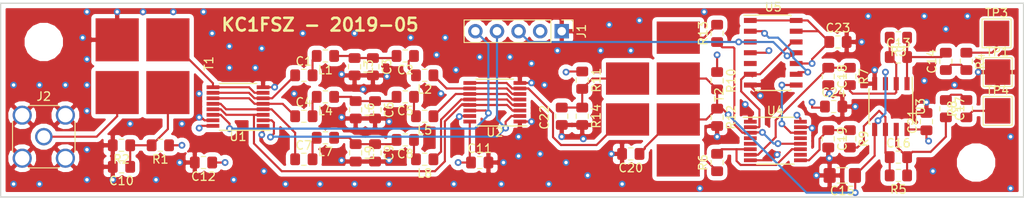
<source format=kicad_pcb>
(kicad_pcb (version 20171130) (host pcbnew "(5.0.1-3-g963ef8bb5)")

  (general
    (thickness 1.6)
    (drawings 5)
    (tracks 472)
    (zones 0)
    (modules 61)
    (nets 50)
  )

  (page A4)
  (title_block
    (date 2019-05-11)
    (rev 2)
    (comment 1 "Corrected footprint mistake on FST3253")
  )

  (layers
    (0 F.Cu signal)
    (1 In1.Cu power)
    (2 In2.Cu power)
    (31 B.Cu signal)
    (32 B.Adhes user)
    (33 F.Adhes user)
    (34 B.Paste user)
    (35 F.Paste user)
    (36 B.SilkS user)
    (37 F.SilkS user)
    (38 B.Mask user)
    (39 F.Mask user)
    (40 Dwgs.User user)
    (41 Cmts.User user)
    (42 Eco1.User user)
    (43 Eco2.User user)
    (44 Edge.Cuts user)
    (45 Margin user)
    (46 B.CrtYd user)
    (47 F.CrtYd user)
    (48 B.Fab user)
    (49 F.Fab user)
  )

  (setup
    (last_trace_width 0.25)
    (trace_clearance 0.2)
    (zone_clearance 0.508)
    (zone_45_only no)
    (trace_min 0.2)
    (segment_width 0.2)
    (edge_width 0.15)
    (via_size 0.8)
    (via_drill 0.4)
    (via_min_size 0.4)
    (via_min_drill 0.3)
    (uvia_size 0.3)
    (uvia_drill 0.1)
    (uvias_allowed no)
    (uvia_min_size 0.2)
    (uvia_min_drill 0.1)
    (pcb_text_width 0.3)
    (pcb_text_size 1.5 1.5)
    (mod_edge_width 0.15)
    (mod_text_size 1 1)
    (mod_text_width 0.15)
    (pad_size 1.524 1.524)
    (pad_drill 0.762)
    (pad_to_mask_clearance 0.051)
    (solder_mask_min_width 0.25)
    (aux_axis_origin 0 0)
    (visible_elements FFFFFF7F)
    (pcbplotparams
      (layerselection 0x010fc_ffffffff)
      (usegerberextensions false)
      (usegerberattributes false)
      (usegerberadvancedattributes false)
      (creategerberjobfile false)
      (excludeedgelayer true)
      (linewidth 0.100000)
      (plotframeref false)
      (viasonmask false)
      (mode 1)
      (useauxorigin false)
      (hpglpennumber 1)
      (hpglpenspeed 20)
      (hpglpendiameter 15.000000)
      (psnegative false)
      (psa4output false)
      (plotreference true)
      (plotvalue true)
      (plotinvisibletext false)
      (padsonsilk false)
      (subtractmaskfromsilk false)
      (outputformat 1)
      (mirror false)
      (drillshape 1)
      (scaleselection 1)
      (outputdirectory ""))
  )

  (net 0 "")
  (net 1 "Net-(C1-Pad1)")
  (net 2 "Net-(C1-Pad2)")
  (net 3 "Net-(C2-Pad1)")
  (net 4 "Net-(C2-Pad2)")
  (net 5 GND)
  (net 6 "Net-(C4-Pad2)")
  (net 7 "Net-(C4-Pad1)")
  (net 8 "Net-(C5-Pad1)")
  (net 9 "Net-(C5-Pad2)")
  (net 10 "Net-(C7-Pad1)")
  (net 11 "Net-(C7-Pad2)")
  (net 12 "Net-(C8-Pad2)")
  (net 13 "Net-(C8-Pad1)")
  (net 14 "Net-(C10-Pad1)")
  (net 15 VCC_A)
  (net 16 "Net-(C13-Pad2)")
  (net 17 "Net-(C13-Pad1)")
  (net 18 "Net-(C14-Pad1)")
  (net 19 "Net-(C15-Pad1)")
  (net 20 "Net-(C16-Pad2)")
  (net 21 "Net-(C16-Pad1)")
  (net 22 "Net-(C17-Pad1)")
  (net 23 "Net-(C18-Pad1)")
  (net 24 "Net-(C19-Pad1)")
  (net 25 "Net-(C22-Pad1)")
  (net 26 CLK_IN)
  (net 27 SEL1)
  (net 28 SEL0)
  (net 29 "Net-(L2-Pad1)")
  (net 30 "Net-(L5-Pad1)")
  (net 31 "Net-(L8-Pad1)")
  (net 32 "Net-(R4-Pad1)")
  (net 33 "Net-(R6-Pad1)")
  (net 34 "Net-(R6-Pad2)")
  (net 35 "Net-(R8-Pad1)")
  (net 36 "Net-(R13-Pad2)")
  (net 37 "Net-(R13-Pad1)")
  (net 38 "Net-(T1-Pad4)")
  (net 39 RF1)
  (net 40 "Net-(U1-Pad13)")
  (net 41 CLK1)
  (net 42 "Net-(U4-Pad4)")
  (net 43 "Net-(U4-Pad5)")
  (net 44 "Net-(U4-Pad10)")
  (net 45 "Net-(U4-Pad13)")
  (net 46 CLK0)
  (net 47 "Net-(U5-Pad2)")
  (net 48 "Net-(U5-Pad5)")
  (net 49 "Net-(J2-Pad1)")

  (net_class Default "This is the default net class."
    (clearance 0.2)
    (trace_width 0.25)
    (via_dia 0.8)
    (via_drill 0.4)
    (uvia_dia 0.3)
    (uvia_drill 0.1)
    (add_net CLK0)
    (add_net CLK1)
    (add_net CLK_IN)
    (add_net GND)
    (add_net "Net-(C1-Pad1)")
    (add_net "Net-(C1-Pad2)")
    (add_net "Net-(C10-Pad1)")
    (add_net "Net-(C13-Pad1)")
    (add_net "Net-(C13-Pad2)")
    (add_net "Net-(C14-Pad1)")
    (add_net "Net-(C15-Pad1)")
    (add_net "Net-(C16-Pad1)")
    (add_net "Net-(C16-Pad2)")
    (add_net "Net-(C17-Pad1)")
    (add_net "Net-(C18-Pad1)")
    (add_net "Net-(C19-Pad1)")
    (add_net "Net-(C2-Pad1)")
    (add_net "Net-(C2-Pad2)")
    (add_net "Net-(C22-Pad1)")
    (add_net "Net-(C4-Pad1)")
    (add_net "Net-(C4-Pad2)")
    (add_net "Net-(C5-Pad1)")
    (add_net "Net-(C5-Pad2)")
    (add_net "Net-(C7-Pad1)")
    (add_net "Net-(C7-Pad2)")
    (add_net "Net-(C8-Pad1)")
    (add_net "Net-(C8-Pad2)")
    (add_net "Net-(J2-Pad1)")
    (add_net "Net-(L2-Pad1)")
    (add_net "Net-(L5-Pad1)")
    (add_net "Net-(L8-Pad1)")
    (add_net "Net-(R13-Pad1)")
    (add_net "Net-(R13-Pad2)")
    (add_net "Net-(R4-Pad1)")
    (add_net "Net-(R6-Pad1)")
    (add_net "Net-(R6-Pad2)")
    (add_net "Net-(R8-Pad1)")
    (add_net "Net-(T1-Pad4)")
    (add_net "Net-(U1-Pad13)")
    (add_net "Net-(U4-Pad10)")
    (add_net "Net-(U4-Pad13)")
    (add_net "Net-(U4-Pad4)")
    (add_net "Net-(U4-Pad5)")
    (add_net "Net-(U5-Pad2)")
    (add_net "Net-(U5-Pad5)")
    (add_net RF1)
    (add_net SEL0)
    (add_net SEL1)
    (add_net VCC_A)
  )

  (module Capacitor_SMD:C_0805_2012Metric_Pad1.15x1.40mm_HandSolder (layer F.Cu) (tedit 5CC37BD1) (tstamp 5CCF93B8)
    (at 107.823 45.085)
    (descr "Capacitor SMD 0805 (2012 Metric), square (rectangular) end terminal, IPC_7351 nominal with elongated pad for handsoldering. (Body size source: https://docs.google.com/spreadsheets/d/1BsfQQcO9C6DZCsRaXUlFlo91Tg2WpOkGARC1WS5S8t0/edit?usp=sharing), generated with kicad-footprint-generator")
    (tags "capacitor handsolder")
    (path /5CBFF2B2)
    (attr smd)
    (fp_text reference C1 (at 0 -1.65) (layer F.SilkS)
      (effects (font (size 1 1) (thickness 0.15)))
    )
    (fp_text value C_Small (at 0 1.65) (layer F.Fab) hide
      (effects (font (size 1 1) (thickness 0.15)))
    )
    (fp_line (start -1 0.6) (end -1 -0.6) (layer F.Fab) (width 0.1))
    (fp_line (start -1 -0.6) (end 1 -0.6) (layer F.Fab) (width 0.1))
    (fp_line (start 1 -0.6) (end 1 0.6) (layer F.Fab) (width 0.1))
    (fp_line (start 1 0.6) (end -1 0.6) (layer F.Fab) (width 0.1))
    (fp_line (start -0.261252 -0.71) (end 0.261252 -0.71) (layer F.SilkS) (width 0.12))
    (fp_line (start -0.261252 0.71) (end 0.261252 0.71) (layer F.SilkS) (width 0.12))
    (fp_line (start -1.85 0.95) (end -1.85 -0.95) (layer F.CrtYd) (width 0.05))
    (fp_line (start -1.85 -0.95) (end 1.85 -0.95) (layer F.CrtYd) (width 0.05))
    (fp_line (start 1.85 -0.95) (end 1.85 0.95) (layer F.CrtYd) (width 0.05))
    (fp_line (start 1.85 0.95) (end -1.85 0.95) (layer F.CrtYd) (width 0.05))
    (fp_text user %R (at 0 0) (layer F.Fab)
      (effects (font (size 0.5 0.5) (thickness 0.08)))
    )
    (pad 1 smd roundrect (at -1.025 0) (size 1.15 1.4) (layers F.Cu F.Paste F.Mask) (roundrect_rratio 0.217391)
      (net 1 "Net-(C1-Pad1)"))
    (pad 2 smd roundrect (at 1.025 0) (size 1.15 1.4) (layers F.Cu F.Paste F.Mask) (roundrect_rratio 0.217391)
      (net 2 "Net-(C1-Pad2)"))
    (model ${KISYS3DMOD}/Capacitor_SMD.3dshapes/C_0805_2012Metric.wrl
      (at (xyz 0 0 0))
      (scale (xyz 1 1 1))
      (rotate (xyz 0 0 0))
    )
  )

  (module Capacitor_SMD:C_0805_2012Metric_Pad1.15x1.40mm_HandSolder (layer F.Cu) (tedit 5CC37BC9) (tstamp 5CCF93C9)
    (at 119.761 42.799 180)
    (descr "Capacitor SMD 0805 (2012 Metric), square (rectangular) end terminal, IPC_7351 nominal with elongated pad for handsoldering. (Body size source: https://docs.google.com/spreadsheets/d/1BsfQQcO9C6DZCsRaXUlFlo91Tg2WpOkGARC1WS5S8t0/edit?usp=sharing), generated with kicad-footprint-generator")
    (tags "capacitor handsolder")
    (path /5CBFFE99)
    (attr smd)
    (fp_text reference C2 (at 0 -1.65 180) (layer F.SilkS)
      (effects (font (size 1 1) (thickness 0.15)))
    )
    (fp_text value C_Small (at 0 1.65 180) (layer F.Fab) hide
      (effects (font (size 1 1) (thickness 0.15)))
    )
    (fp_line (start -1 0.6) (end -1 -0.6) (layer F.Fab) (width 0.1))
    (fp_line (start -1 -0.6) (end 1 -0.6) (layer F.Fab) (width 0.1))
    (fp_line (start 1 -0.6) (end 1 0.6) (layer F.Fab) (width 0.1))
    (fp_line (start 1 0.6) (end -1 0.6) (layer F.Fab) (width 0.1))
    (fp_line (start -0.261252 -0.71) (end 0.261252 -0.71) (layer F.SilkS) (width 0.12))
    (fp_line (start -0.261252 0.71) (end 0.261252 0.71) (layer F.SilkS) (width 0.12))
    (fp_line (start -1.85 0.95) (end -1.85 -0.95) (layer F.CrtYd) (width 0.05))
    (fp_line (start -1.85 -0.95) (end 1.85 -0.95) (layer F.CrtYd) (width 0.05))
    (fp_line (start 1.85 -0.95) (end 1.85 0.95) (layer F.CrtYd) (width 0.05))
    (fp_line (start 1.85 0.95) (end -1.85 0.95) (layer F.CrtYd) (width 0.05))
    (fp_text user %R (at 0 0 180) (layer F.Fab)
      (effects (font (size 0.5 0.5) (thickness 0.08)))
    )
    (pad 1 smd roundrect (at -1.025 0 180) (size 1.15 1.4) (layers F.Cu F.Paste F.Mask) (roundrect_rratio 0.217391)
      (net 3 "Net-(C2-Pad1)"))
    (pad 2 smd roundrect (at 1.025 0 180) (size 1.15 1.4) (layers F.Cu F.Paste F.Mask) (roundrect_rratio 0.217391)
      (net 4 "Net-(C2-Pad2)"))
    (model ${KISYS3DMOD}/Capacitor_SMD.3dshapes/C_0805_2012Metric.wrl
      (at (xyz 0 0 0))
      (scale (xyz 1 1 1))
      (rotate (xyz 0 0 0))
    )
  )

  (module Capacitor_SMD:C_0805_2012Metric_Pad1.15x1.40mm_HandSolder (layer F.Cu) (tedit 5CC37BBE) (tstamp 5CCF93DA)
    (at 115.951 44.069 270)
    (descr "Capacitor SMD 0805 (2012 Metric), square (rectangular) end terminal, IPC_7351 nominal with elongated pad for handsoldering. (Body size source: https://docs.google.com/spreadsheets/d/1BsfQQcO9C6DZCsRaXUlFlo91Tg2WpOkGARC1WS5S8t0/edit?usp=sharing), generated with kicad-footprint-generator")
    (tags "capacitor handsolder")
    (path /5CBFFA10)
    (attr smd)
    (fp_text reference C3 (at 0 -1.65 270) (layer F.SilkS)
      (effects (font (size 1 1) (thickness 0.15)))
    )
    (fp_text value C_Small (at 0 1.65 270) (layer F.Fab) hide
      (effects (font (size 1 1) (thickness 0.15)))
    )
    (fp_text user %R (at 0 0 270) (layer F.Fab)
      (effects (font (size 0.5 0.5) (thickness 0.08)))
    )
    (fp_line (start 1.85 0.95) (end -1.85 0.95) (layer F.CrtYd) (width 0.05))
    (fp_line (start 1.85 -0.95) (end 1.85 0.95) (layer F.CrtYd) (width 0.05))
    (fp_line (start -1.85 -0.95) (end 1.85 -0.95) (layer F.CrtYd) (width 0.05))
    (fp_line (start -1.85 0.95) (end -1.85 -0.95) (layer F.CrtYd) (width 0.05))
    (fp_line (start -0.261252 0.71) (end 0.261252 0.71) (layer F.SilkS) (width 0.12))
    (fp_line (start -0.261252 -0.71) (end 0.261252 -0.71) (layer F.SilkS) (width 0.12))
    (fp_line (start 1 0.6) (end -1 0.6) (layer F.Fab) (width 0.1))
    (fp_line (start 1 -0.6) (end 1 0.6) (layer F.Fab) (width 0.1))
    (fp_line (start -1 -0.6) (end 1 -0.6) (layer F.Fab) (width 0.1))
    (fp_line (start -1 0.6) (end -1 -0.6) (layer F.Fab) (width 0.1))
    (pad 2 smd roundrect (at 1.025 0 270) (size 1.15 1.4) (layers F.Cu F.Paste F.Mask) (roundrect_rratio 0.217391)
      (net 5 GND))
    (pad 1 smd roundrect (at -1.025 0 270) (size 1.15 1.4) (layers F.Cu F.Paste F.Mask) (roundrect_rratio 0.217391)
      (net 4 "Net-(C2-Pad2)"))
    (model ${KISYS3DMOD}/Capacitor_SMD.3dshapes/C_0805_2012Metric.wrl
      (at (xyz 0 0 0))
      (scale (xyz 1 1 1))
      (rotate (xyz 0 0 0))
    )
  )

  (module Capacitor_SMD:C_0805_2012Metric_Pad1.15x1.40mm_HandSolder (layer F.Cu) (tedit 5CC37CA9) (tstamp 5CCF93EB)
    (at 107.823 49.911)
    (descr "Capacitor SMD 0805 (2012 Metric), square (rectangular) end terminal, IPC_7351 nominal with elongated pad for handsoldering. (Body size source: https://docs.google.com/spreadsheets/d/1BsfQQcO9C6DZCsRaXUlFlo91Tg2WpOkGARC1WS5S8t0/edit?usp=sharing), generated with kicad-footprint-generator")
    (tags "capacitor handsolder")
    (path /5CC0239D)
    (attr smd)
    (fp_text reference C4 (at 0 -1.65) (layer F.SilkS)
      (effects (font (size 1 1) (thickness 0.15)))
    )
    (fp_text value C_Small (at 0 1.65) (layer F.Fab) hide
      (effects (font (size 1 1) (thickness 0.15)))
    )
    (fp_text user %R (at 0 0) (layer F.Fab)
      (effects (font (size 0.5 0.5) (thickness 0.08)))
    )
    (fp_line (start 1.85 0.95) (end -1.85 0.95) (layer F.CrtYd) (width 0.05))
    (fp_line (start 1.85 -0.95) (end 1.85 0.95) (layer F.CrtYd) (width 0.05))
    (fp_line (start -1.85 -0.95) (end 1.85 -0.95) (layer F.CrtYd) (width 0.05))
    (fp_line (start -1.85 0.95) (end -1.85 -0.95) (layer F.CrtYd) (width 0.05))
    (fp_line (start -0.261252 0.71) (end 0.261252 0.71) (layer F.SilkS) (width 0.12))
    (fp_line (start -0.261252 -0.71) (end 0.261252 -0.71) (layer F.SilkS) (width 0.12))
    (fp_line (start 1 0.6) (end -1 0.6) (layer F.Fab) (width 0.1))
    (fp_line (start 1 -0.6) (end 1 0.6) (layer F.Fab) (width 0.1))
    (fp_line (start -1 -0.6) (end 1 -0.6) (layer F.Fab) (width 0.1))
    (fp_line (start -1 0.6) (end -1 -0.6) (layer F.Fab) (width 0.1))
    (pad 2 smd roundrect (at 1.025 0) (size 1.15 1.4) (layers F.Cu F.Paste F.Mask) (roundrect_rratio 0.217391)
      (net 6 "Net-(C4-Pad2)"))
    (pad 1 smd roundrect (at -1.025 0) (size 1.15 1.4) (layers F.Cu F.Paste F.Mask) (roundrect_rratio 0.217391)
      (net 7 "Net-(C4-Pad1)"))
    (model ${KISYS3DMOD}/Capacitor_SMD.3dshapes/C_0805_2012Metric.wrl
      (at (xyz 0 0 0))
      (scale (xyz 1 1 1))
      (rotate (xyz 0 0 0))
    )
  )

  (module Capacitor_SMD:C_0805_2012Metric_Pad1.15x1.40mm_HandSolder (layer F.Cu) (tedit 5CC37C4E) (tstamp 5CCF93FC)
    (at 119.761 47.625 180)
    (descr "Capacitor SMD 0805 (2012 Metric), square (rectangular) end terminal, IPC_7351 nominal with elongated pad for handsoldering. (Body size source: https://docs.google.com/spreadsheets/d/1BsfQQcO9C6DZCsRaXUlFlo91Tg2WpOkGARC1WS5S8t0/edit?usp=sharing), generated with kicad-footprint-generator")
    (tags "capacitor handsolder")
    (path /5CC023B5)
    (attr smd)
    (fp_text reference C5 (at 0 -1.65 180) (layer F.SilkS)
      (effects (font (size 1 1) (thickness 0.15)))
    )
    (fp_text value C_Small (at 0 1.65 180) (layer F.Fab) hide
      (effects (font (size 1 1) (thickness 0.15)))
    )
    (fp_line (start -1 0.6) (end -1 -0.6) (layer F.Fab) (width 0.1))
    (fp_line (start -1 -0.6) (end 1 -0.6) (layer F.Fab) (width 0.1))
    (fp_line (start 1 -0.6) (end 1 0.6) (layer F.Fab) (width 0.1))
    (fp_line (start 1 0.6) (end -1 0.6) (layer F.Fab) (width 0.1))
    (fp_line (start -0.261252 -0.71) (end 0.261252 -0.71) (layer F.SilkS) (width 0.12))
    (fp_line (start -0.261252 0.71) (end 0.261252 0.71) (layer F.SilkS) (width 0.12))
    (fp_line (start -1.85 0.95) (end -1.85 -0.95) (layer F.CrtYd) (width 0.05))
    (fp_line (start -1.85 -0.95) (end 1.85 -0.95) (layer F.CrtYd) (width 0.05))
    (fp_line (start 1.85 -0.95) (end 1.85 0.95) (layer F.CrtYd) (width 0.05))
    (fp_line (start 1.85 0.95) (end -1.85 0.95) (layer F.CrtYd) (width 0.05))
    (fp_text user %R (at 0 0 180) (layer F.Fab)
      (effects (font (size 0.5 0.5) (thickness 0.08)))
    )
    (pad 1 smd roundrect (at -1.025 0 180) (size 1.15 1.4) (layers F.Cu F.Paste F.Mask) (roundrect_rratio 0.217391)
      (net 8 "Net-(C5-Pad1)"))
    (pad 2 smd roundrect (at 1.025 0 180) (size 1.15 1.4) (layers F.Cu F.Paste F.Mask) (roundrect_rratio 0.217391)
      (net 9 "Net-(C5-Pad2)"))
    (model ${KISYS3DMOD}/Capacitor_SMD.3dshapes/C_0805_2012Metric.wrl
      (at (xyz 0 0 0))
      (scale (xyz 1 1 1))
      (rotate (xyz 0 0 0))
    )
  )

  (module Capacitor_SMD:C_0805_2012Metric_Pad1.15x1.40mm_HandSolder (layer F.Cu) (tedit 5CC37CA6) (tstamp 5CCF940D)
    (at 116.205 49.149 270)
    (descr "Capacitor SMD 0805 (2012 Metric), square (rectangular) end terminal, IPC_7351 nominal with elongated pad for handsoldering. (Body size source: https://docs.google.com/spreadsheets/d/1BsfQQcO9C6DZCsRaXUlFlo91Tg2WpOkGARC1WS5S8t0/edit?usp=sharing), generated with kicad-footprint-generator")
    (tags "capacitor handsolder")
    (path /5CC023AF)
    (attr smd)
    (fp_text reference C6 (at 0 -1.65 270) (layer F.SilkS)
      (effects (font (size 1 1) (thickness 0.15)))
    )
    (fp_text value C_Small (at 0 1.65 270) (layer F.Fab) hide
      (effects (font (size 1 1) (thickness 0.15)))
    )
    (fp_line (start -1 0.6) (end -1 -0.6) (layer F.Fab) (width 0.1))
    (fp_line (start -1 -0.6) (end 1 -0.6) (layer F.Fab) (width 0.1))
    (fp_line (start 1 -0.6) (end 1 0.6) (layer F.Fab) (width 0.1))
    (fp_line (start 1 0.6) (end -1 0.6) (layer F.Fab) (width 0.1))
    (fp_line (start -0.261252 -0.71) (end 0.261252 -0.71) (layer F.SilkS) (width 0.12))
    (fp_line (start -0.261252 0.71) (end 0.261252 0.71) (layer F.SilkS) (width 0.12))
    (fp_line (start -1.85 0.95) (end -1.85 -0.95) (layer F.CrtYd) (width 0.05))
    (fp_line (start -1.85 -0.95) (end 1.85 -0.95) (layer F.CrtYd) (width 0.05))
    (fp_line (start 1.85 -0.95) (end 1.85 0.95) (layer F.CrtYd) (width 0.05))
    (fp_line (start 1.85 0.95) (end -1.85 0.95) (layer F.CrtYd) (width 0.05))
    (fp_text user %R (at 0 0 270) (layer F.Fab)
      (effects (font (size 0.5 0.5) (thickness 0.08)))
    )
    (pad 1 smd roundrect (at -1.025 0 270) (size 1.15 1.4) (layers F.Cu F.Paste F.Mask) (roundrect_rratio 0.217391)
      (net 9 "Net-(C5-Pad2)"))
    (pad 2 smd roundrect (at 1.025 0 270) (size 1.15 1.4) (layers F.Cu F.Paste F.Mask) (roundrect_rratio 0.217391)
      (net 5 GND))
    (model ${KISYS3DMOD}/Capacitor_SMD.3dshapes/C_0805_2012Metric.wrl
      (at (xyz 0 0 0))
      (scale (xyz 1 1 1))
      (rotate (xyz 0 0 0))
    )
  )

  (module Capacitor_SMD:C_0805_2012Metric_Pad1.15x1.40mm_HandSolder (layer F.Cu) (tedit 5CC37D13) (tstamp 5CCF941E)
    (at 107.823 54.991)
    (descr "Capacitor SMD 0805 (2012 Metric), square (rectangular) end terminal, IPC_7351 nominal with elongated pad for handsoldering. (Body size source: https://docs.google.com/spreadsheets/d/1BsfQQcO9C6DZCsRaXUlFlo91Tg2WpOkGARC1WS5S8t0/edit?usp=sharing), generated with kicad-footprint-generator")
    (tags "capacitor handsolder")
    (path /5CC034EE)
    (attr smd)
    (fp_text reference C7 (at 0 -1.65) (layer F.SilkS)
      (effects (font (size 1 1) (thickness 0.15)))
    )
    (fp_text value C_Small (at 0 1.65) (layer F.Fab) hide
      (effects (font (size 1 1) (thickness 0.15)))
    )
    (fp_line (start -1 0.6) (end -1 -0.6) (layer F.Fab) (width 0.1))
    (fp_line (start -1 -0.6) (end 1 -0.6) (layer F.Fab) (width 0.1))
    (fp_line (start 1 -0.6) (end 1 0.6) (layer F.Fab) (width 0.1))
    (fp_line (start 1 0.6) (end -1 0.6) (layer F.Fab) (width 0.1))
    (fp_line (start -0.261252 -0.71) (end 0.261252 -0.71) (layer F.SilkS) (width 0.12))
    (fp_line (start -0.261252 0.71) (end 0.261252 0.71) (layer F.SilkS) (width 0.12))
    (fp_line (start -1.85 0.95) (end -1.85 -0.95) (layer F.CrtYd) (width 0.05))
    (fp_line (start -1.85 -0.95) (end 1.85 -0.95) (layer F.CrtYd) (width 0.05))
    (fp_line (start 1.85 -0.95) (end 1.85 0.95) (layer F.CrtYd) (width 0.05))
    (fp_line (start 1.85 0.95) (end -1.85 0.95) (layer F.CrtYd) (width 0.05))
    (fp_text user %R (at 0 0) (layer F.Fab)
      (effects (font (size 0.5 0.5) (thickness 0.08)))
    )
    (pad 1 smd roundrect (at -1.025 0) (size 1.15 1.4) (layers F.Cu F.Paste F.Mask) (roundrect_rratio 0.217391)
      (net 10 "Net-(C7-Pad1)"))
    (pad 2 smd roundrect (at 1.025 0) (size 1.15 1.4) (layers F.Cu F.Paste F.Mask) (roundrect_rratio 0.217391)
      (net 11 "Net-(C7-Pad2)"))
    (model ${KISYS3DMOD}/Capacitor_SMD.3dshapes/C_0805_2012Metric.wrl
      (at (xyz 0 0 0))
      (scale (xyz 1 1 1))
      (rotate (xyz 0 0 0))
    )
  )

  (module Capacitor_SMD:C_0805_2012Metric_Pad1.15x1.40mm_HandSolder (layer F.Cu) (tedit 5CC37D46) (tstamp 5CCF942F)
    (at 119.761 52.705 180)
    (descr "Capacitor SMD 0805 (2012 Metric), square (rectangular) end terminal, IPC_7351 nominal with elongated pad for handsoldering. (Body size source: https://docs.google.com/spreadsheets/d/1BsfQQcO9C6DZCsRaXUlFlo91Tg2WpOkGARC1WS5S8t0/edit?usp=sharing), generated with kicad-footprint-generator")
    (tags "capacitor handsolder")
    (path /5CC03506)
    (attr smd)
    (fp_text reference C8 (at 0 -1.65 180) (layer F.SilkS)
      (effects (font (size 1 1) (thickness 0.15)))
    )
    (fp_text value C_Small (at 0 1.65 180) (layer F.Fab) hide
      (effects (font (size 1 1) (thickness 0.15)))
    )
    (fp_text user %R (at 0 0 180) (layer F.Fab)
      (effects (font (size 0.5 0.5) (thickness 0.08)))
    )
    (fp_line (start 1.85 0.95) (end -1.85 0.95) (layer F.CrtYd) (width 0.05))
    (fp_line (start 1.85 -0.95) (end 1.85 0.95) (layer F.CrtYd) (width 0.05))
    (fp_line (start -1.85 -0.95) (end 1.85 -0.95) (layer F.CrtYd) (width 0.05))
    (fp_line (start -1.85 0.95) (end -1.85 -0.95) (layer F.CrtYd) (width 0.05))
    (fp_line (start -0.261252 0.71) (end 0.261252 0.71) (layer F.SilkS) (width 0.12))
    (fp_line (start -0.261252 -0.71) (end 0.261252 -0.71) (layer F.SilkS) (width 0.12))
    (fp_line (start 1 0.6) (end -1 0.6) (layer F.Fab) (width 0.1))
    (fp_line (start 1 -0.6) (end 1 0.6) (layer F.Fab) (width 0.1))
    (fp_line (start -1 -0.6) (end 1 -0.6) (layer F.Fab) (width 0.1))
    (fp_line (start -1 0.6) (end -1 -0.6) (layer F.Fab) (width 0.1))
    (pad 2 smd roundrect (at 1.025 0 180) (size 1.15 1.4) (layers F.Cu F.Paste F.Mask) (roundrect_rratio 0.217391)
      (net 12 "Net-(C8-Pad2)"))
    (pad 1 smd roundrect (at -1.025 0 180) (size 1.15 1.4) (layers F.Cu F.Paste F.Mask) (roundrect_rratio 0.217391)
      (net 13 "Net-(C8-Pad1)"))
    (model ${KISYS3DMOD}/Capacitor_SMD.3dshapes/C_0805_2012Metric.wrl
      (at (xyz 0 0 0))
      (scale (xyz 1 1 1))
      (rotate (xyz 0 0 0))
    )
  )

  (module Capacitor_SMD:C_0805_2012Metric_Pad1.15x1.40mm_HandSolder (layer F.Cu) (tedit 5CC37DA0) (tstamp 5CCF9440)
    (at 116.205 54.229 270)
    (descr "Capacitor SMD 0805 (2012 Metric), square (rectangular) end terminal, IPC_7351 nominal with elongated pad for handsoldering. (Body size source: https://docs.google.com/spreadsheets/d/1BsfQQcO9C6DZCsRaXUlFlo91Tg2WpOkGARC1WS5S8t0/edit?usp=sharing), generated with kicad-footprint-generator")
    (tags "capacitor handsolder")
    (path /5CC03500)
    (attr smd)
    (fp_text reference C9 (at 0 -1.65 270) (layer F.SilkS)
      (effects (font (size 1 1) (thickness 0.15)))
    )
    (fp_text value C_Small (at 0 1.65 270) (layer F.Fab) hide
      (effects (font (size 1 1) (thickness 0.15)))
    )
    (fp_line (start -1 0.6) (end -1 -0.6) (layer F.Fab) (width 0.1))
    (fp_line (start -1 -0.6) (end 1 -0.6) (layer F.Fab) (width 0.1))
    (fp_line (start 1 -0.6) (end 1 0.6) (layer F.Fab) (width 0.1))
    (fp_line (start 1 0.6) (end -1 0.6) (layer F.Fab) (width 0.1))
    (fp_line (start -0.261252 -0.71) (end 0.261252 -0.71) (layer F.SilkS) (width 0.12))
    (fp_line (start -0.261252 0.71) (end 0.261252 0.71) (layer F.SilkS) (width 0.12))
    (fp_line (start -1.85 0.95) (end -1.85 -0.95) (layer F.CrtYd) (width 0.05))
    (fp_line (start -1.85 -0.95) (end 1.85 -0.95) (layer F.CrtYd) (width 0.05))
    (fp_line (start 1.85 -0.95) (end 1.85 0.95) (layer F.CrtYd) (width 0.05))
    (fp_line (start 1.85 0.95) (end -1.85 0.95) (layer F.CrtYd) (width 0.05))
    (fp_text user %R (at 0 0 270) (layer F.Fab)
      (effects (font (size 0.5 0.5) (thickness 0.08)))
    )
    (pad 1 smd roundrect (at -1.025 0 270) (size 1.15 1.4) (layers F.Cu F.Paste F.Mask) (roundrect_rratio 0.217391)
      (net 12 "Net-(C8-Pad2)"))
    (pad 2 smd roundrect (at 1.025 0 270) (size 1.15 1.4) (layers F.Cu F.Paste F.Mask) (roundrect_rratio 0.217391)
      (net 5 GND))
    (model ${KISYS3DMOD}/Capacitor_SMD.3dshapes/C_0805_2012Metric.wrl
      (at (xyz 0 0 0))
      (scale (xyz 1 1 1))
      (rotate (xyz 0 0 0))
    )
  )

  (module Capacitor_SMD:C_0805_2012Metric_Pad1.15x1.40mm_HandSolder (layer F.Cu) (tedit 5CC505DD) (tstamp 5CCF9451)
    (at 86.36 55.88 180)
    (descr "Capacitor SMD 0805 (2012 Metric), square (rectangular) end terminal, IPC_7351 nominal with elongated pad for handsoldering. (Body size source: https://docs.google.com/spreadsheets/d/1BsfQQcO9C6DZCsRaXUlFlo91Tg2WpOkGARC1WS5S8t0/edit?usp=sharing), generated with kicad-footprint-generator")
    (tags "capacitor handsolder")
    (path /5CBFB8A6)
    (attr smd)
    (fp_text reference C10 (at 0 -1.65 180) (layer F.SilkS)
      (effects (font (size 1 1) (thickness 0.15)))
    )
    (fp_text value C_Small (at 0 1.65 180) (layer F.Fab) hide
      (effects (font (size 1 1) (thickness 0.15)))
    )
    (fp_text user %R (at 0 0 180) (layer F.Fab)
      (effects (font (size 0.5 0.5) (thickness 0.08)))
    )
    (fp_line (start 1.85 0.95) (end -1.85 0.95) (layer F.CrtYd) (width 0.05))
    (fp_line (start 1.85 -0.95) (end 1.85 0.95) (layer F.CrtYd) (width 0.05))
    (fp_line (start -1.85 -0.95) (end 1.85 -0.95) (layer F.CrtYd) (width 0.05))
    (fp_line (start -1.85 0.95) (end -1.85 -0.95) (layer F.CrtYd) (width 0.05))
    (fp_line (start -0.261252 0.71) (end 0.261252 0.71) (layer F.SilkS) (width 0.12))
    (fp_line (start -0.261252 -0.71) (end 0.261252 -0.71) (layer F.SilkS) (width 0.12))
    (fp_line (start 1 0.6) (end -1 0.6) (layer F.Fab) (width 0.1))
    (fp_line (start 1 -0.6) (end 1 0.6) (layer F.Fab) (width 0.1))
    (fp_line (start -1 -0.6) (end 1 -0.6) (layer F.Fab) (width 0.1))
    (fp_line (start -1 0.6) (end -1 -0.6) (layer F.Fab) (width 0.1))
    (pad 2 smd roundrect (at 1.025 0 180) (size 1.15 1.4) (layers F.Cu F.Paste F.Mask) (roundrect_rratio 0.217391)
      (net 5 GND))
    (pad 1 smd roundrect (at -1.025 0 180) (size 1.15 1.4) (layers F.Cu F.Paste F.Mask) (roundrect_rratio 0.217391)
      (net 14 "Net-(C10-Pad1)"))
    (model ${KISYS3DMOD}/Capacitor_SMD.3dshapes/C_0805_2012Metric.wrl
      (at (xyz 0 0 0))
      (scale (xyz 1 1 1))
      (rotate (xyz 0 0 0))
    )
  )

  (module Capacitor_SMD:C_0805_2012Metric_Pad1.15x1.40mm_HandSolder (layer F.Cu) (tedit 5CC50EE3) (tstamp 5CCFE41D)
    (at 128.524 55.372)
    (descr "Capacitor SMD 0805 (2012 Metric), square (rectangular) end terminal, IPC_7351 nominal with elongated pad for handsoldering. (Body size source: https://docs.google.com/spreadsheets/d/1BsfQQcO9C6DZCsRaXUlFlo91Tg2WpOkGARC1WS5S8t0/edit?usp=sharing), generated with kicad-footprint-generator")
    (tags "capacitor handsolder")
    (path /5CC2E574)
    (attr smd)
    (fp_text reference C11 (at 0 -1.65) (layer F.SilkS)
      (effects (font (size 1 1) (thickness 0.15)))
    )
    (fp_text value C_Small (at 0 1.65) (layer F.Fab) hide
      (effects (font (size 1 1) (thickness 0.15)))
    )
    (fp_line (start -1 0.6) (end -1 -0.6) (layer F.Fab) (width 0.1))
    (fp_line (start -1 -0.6) (end 1 -0.6) (layer F.Fab) (width 0.1))
    (fp_line (start 1 -0.6) (end 1 0.6) (layer F.Fab) (width 0.1))
    (fp_line (start 1 0.6) (end -1 0.6) (layer F.Fab) (width 0.1))
    (fp_line (start -0.261252 -0.71) (end 0.261252 -0.71) (layer F.SilkS) (width 0.12))
    (fp_line (start -0.261252 0.71) (end 0.261252 0.71) (layer F.SilkS) (width 0.12))
    (fp_line (start -1.85 0.95) (end -1.85 -0.95) (layer F.CrtYd) (width 0.05))
    (fp_line (start -1.85 -0.95) (end 1.85 -0.95) (layer F.CrtYd) (width 0.05))
    (fp_line (start 1.85 -0.95) (end 1.85 0.95) (layer F.CrtYd) (width 0.05))
    (fp_line (start 1.85 0.95) (end -1.85 0.95) (layer F.CrtYd) (width 0.05))
    (fp_text user %R (at 0 0) (layer F.Fab)
      (effects (font (size 0.5 0.5) (thickness 0.08)))
    )
    (pad 1 smd roundrect (at -1.025 0) (size 1.15 1.4) (layers F.Cu F.Paste F.Mask) (roundrect_rratio 0.217391)
      (net 15 VCC_A))
    (pad 2 smd roundrect (at 1.025 0) (size 1.15 1.4) (layers F.Cu F.Paste F.Mask) (roundrect_rratio 0.217391)
      (net 5 GND))
    (model ${KISYS3DMOD}/Capacitor_SMD.3dshapes/C_0805_2012Metric.wrl
      (at (xyz 0 0 0))
      (scale (xyz 1 1 1))
      (rotate (xyz 0 0 0))
    )
  )

  (module Capacitor_SMD:C_0805_2012Metric_Pad1.15x1.40mm_HandSolder (layer F.Cu) (tedit 5CC50503) (tstamp 5CCFF404)
    (at 96.012 55.372 180)
    (descr "Capacitor SMD 0805 (2012 Metric), square (rectangular) end terminal, IPC_7351 nominal with elongated pad for handsoldering. (Body size source: https://docs.google.com/spreadsheets/d/1BsfQQcO9C6DZCsRaXUlFlo91Tg2WpOkGARC1WS5S8t0/edit?usp=sharing), generated with kicad-footprint-generator")
    (tags "capacitor handsolder")
    (path /5CBFD9AA)
    (attr smd)
    (fp_text reference C12 (at 0 -1.65 180) (layer F.SilkS)
      (effects (font (size 1 1) (thickness 0.15)))
    )
    (fp_text value C_Small (at 0 1.65 180) (layer F.Fab) hide
      (effects (font (size 1 1) (thickness 0.15)))
    )
    (fp_line (start -1 0.6) (end -1 -0.6) (layer F.Fab) (width 0.1))
    (fp_line (start -1 -0.6) (end 1 -0.6) (layer F.Fab) (width 0.1))
    (fp_line (start 1 -0.6) (end 1 0.6) (layer F.Fab) (width 0.1))
    (fp_line (start 1 0.6) (end -1 0.6) (layer F.Fab) (width 0.1))
    (fp_line (start -0.261252 -0.71) (end 0.261252 -0.71) (layer F.SilkS) (width 0.12))
    (fp_line (start -0.261252 0.71) (end 0.261252 0.71) (layer F.SilkS) (width 0.12))
    (fp_line (start -1.85 0.95) (end -1.85 -0.95) (layer F.CrtYd) (width 0.05))
    (fp_line (start -1.85 -0.95) (end 1.85 -0.95) (layer F.CrtYd) (width 0.05))
    (fp_line (start 1.85 -0.95) (end 1.85 0.95) (layer F.CrtYd) (width 0.05))
    (fp_line (start 1.85 0.95) (end -1.85 0.95) (layer F.CrtYd) (width 0.05))
    (fp_text user %R (at 0 0 180) (layer F.Fab)
      (effects (font (size 0.5 0.5) (thickness 0.08)))
    )
    (pad 1 smd roundrect (at -1.025 0 180) (size 1.15 1.4) (layers F.Cu F.Paste F.Mask) (roundrect_rratio 0.217391)
      (net 15 VCC_A))
    (pad 2 smd roundrect (at 1.025 0 180) (size 1.15 1.4) (layers F.Cu F.Paste F.Mask) (roundrect_rratio 0.217391)
      (net 5 GND))
    (model ${KISYS3DMOD}/Capacitor_SMD.3dshapes/C_0805_2012Metric.wrl
      (at (xyz 0 0 0))
      (scale (xyz 1 1 1))
      (rotate (xyz 0 0 0))
    )
  )

  (module Capacitor_SMD:C_0805_2012Metric_Pad1.15x1.40mm_HandSolder (layer F.Cu) (tedit 5CC50340) (tstamp 5CD0098C)
    (at 177.8 42.926)
    (descr "Capacitor SMD 0805 (2012 Metric), square (rectangular) end terminal, IPC_7351 nominal with elongated pad for handsoldering. (Body size source: https://docs.google.com/spreadsheets/d/1BsfQQcO9C6DZCsRaXUlFlo91Tg2WpOkGARC1WS5S8t0/edit?usp=sharing), generated with kicad-footprint-generator")
    (tags "capacitor handsolder")
    (path /5CD314AE)
    (attr smd)
    (fp_text reference C13 (at 0 -1.65) (layer F.SilkS)
      (effects (font (size 1 1) (thickness 0.15)))
    )
    (fp_text value C_Small (at 0 1.65) (layer F.Fab) hide
      (effects (font (size 1 1) (thickness 0.15)))
    )
    (fp_text user %R (at 0 0) (layer F.Fab)
      (effects (font (size 0.5 0.5) (thickness 0.08)))
    )
    (fp_line (start 1.85 0.95) (end -1.85 0.95) (layer F.CrtYd) (width 0.05))
    (fp_line (start 1.85 -0.95) (end 1.85 0.95) (layer F.CrtYd) (width 0.05))
    (fp_line (start -1.85 -0.95) (end 1.85 -0.95) (layer F.CrtYd) (width 0.05))
    (fp_line (start -1.85 0.95) (end -1.85 -0.95) (layer F.CrtYd) (width 0.05))
    (fp_line (start -0.261252 0.71) (end 0.261252 0.71) (layer F.SilkS) (width 0.12))
    (fp_line (start -0.261252 -0.71) (end 0.261252 -0.71) (layer F.SilkS) (width 0.12))
    (fp_line (start 1 0.6) (end -1 0.6) (layer F.Fab) (width 0.1))
    (fp_line (start 1 -0.6) (end 1 0.6) (layer F.Fab) (width 0.1))
    (fp_line (start -1 -0.6) (end 1 -0.6) (layer F.Fab) (width 0.1))
    (fp_line (start -1 0.6) (end -1 -0.6) (layer F.Fab) (width 0.1))
    (pad 2 smd roundrect (at 1.025 0) (size 1.15 1.4) (layers F.Cu F.Paste F.Mask) (roundrect_rratio 0.217391)
      (net 16 "Net-(C13-Pad2)"))
    (pad 1 smd roundrect (at -1.025 0) (size 1.15 1.4) (layers F.Cu F.Paste F.Mask) (roundrect_rratio 0.217391)
      (net 17 "Net-(C13-Pad1)"))
    (model ${KISYS3DMOD}/Capacitor_SMD.3dshapes/C_0805_2012Metric.wrl
      (at (xyz 0 0 0))
      (scale (xyz 1 1 1))
      (rotate (xyz 0 0 0))
    )
  )

  (module Capacitor_SMD:C_0805_2012Metric_Pad1.15x1.40mm_HandSolder (layer F.Cu) (tedit 5CC50302) (tstamp 5CD0095C)
    (at 183.388 43.434 90)
    (descr "Capacitor SMD 0805 (2012 Metric), square (rectangular) end terminal, IPC_7351 nominal with elongated pad for handsoldering. (Body size source: https://docs.google.com/spreadsheets/d/1BsfQQcO9C6DZCsRaXUlFlo91Tg2WpOkGARC1WS5S8t0/edit?usp=sharing), generated with kicad-footprint-generator")
    (tags "capacitor handsolder")
    (path /5CED85A1)
    (attr smd)
    (fp_text reference C14 (at 0 -1.65 90) (layer F.SilkS)
      (effects (font (size 1 1) (thickness 0.15)))
    )
    (fp_text value C_Small (at 0 1.65 90) (layer F.Fab) hide
      (effects (font (size 1 1) (thickness 0.15)))
    )
    (fp_line (start -1 0.6) (end -1 -0.6) (layer F.Fab) (width 0.1))
    (fp_line (start -1 -0.6) (end 1 -0.6) (layer F.Fab) (width 0.1))
    (fp_line (start 1 -0.6) (end 1 0.6) (layer F.Fab) (width 0.1))
    (fp_line (start 1 0.6) (end -1 0.6) (layer F.Fab) (width 0.1))
    (fp_line (start -0.261252 -0.71) (end 0.261252 -0.71) (layer F.SilkS) (width 0.12))
    (fp_line (start -0.261252 0.71) (end 0.261252 0.71) (layer F.SilkS) (width 0.12))
    (fp_line (start -1.85 0.95) (end -1.85 -0.95) (layer F.CrtYd) (width 0.05))
    (fp_line (start -1.85 -0.95) (end 1.85 -0.95) (layer F.CrtYd) (width 0.05))
    (fp_line (start 1.85 -0.95) (end 1.85 0.95) (layer F.CrtYd) (width 0.05))
    (fp_line (start 1.85 0.95) (end -1.85 0.95) (layer F.CrtYd) (width 0.05))
    (fp_text user %R (at 0 0 90) (layer F.Fab)
      (effects (font (size 0.5 0.5) (thickness 0.08)))
    )
    (pad 1 smd roundrect (at -1.025 0 90) (size 1.15 1.4) (layers F.Cu F.Paste F.Mask) (roundrect_rratio 0.217391)
      (net 18 "Net-(C14-Pad1)"))
    (pad 2 smd roundrect (at 1.025 0 90) (size 1.15 1.4) (layers F.Cu F.Paste F.Mask) (roundrect_rratio 0.217391)
      (net 16 "Net-(C13-Pad2)"))
    (model ${KISYS3DMOD}/Capacitor_SMD.3dshapes/C_0805_2012Metric.wrl
      (at (xyz 0 0 0))
      (scale (xyz 1 1 1))
      (rotate (xyz 0 0 0))
    )
  )

  (module Capacitor_SMD:C_1206_3216Metric_Pad1.42x1.75mm_HandSolder (layer F.Cu) (tedit 5CC5080D) (tstamp 5CD00E93)
    (at 171.196 56.896 180)
    (descr "Capacitor SMD 1206 (3216 Metric), square (rectangular) end terminal, IPC_7351 nominal with elongated pad for handsoldering. (Body size source: http://www.tortai-tech.com/upload/download/2011102023233369053.pdf), generated with kicad-footprint-generator")
    (tags "capacitor handsolder")
    (path /5CDACCC4)
    (attr smd)
    (fp_text reference C15 (at 0 -1.82 180) (layer F.SilkS)
      (effects (font (size 1 1) (thickness 0.15)))
    )
    (fp_text value CP (at 0 1.82 180) (layer F.Fab) hide
      (effects (font (size 1 1) (thickness 0.15)))
    )
    (fp_line (start -1.6 0.8) (end -1.6 -0.8) (layer F.Fab) (width 0.1))
    (fp_line (start -1.6 -0.8) (end 1.6 -0.8) (layer F.Fab) (width 0.1))
    (fp_line (start 1.6 -0.8) (end 1.6 0.8) (layer F.Fab) (width 0.1))
    (fp_line (start 1.6 0.8) (end -1.6 0.8) (layer F.Fab) (width 0.1))
    (fp_line (start -0.602064 -0.91) (end 0.602064 -0.91) (layer F.SilkS) (width 0.12))
    (fp_line (start -0.602064 0.91) (end 0.602064 0.91) (layer F.SilkS) (width 0.12))
    (fp_line (start -2.45 1.12) (end -2.45 -1.12) (layer F.CrtYd) (width 0.05))
    (fp_line (start -2.45 -1.12) (end 2.45 -1.12) (layer F.CrtYd) (width 0.05))
    (fp_line (start 2.45 -1.12) (end 2.45 1.12) (layer F.CrtYd) (width 0.05))
    (fp_line (start 2.45 1.12) (end -2.45 1.12) (layer F.CrtYd) (width 0.05))
    (fp_text user %R (at 0 0 180) (layer F.Fab)
      (effects (font (size 0.8 0.8) (thickness 0.12)))
    )
    (pad 1 smd roundrect (at -1.4875 0 180) (size 1.425 1.75) (layers F.Cu F.Paste F.Mask) (roundrect_rratio 0.175439)
      (net 19 "Net-(C15-Pad1)"))
    (pad 2 smd roundrect (at 1.4875 0 180) (size 1.425 1.75) (layers F.Cu F.Paste F.Mask) (roundrect_rratio 0.175439)
      (net 5 GND))
    (model ${KISYS3DMOD}/Capacitor_SMD.3dshapes/C_1206_3216Metric.wrl
      (at (xyz 0 0 0))
      (scale (xyz 1 1 1))
      (rotate (xyz 0 0 0))
    )
  )

  (module Capacitor_SMD:C_0805_2012Metric_Pad1.15x1.40mm_HandSolder (layer F.Cu) (tedit 5CC503C7) (tstamp 5CD00D58)
    (at 177.8 54.737)
    (descr "Capacitor SMD 0805 (2012 Metric), square (rectangular) end terminal, IPC_7351 nominal with elongated pad for handsoldering. (Body size source: https://docs.google.com/spreadsheets/d/1BsfQQcO9C6DZCsRaXUlFlo91Tg2WpOkGARC1WS5S8t0/edit?usp=sharing), generated with kicad-footprint-generator")
    (tags "capacitor handsolder")
    (path /5CD32F92)
    (attr smd)
    (fp_text reference C16 (at 0 -1.65) (layer F.SilkS)
      (effects (font (size 1 1) (thickness 0.15)))
    )
    (fp_text value C_Small (at 0 1.65) (layer F.Fab) hide
      (effects (font (size 1 1) (thickness 0.15)))
    )
    (fp_text user %R (at 0 0) (layer F.Fab)
      (effects (font (size 0.5 0.5) (thickness 0.08)))
    )
    (fp_line (start 1.85 0.95) (end -1.85 0.95) (layer F.CrtYd) (width 0.05))
    (fp_line (start 1.85 -0.95) (end 1.85 0.95) (layer F.CrtYd) (width 0.05))
    (fp_line (start -1.85 -0.95) (end 1.85 -0.95) (layer F.CrtYd) (width 0.05))
    (fp_line (start -1.85 0.95) (end -1.85 -0.95) (layer F.CrtYd) (width 0.05))
    (fp_line (start -0.261252 0.71) (end 0.261252 0.71) (layer F.SilkS) (width 0.12))
    (fp_line (start -0.261252 -0.71) (end 0.261252 -0.71) (layer F.SilkS) (width 0.12))
    (fp_line (start 1 0.6) (end -1 0.6) (layer F.Fab) (width 0.1))
    (fp_line (start 1 -0.6) (end 1 0.6) (layer F.Fab) (width 0.1))
    (fp_line (start -1 -0.6) (end 1 -0.6) (layer F.Fab) (width 0.1))
    (fp_line (start -1 0.6) (end -1 -0.6) (layer F.Fab) (width 0.1))
    (pad 2 smd roundrect (at 1.025 0) (size 1.15 1.4) (layers F.Cu F.Paste F.Mask) (roundrect_rratio 0.217391)
      (net 20 "Net-(C16-Pad2)"))
    (pad 1 smd roundrect (at -1.025 0) (size 1.15 1.4) (layers F.Cu F.Paste F.Mask) (roundrect_rratio 0.217391)
      (net 21 "Net-(C16-Pad1)"))
    (model ${KISYS3DMOD}/Capacitor_SMD.3dshapes/C_0805_2012Metric.wrl
      (at (xyz 0 0 0))
      (scale (xyz 1 1 1))
      (rotate (xyz 0 0 0))
    )
  )

  (module Capacitor_SMD:C_0805_2012Metric_Pad1.15x1.40mm_HandSolder (layer F.Cu) (tedit 5CC50336) (tstamp 5CD00AFA)
    (at 183.388 49.022 270)
    (descr "Capacitor SMD 0805 (2012 Metric), square (rectangular) end terminal, IPC_7351 nominal with elongated pad for handsoldering. (Body size source: https://docs.google.com/spreadsheets/d/1BsfQQcO9C6DZCsRaXUlFlo91Tg2WpOkGARC1WS5S8t0/edit?usp=sharing), generated with kicad-footprint-generator")
    (tags "capacitor handsolder")
    (path /5CED8BC5)
    (attr smd)
    (fp_text reference C17 (at 0 -1.65 270) (layer F.SilkS)
      (effects (font (size 1 1) (thickness 0.15)))
    )
    (fp_text value C_Small (at 0 1.65 270) (layer F.Fab) hide
      (effects (font (size 1 1) (thickness 0.15)))
    )
    (fp_text user %R (at 0 0 270) (layer F.Fab)
      (effects (font (size 0.5 0.5) (thickness 0.08)))
    )
    (fp_line (start 1.85 0.95) (end -1.85 0.95) (layer F.CrtYd) (width 0.05))
    (fp_line (start 1.85 -0.95) (end 1.85 0.95) (layer F.CrtYd) (width 0.05))
    (fp_line (start -1.85 -0.95) (end 1.85 -0.95) (layer F.CrtYd) (width 0.05))
    (fp_line (start -1.85 0.95) (end -1.85 -0.95) (layer F.CrtYd) (width 0.05))
    (fp_line (start -0.261252 0.71) (end 0.261252 0.71) (layer F.SilkS) (width 0.12))
    (fp_line (start -0.261252 -0.71) (end 0.261252 -0.71) (layer F.SilkS) (width 0.12))
    (fp_line (start 1 0.6) (end -1 0.6) (layer F.Fab) (width 0.1))
    (fp_line (start 1 -0.6) (end 1 0.6) (layer F.Fab) (width 0.1))
    (fp_line (start -1 -0.6) (end 1 -0.6) (layer F.Fab) (width 0.1))
    (fp_line (start -1 0.6) (end -1 -0.6) (layer F.Fab) (width 0.1))
    (pad 2 smd roundrect (at 1.025 0 270) (size 1.15 1.4) (layers F.Cu F.Paste F.Mask) (roundrect_rratio 0.217391)
      (net 20 "Net-(C16-Pad2)"))
    (pad 1 smd roundrect (at -1.025 0 270) (size 1.15 1.4) (layers F.Cu F.Paste F.Mask) (roundrect_rratio 0.217391)
      (net 22 "Net-(C17-Pad1)"))
    (model ${KISYS3DMOD}/Capacitor_SMD.3dshapes/C_0805_2012Metric.wrl
      (at (xyz 0 0 0))
      (scale (xyz 1 1 1))
      (rotate (xyz 0 0 0))
    )
  )

  (module Capacitor_SMD:C_0805_2012Metric_Pad1.15x1.40mm_HandSolder (layer F.Cu) (tedit 5CC50477) (tstamp 5CD020AE)
    (at 169.545 45.212 270)
    (descr "Capacitor SMD 0805 (2012 Metric), square (rectangular) end terminal, IPC_7351 nominal with elongated pad for handsoldering. (Body size source: https://docs.google.com/spreadsheets/d/1BsfQQcO9C6DZCsRaXUlFlo91Tg2WpOkGARC1WS5S8t0/edit?usp=sharing), generated with kicad-footprint-generator")
    (tags "capacitor handsolder")
    (path /5CD02238)
    (attr smd)
    (fp_text reference C18 (at 0 -1.65 270) (layer F.SilkS)
      (effects (font (size 1 1) (thickness 0.15)))
    )
    (fp_text value C_Small (at 0 1.65 270) (layer F.Fab) hide
      (effects (font (size 1 1) (thickness 0.15)))
    )
    (fp_line (start -1 0.6) (end -1 -0.6) (layer F.Fab) (width 0.1))
    (fp_line (start -1 -0.6) (end 1 -0.6) (layer F.Fab) (width 0.1))
    (fp_line (start 1 -0.6) (end 1 0.6) (layer F.Fab) (width 0.1))
    (fp_line (start 1 0.6) (end -1 0.6) (layer F.Fab) (width 0.1))
    (fp_line (start -0.261252 -0.71) (end 0.261252 -0.71) (layer F.SilkS) (width 0.12))
    (fp_line (start -0.261252 0.71) (end 0.261252 0.71) (layer F.SilkS) (width 0.12))
    (fp_line (start -1.85 0.95) (end -1.85 -0.95) (layer F.CrtYd) (width 0.05))
    (fp_line (start -1.85 -0.95) (end 1.85 -0.95) (layer F.CrtYd) (width 0.05))
    (fp_line (start 1.85 -0.95) (end 1.85 0.95) (layer F.CrtYd) (width 0.05))
    (fp_line (start 1.85 0.95) (end -1.85 0.95) (layer F.CrtYd) (width 0.05))
    (fp_text user %R (at 0 0 270) (layer F.Fab)
      (effects (font (size 0.5 0.5) (thickness 0.08)))
    )
    (pad 1 smd roundrect (at -1.025 0 270) (size 1.15 1.4) (layers F.Cu F.Paste F.Mask) (roundrect_rratio 0.217391)
      (net 23 "Net-(C18-Pad1)"))
    (pad 2 smd roundrect (at 1.025 0 270) (size 1.15 1.4) (layers F.Cu F.Paste F.Mask) (roundrect_rratio 0.217391)
      (net 5 GND))
    (model ${KISYS3DMOD}/Capacitor_SMD.3dshapes/C_0805_2012Metric.wrl
      (at (xyz 0 0 0))
      (scale (xyz 1 1 1))
      (rotate (xyz 0 0 0))
    )
  )

  (module Capacitor_SMD:C_0805_2012Metric_Pad1.15x1.40mm_HandSolder (layer F.Cu) (tedit 5CC5047B) (tstamp 5CD00B5A)
    (at 169.545 52.578 270)
    (descr "Capacitor SMD 0805 (2012 Metric), square (rectangular) end terminal, IPC_7351 nominal with elongated pad for handsoldering. (Body size source: https://docs.google.com/spreadsheets/d/1BsfQQcO9C6DZCsRaXUlFlo91Tg2WpOkGARC1WS5S8t0/edit?usp=sharing), generated with kicad-footprint-generator")
    (tags "capacitor handsolder")
    (path /5CD03BFB)
    (attr smd)
    (fp_text reference C19 (at 0 -1.65 270) (layer F.SilkS)
      (effects (font (size 1 1) (thickness 0.15)))
    )
    (fp_text value C_Small (at 0 1.65 270) (layer F.Fab) hide
      (effects (font (size 1 1) (thickness 0.15)))
    )
    (fp_text user %R (at 0 0 270) (layer F.Fab)
      (effects (font (size 0.5 0.5) (thickness 0.08)))
    )
    (fp_line (start 1.85 0.95) (end -1.85 0.95) (layer F.CrtYd) (width 0.05))
    (fp_line (start 1.85 -0.95) (end 1.85 0.95) (layer F.CrtYd) (width 0.05))
    (fp_line (start -1.85 -0.95) (end 1.85 -0.95) (layer F.CrtYd) (width 0.05))
    (fp_line (start -1.85 0.95) (end -1.85 -0.95) (layer F.CrtYd) (width 0.05))
    (fp_line (start -0.261252 0.71) (end 0.261252 0.71) (layer F.SilkS) (width 0.12))
    (fp_line (start -0.261252 -0.71) (end 0.261252 -0.71) (layer F.SilkS) (width 0.12))
    (fp_line (start 1 0.6) (end -1 0.6) (layer F.Fab) (width 0.1))
    (fp_line (start 1 -0.6) (end 1 0.6) (layer F.Fab) (width 0.1))
    (fp_line (start -1 -0.6) (end 1 -0.6) (layer F.Fab) (width 0.1))
    (fp_line (start -1 0.6) (end -1 -0.6) (layer F.Fab) (width 0.1))
    (pad 2 smd roundrect (at 1.025 0 270) (size 1.15 1.4) (layers F.Cu F.Paste F.Mask) (roundrect_rratio 0.217391)
      (net 5 GND))
    (pad 1 smd roundrect (at -1.025 0 270) (size 1.15 1.4) (layers F.Cu F.Paste F.Mask) (roundrect_rratio 0.217391)
      (net 24 "Net-(C19-Pad1)"))
    (model ${KISYS3DMOD}/Capacitor_SMD.3dshapes/C_0805_2012Metric.wrl
      (at (xyz 0 0 0))
      (scale (xyz 1 1 1))
      (rotate (xyz 0 0 0))
    )
  )

  (module Capacitor_SMD:C_0805_2012Metric_Pad1.15x1.40mm_HandSolder (layer F.Cu) (tedit 5CC50740) (tstamp 5CD00A7C)
    (at 146.304 54.356 180)
    (descr "Capacitor SMD 0805 (2012 Metric), square (rectangular) end terminal, IPC_7351 nominal with elongated pad for handsoldering. (Body size source: https://docs.google.com/spreadsheets/d/1BsfQQcO9C6DZCsRaXUlFlo91Tg2WpOkGARC1WS5S8t0/edit?usp=sharing), generated with kicad-footprint-generator")
    (tags "capacitor handsolder")
    (path /5CC90167)
    (attr smd)
    (fp_text reference C20 (at 0 -1.65 180) (layer F.SilkS)
      (effects (font (size 1 1) (thickness 0.15)))
    )
    (fp_text value C_Small (at 0 1.65 180) (layer F.Fab) hide
      (effects (font (size 1 1) (thickness 0.15)))
    )
    (fp_line (start -1 0.6) (end -1 -0.6) (layer F.Fab) (width 0.1))
    (fp_line (start -1 -0.6) (end 1 -0.6) (layer F.Fab) (width 0.1))
    (fp_line (start 1 -0.6) (end 1 0.6) (layer F.Fab) (width 0.1))
    (fp_line (start 1 0.6) (end -1 0.6) (layer F.Fab) (width 0.1))
    (fp_line (start -0.261252 -0.71) (end 0.261252 -0.71) (layer F.SilkS) (width 0.12))
    (fp_line (start -0.261252 0.71) (end 0.261252 0.71) (layer F.SilkS) (width 0.12))
    (fp_line (start -1.85 0.95) (end -1.85 -0.95) (layer F.CrtYd) (width 0.05))
    (fp_line (start -1.85 -0.95) (end 1.85 -0.95) (layer F.CrtYd) (width 0.05))
    (fp_line (start 1.85 -0.95) (end 1.85 0.95) (layer F.CrtYd) (width 0.05))
    (fp_line (start 1.85 0.95) (end -1.85 0.95) (layer F.CrtYd) (width 0.05))
    (fp_text user %R (at 0 0 180) (layer F.Fab)
      (effects (font (size 0.5 0.5) (thickness 0.08)))
    )
    (pad 1 smd roundrect (at -1.025 0 180) (size 1.15 1.4) (layers F.Cu F.Paste F.Mask) (roundrect_rratio 0.217391)
      (net 19 "Net-(C15-Pad1)"))
    (pad 2 smd roundrect (at 1.025 0 180) (size 1.15 1.4) (layers F.Cu F.Paste F.Mask) (roundrect_rratio 0.217391)
      (net 5 GND))
    (model ${KISYS3DMOD}/Capacitor_SMD.3dshapes/C_0805_2012Metric.wrl
      (at (xyz 0 0 0))
      (scale (xyz 1 1 1))
      (rotate (xyz 0 0 0))
    )
  )

  (module Capacitor_SMD:C_0805_2012Metric_Pad1.15x1.40mm_HandSolder (layer F.Cu) (tedit 5CC507AC) (tstamp 5CD00A4C)
    (at 181.102 50.546 90)
    (descr "Capacitor SMD 0805 (2012 Metric), square (rectangular) end terminal, IPC_7351 nominal with elongated pad for handsoldering. (Body size source: https://docs.google.com/spreadsheets/d/1BsfQQcO9C6DZCsRaXUlFlo91Tg2WpOkGARC1WS5S8t0/edit?usp=sharing), generated with kicad-footprint-generator")
    (tags "capacitor handsolder")
    (path /5CDC3890)
    (attr smd)
    (fp_text reference C21 (at 0 -1.65 90) (layer F.SilkS)
      (effects (font (size 1 1) (thickness 0.15)))
    )
    (fp_text value C_Small (at 0 1.65 90) (layer F.Fab) hide
      (effects (font (size 1 1) (thickness 0.15)))
    )
    (fp_text user %R (at 0 0 90) (layer F.Fab)
      (effects (font (size 0.5 0.5) (thickness 0.08)))
    )
    (fp_line (start 1.85 0.95) (end -1.85 0.95) (layer F.CrtYd) (width 0.05))
    (fp_line (start 1.85 -0.95) (end 1.85 0.95) (layer F.CrtYd) (width 0.05))
    (fp_line (start -1.85 -0.95) (end 1.85 -0.95) (layer F.CrtYd) (width 0.05))
    (fp_line (start -1.85 0.95) (end -1.85 -0.95) (layer F.CrtYd) (width 0.05))
    (fp_line (start -0.261252 0.71) (end 0.261252 0.71) (layer F.SilkS) (width 0.12))
    (fp_line (start -0.261252 -0.71) (end 0.261252 -0.71) (layer F.SilkS) (width 0.12))
    (fp_line (start 1 0.6) (end -1 0.6) (layer F.Fab) (width 0.1))
    (fp_line (start 1 -0.6) (end 1 0.6) (layer F.Fab) (width 0.1))
    (fp_line (start -1 -0.6) (end 1 -0.6) (layer F.Fab) (width 0.1))
    (fp_line (start -1 0.6) (end -1 -0.6) (layer F.Fab) (width 0.1))
    (pad 2 smd roundrect (at 1.025 0 90) (size 1.15 1.4) (layers F.Cu F.Paste F.Mask) (roundrect_rratio 0.217391)
      (net 5 GND))
    (pad 1 smd roundrect (at -1.025 0 90) (size 1.15 1.4) (layers F.Cu F.Paste F.Mask) (roundrect_rratio 0.217391)
      (net 15 VCC_A))
    (model ${KISYS3DMOD}/Capacitor_SMD.3dshapes/C_0805_2012Metric.wrl
      (at (xyz 0 0 0))
      (scale (xyz 1 1 1))
      (rotate (xyz 0 0 0))
    )
  )

  (module Capacitor_SMD:C_0805_2012Metric_Pad1.15x1.40mm_HandSolder (layer F.Cu) (tedit 5CC50682) (tstamp 5CD00B8A)
    (at 138.176 49.911 270)
    (descr "Capacitor SMD 0805 (2012 Metric), square (rectangular) end terminal, IPC_7351 nominal with elongated pad for handsoldering. (Body size source: https://docs.google.com/spreadsheets/d/1BsfQQcO9C6DZCsRaXUlFlo91Tg2WpOkGARC1WS5S8t0/edit?usp=sharing), generated with kicad-footprint-generator")
    (tags "capacitor handsolder")
    (path /5CC716FC)
    (attr smd)
    (fp_text reference C22 (at 0.127 2.032 270) (layer F.SilkS)
      (effects (font (size 1 1) (thickness 0.15)))
    )
    (fp_text value C_Small (at 0 1.65 270) (layer F.Fab) hide
      (effects (font (size 1 1) (thickness 0.15)))
    )
    (fp_line (start -1 0.6) (end -1 -0.6) (layer F.Fab) (width 0.1))
    (fp_line (start -1 -0.6) (end 1 -0.6) (layer F.Fab) (width 0.1))
    (fp_line (start 1 -0.6) (end 1 0.6) (layer F.Fab) (width 0.1))
    (fp_line (start 1 0.6) (end -1 0.6) (layer F.Fab) (width 0.1))
    (fp_line (start -0.261252 -0.71) (end 0.261252 -0.71) (layer F.SilkS) (width 0.12))
    (fp_line (start -0.261252 0.71) (end 0.261252 0.71) (layer F.SilkS) (width 0.12))
    (fp_line (start -1.85 0.95) (end -1.85 -0.95) (layer F.CrtYd) (width 0.05))
    (fp_line (start -1.85 -0.95) (end 1.85 -0.95) (layer F.CrtYd) (width 0.05))
    (fp_line (start 1.85 -0.95) (end 1.85 0.95) (layer F.CrtYd) (width 0.05))
    (fp_line (start 1.85 0.95) (end -1.85 0.95) (layer F.CrtYd) (width 0.05))
    (fp_text user %R (at 0 0 270) (layer F.Fab)
      (effects (font (size 0.5 0.5) (thickness 0.08)))
    )
    (pad 1 smd roundrect (at -1.025 0 270) (size 1.15 1.4) (layers F.Cu F.Paste F.Mask) (roundrect_rratio 0.217391)
      (net 25 "Net-(C22-Pad1)"))
    (pad 2 smd roundrect (at 1.025 0 270) (size 1.15 1.4) (layers F.Cu F.Paste F.Mask) (roundrect_rratio 0.217391)
      (net 5 GND))
    (model ${KISYS3DMOD}/Capacitor_SMD.3dshapes/C_0805_2012Metric.wrl
      (at (xyz 0 0 0))
      (scale (xyz 1 1 1))
      (rotate (xyz 0 0 0))
    )
  )

  (module Capacitor_SMD:C_0805_2012Metric_Pad1.15x1.40mm_HandSolder (layer F.Cu) (tedit 5CC50520) (tstamp 5CD00E63)
    (at 170.688 41.148)
    (descr "Capacitor SMD 0805 (2012 Metric), square (rectangular) end terminal, IPC_7351 nominal with elongated pad for handsoldering. (Body size source: https://docs.google.com/spreadsheets/d/1BsfQQcO9C6DZCsRaXUlFlo91Tg2WpOkGARC1WS5S8t0/edit?usp=sharing), generated with kicad-footprint-generator")
    (tags "capacitor handsolder")
    (path /5CCD7686)
    (attr smd)
    (fp_text reference C23 (at 0 -1.65) (layer F.SilkS)
      (effects (font (size 1 1) (thickness 0.15)))
    )
    (fp_text value C_Small (at 0 1.65) (layer F.Fab) hide
      (effects (font (size 1 1) (thickness 0.15)))
    )
    (fp_text user %R (at 0 0) (layer F.Fab)
      (effects (font (size 0.5 0.5) (thickness 0.08)))
    )
    (fp_line (start 1.85 0.95) (end -1.85 0.95) (layer F.CrtYd) (width 0.05))
    (fp_line (start 1.85 -0.95) (end 1.85 0.95) (layer F.CrtYd) (width 0.05))
    (fp_line (start -1.85 -0.95) (end 1.85 -0.95) (layer F.CrtYd) (width 0.05))
    (fp_line (start -1.85 0.95) (end -1.85 -0.95) (layer F.CrtYd) (width 0.05))
    (fp_line (start -0.261252 0.71) (end 0.261252 0.71) (layer F.SilkS) (width 0.12))
    (fp_line (start -0.261252 -0.71) (end 0.261252 -0.71) (layer F.SilkS) (width 0.12))
    (fp_line (start 1 0.6) (end -1 0.6) (layer F.Fab) (width 0.1))
    (fp_line (start 1 -0.6) (end 1 0.6) (layer F.Fab) (width 0.1))
    (fp_line (start -1 -0.6) (end 1 -0.6) (layer F.Fab) (width 0.1))
    (fp_line (start -1 0.6) (end -1 -0.6) (layer F.Fab) (width 0.1))
    (pad 2 smd roundrect (at 1.025 0) (size 1.15 1.4) (layers F.Cu F.Paste F.Mask) (roundrect_rratio 0.217391)
      (net 5 GND))
    (pad 1 smd roundrect (at -1.025 0) (size 1.15 1.4) (layers F.Cu F.Paste F.Mask) (roundrect_rratio 0.217391)
      (net 15 VCC_A))
    (model ${KISYS3DMOD}/Capacitor_SMD.3dshapes/C_0805_2012Metric.wrl
      (at (xyz 0 0 0))
      (scale (xyz 1 1 1))
      (rotate (xyz 0 0 0))
    )
  )

  (module Capacitor_SMD:C_0805_2012Metric_Pad1.15x1.40mm_HandSolder (layer F.Cu) (tedit 5CC50551) (tstamp 5CDCD505)
    (at 170.18 48.768)
    (descr "Capacitor SMD 0805 (2012 Metric), square (rectangular) end terminal, IPC_7351 nominal with elongated pad for handsoldering. (Body size source: https://docs.google.com/spreadsheets/d/1BsfQQcO9C6DZCsRaXUlFlo91Tg2WpOkGARC1WS5S8t0/edit?usp=sharing), generated with kicad-footprint-generator")
    (tags "capacitor handsolder")
    (path /5CF1EFE8)
    (attr smd)
    (fp_text reference C24 (at 0 -1.65) (layer F.SilkS)
      (effects (font (size 1 1) (thickness 0.15)))
    )
    (fp_text value C_Small (at 0 1.65) (layer F.Fab) hide
      (effects (font (size 1 1) (thickness 0.15)))
    )
    (fp_text user %R (at 0 0) (layer F.Fab)
      (effects (font (size 0.5 0.5) (thickness 0.08)))
    )
    (fp_line (start 1.85 0.95) (end -1.85 0.95) (layer F.CrtYd) (width 0.05))
    (fp_line (start 1.85 -0.95) (end 1.85 0.95) (layer F.CrtYd) (width 0.05))
    (fp_line (start -1.85 -0.95) (end 1.85 -0.95) (layer F.CrtYd) (width 0.05))
    (fp_line (start -1.85 0.95) (end -1.85 -0.95) (layer F.CrtYd) (width 0.05))
    (fp_line (start -0.261252 0.71) (end 0.261252 0.71) (layer F.SilkS) (width 0.12))
    (fp_line (start -0.261252 -0.71) (end 0.261252 -0.71) (layer F.SilkS) (width 0.12))
    (fp_line (start 1 0.6) (end -1 0.6) (layer F.Fab) (width 0.1))
    (fp_line (start 1 -0.6) (end 1 0.6) (layer F.Fab) (width 0.1))
    (fp_line (start -1 -0.6) (end 1 -0.6) (layer F.Fab) (width 0.1))
    (fp_line (start -1 0.6) (end -1 -0.6) (layer F.Fab) (width 0.1))
    (pad 2 smd roundrect (at 1.025 0) (size 1.15 1.4) (layers F.Cu F.Paste F.Mask) (roundrect_rratio 0.217391)
      (net 5 GND))
    (pad 1 smd roundrect (at -1.025 0) (size 1.15 1.4) (layers F.Cu F.Paste F.Mask) (roundrect_rratio 0.217391)
      (net 15 VCC_A))
    (model ${KISYS3DMOD}/Capacitor_SMD.3dshapes/C_0805_2012Metric.wrl
      (at (xyz 0 0 0))
      (scale (xyz 1 1 1))
      (rotate (xyz 0 0 0))
    )
  )

  (module Connector_PinHeader_2.54mm:PinHeader_1x05_P2.54mm_Vertical (layer F.Cu) (tedit 5CC50556) (tstamp 5CD00C94)
    (at 138.176 39.878 270)
    (descr "Through hole straight pin header, 1x05, 2.54mm pitch, single row")
    (tags "Through hole pin header THT 1x05 2.54mm single row")
    (path /5CCCD176)
    (fp_text reference J1 (at 0 -2.33 270) (layer F.SilkS)
      (effects (font (size 1 1) (thickness 0.15)))
    )
    (fp_text value Conn_01x05 (at 0 12.49 270) (layer F.Fab) hide
      (effects (font (size 1 1) (thickness 0.15)))
    )
    (fp_line (start -0.635 -1.27) (end 1.27 -1.27) (layer F.Fab) (width 0.1))
    (fp_line (start 1.27 -1.27) (end 1.27 11.43) (layer F.Fab) (width 0.1))
    (fp_line (start 1.27 11.43) (end -1.27 11.43) (layer F.Fab) (width 0.1))
    (fp_line (start -1.27 11.43) (end -1.27 -0.635) (layer F.Fab) (width 0.1))
    (fp_line (start -1.27 -0.635) (end -0.635 -1.27) (layer F.Fab) (width 0.1))
    (fp_line (start -1.33 11.49) (end 1.33 11.49) (layer F.SilkS) (width 0.12))
    (fp_line (start -1.33 1.27) (end -1.33 11.49) (layer F.SilkS) (width 0.12))
    (fp_line (start 1.33 1.27) (end 1.33 11.49) (layer F.SilkS) (width 0.12))
    (fp_line (start -1.33 1.27) (end 1.33 1.27) (layer F.SilkS) (width 0.12))
    (fp_line (start -1.33 0) (end -1.33 -1.33) (layer F.SilkS) (width 0.12))
    (fp_line (start -1.33 -1.33) (end 0 -1.33) (layer F.SilkS) (width 0.12))
    (fp_line (start -1.8 -1.8) (end -1.8 11.95) (layer F.CrtYd) (width 0.05))
    (fp_line (start -1.8 11.95) (end 1.8 11.95) (layer F.CrtYd) (width 0.05))
    (fp_line (start 1.8 11.95) (end 1.8 -1.8) (layer F.CrtYd) (width 0.05))
    (fp_line (start 1.8 -1.8) (end -1.8 -1.8) (layer F.CrtYd) (width 0.05))
    (fp_text user %R (at 0 5.08) (layer F.Fab)
      (effects (font (size 1 1) (thickness 0.15)))
    )
    (pad 1 thru_hole rect (at 0 0 270) (size 1.7 1.7) (drill 1) (layers *.Cu *.Mask)
      (net 5 GND))
    (pad 2 thru_hole oval (at 0 2.54 270) (size 1.7 1.7) (drill 1) (layers *.Cu *.Mask)
      (net 15 VCC_A))
    (pad 3 thru_hole oval (at 0 5.08 270) (size 1.7 1.7) (drill 1) (layers *.Cu *.Mask)
      (net 26 CLK_IN))
    (pad 4 thru_hole oval (at 0 7.62 270) (size 1.7 1.7) (drill 1) (layers *.Cu *.Mask)
      (net 27 SEL1))
    (pad 5 thru_hole oval (at 0 10.16 270) (size 1.7 1.7) (drill 1) (layers *.Cu *.Mask)
      (net 28 SEL0))
    (model ${KISYS3DMOD}/Connector_PinHeader_2.54mm.3dshapes/PinHeader_1x05_P2.54mm_Vertical.wrl
      (at (xyz 0 0 0))
      (scale (xyz 1 1 1))
      (rotate (xyz 0 0 0))
    )
  )

  (module Inductor_SMD:L_0805_2012Metric_Pad1.15x1.40mm_HandSolder (layer F.Cu) (tedit 5CC37BCD) (tstamp 5CCF9569)
    (at 110.363 42.799 180)
    (descr "Capacitor SMD 0805 (2012 Metric), square (rectangular) end terminal, IPC_7351 nominal with elongated pad for handsoldering. (Body size source: https://docs.google.com/spreadsheets/d/1BsfQQcO9C6DZCsRaXUlFlo91Tg2WpOkGARC1WS5S8t0/edit?usp=sharing), generated with kicad-footprint-generator")
    (tags "inductor handsolder")
    (path /5CBFF50A)
    (attr smd)
    (fp_text reference L1 (at 0 -1.65 180) (layer F.SilkS)
      (effects (font (size 1 1) (thickness 0.15)))
    )
    (fp_text value L_Small (at 0 1.65 180) (layer F.Fab) hide
      (effects (font (size 1 1) (thickness 0.15)))
    )
    (fp_text user %R (at 0 0 180) (layer F.Fab)
      (effects (font (size 0.5 0.5) (thickness 0.08)))
    )
    (fp_line (start 1.85 0.95) (end -1.85 0.95) (layer F.CrtYd) (width 0.05))
    (fp_line (start 1.85 -0.95) (end 1.85 0.95) (layer F.CrtYd) (width 0.05))
    (fp_line (start -1.85 -0.95) (end 1.85 -0.95) (layer F.CrtYd) (width 0.05))
    (fp_line (start -1.85 0.95) (end -1.85 -0.95) (layer F.CrtYd) (width 0.05))
    (fp_line (start -0.261252 0.71) (end 0.261252 0.71) (layer F.SilkS) (width 0.12))
    (fp_line (start -0.261252 -0.71) (end 0.261252 -0.71) (layer F.SilkS) (width 0.12))
    (fp_line (start 1 0.6) (end -1 0.6) (layer F.Fab) (width 0.1))
    (fp_line (start 1 -0.6) (end 1 0.6) (layer F.Fab) (width 0.1))
    (fp_line (start -1 -0.6) (end 1 -0.6) (layer F.Fab) (width 0.1))
    (fp_line (start -1 0.6) (end -1 -0.6) (layer F.Fab) (width 0.1))
    (pad 2 smd roundrect (at 1.025 0 180) (size 1.15 1.4) (layers F.Cu F.Paste F.Mask) (roundrect_rratio 0.217391)
      (net 2 "Net-(C1-Pad2)"))
    (pad 1 smd roundrect (at -1.025 0 180) (size 1.15 1.4) (layers F.Cu F.Paste F.Mask) (roundrect_rratio 0.217391)
      (net 4 "Net-(C2-Pad2)"))
    (model ${KISYS3DMOD}/Inductor_SMD.3dshapes/L_0805_2012Metric.wrl
      (at (xyz 0 0 0))
      (scale (xyz 1 1 1))
      (rotate (xyz 0 0 0))
    )
  )

  (module Inductor_SMD:L_0805_2012Metric_Pad1.15x1.40mm_HandSolder (layer F.Cu) (tedit 5CC37BC5) (tstamp 5CCF957A)
    (at 122.047 45.085 180)
    (descr "Capacitor SMD 0805 (2012 Metric), square (rectangular) end terminal, IPC_7351 nominal with elongated pad for handsoldering. (Body size source: https://docs.google.com/spreadsheets/d/1BsfQQcO9C6DZCsRaXUlFlo91Tg2WpOkGARC1WS5S8t0/edit?usp=sharing), generated with kicad-footprint-generator")
    (tags "inductor handsolder")
    (path /5CBFFFF0)
    (attr smd)
    (fp_text reference L2 (at 0 -1.65 180) (layer F.SilkS)
      (effects (font (size 1 1) (thickness 0.15)))
    )
    (fp_text value L_Small (at 0 1.65 180) (layer F.Fab) hide
      (effects (font (size 1 1) (thickness 0.15)))
    )
    (fp_text user %R (at 0 0 180) (layer F.Fab)
      (effects (font (size 0.5 0.5) (thickness 0.08)))
    )
    (fp_line (start 1.85 0.95) (end -1.85 0.95) (layer F.CrtYd) (width 0.05))
    (fp_line (start 1.85 -0.95) (end 1.85 0.95) (layer F.CrtYd) (width 0.05))
    (fp_line (start -1.85 -0.95) (end 1.85 -0.95) (layer F.CrtYd) (width 0.05))
    (fp_line (start -1.85 0.95) (end -1.85 -0.95) (layer F.CrtYd) (width 0.05))
    (fp_line (start -0.261252 0.71) (end 0.261252 0.71) (layer F.SilkS) (width 0.12))
    (fp_line (start -0.261252 -0.71) (end 0.261252 -0.71) (layer F.SilkS) (width 0.12))
    (fp_line (start 1 0.6) (end -1 0.6) (layer F.Fab) (width 0.1))
    (fp_line (start 1 -0.6) (end 1 0.6) (layer F.Fab) (width 0.1))
    (fp_line (start -1 -0.6) (end 1 -0.6) (layer F.Fab) (width 0.1))
    (fp_line (start -1 0.6) (end -1 -0.6) (layer F.Fab) (width 0.1))
    (pad 2 smd roundrect (at 1.025 0 180) (size 1.15 1.4) (layers F.Cu F.Paste F.Mask) (roundrect_rratio 0.217391)
      (net 3 "Net-(C2-Pad1)"))
    (pad 1 smd roundrect (at -1.025 0 180) (size 1.15 1.4) (layers F.Cu F.Paste F.Mask) (roundrect_rratio 0.217391)
      (net 29 "Net-(L2-Pad1)"))
    (model ${KISYS3DMOD}/Inductor_SMD.3dshapes/L_0805_2012Metric.wrl
      (at (xyz 0 0 0))
      (scale (xyz 1 1 1))
      (rotate (xyz 0 0 0))
    )
  )

  (module Inductor_SMD:L_0805_2012Metric_Pad1.15x1.40mm_HandSolder (layer F.Cu) (tedit 5CC37BC2) (tstamp 5CCF958B)
    (at 113.792 44.069 270)
    (descr "Capacitor SMD 0805 (2012 Metric), square (rectangular) end terminal, IPC_7351 nominal with elongated pad for handsoldering. (Body size source: https://docs.google.com/spreadsheets/d/1BsfQQcO9C6DZCsRaXUlFlo91Tg2WpOkGARC1WS5S8t0/edit?usp=sharing), generated with kicad-footprint-generator")
    (tags "inductor handsolder")
    (path /5CBFF8CF)
    (attr smd)
    (fp_text reference L3 (at 0 -1.65 270) (layer F.SilkS)
      (effects (font (size 1 1) (thickness 0.15)))
    )
    (fp_text value L_Small (at 0 1.65 270) (layer F.Fab) hide
      (effects (font (size 1 1) (thickness 0.15)))
    )
    (fp_line (start -1 0.6) (end -1 -0.6) (layer F.Fab) (width 0.1))
    (fp_line (start -1 -0.6) (end 1 -0.6) (layer F.Fab) (width 0.1))
    (fp_line (start 1 -0.6) (end 1 0.6) (layer F.Fab) (width 0.1))
    (fp_line (start 1 0.6) (end -1 0.6) (layer F.Fab) (width 0.1))
    (fp_line (start -0.261252 -0.71) (end 0.261252 -0.71) (layer F.SilkS) (width 0.12))
    (fp_line (start -0.261252 0.71) (end 0.261252 0.71) (layer F.SilkS) (width 0.12))
    (fp_line (start -1.85 0.95) (end -1.85 -0.95) (layer F.CrtYd) (width 0.05))
    (fp_line (start -1.85 -0.95) (end 1.85 -0.95) (layer F.CrtYd) (width 0.05))
    (fp_line (start 1.85 -0.95) (end 1.85 0.95) (layer F.CrtYd) (width 0.05))
    (fp_line (start 1.85 0.95) (end -1.85 0.95) (layer F.CrtYd) (width 0.05))
    (fp_text user %R (at 0 0 270) (layer F.Fab)
      (effects (font (size 0.5 0.5) (thickness 0.08)))
    )
    (pad 1 smd roundrect (at -1.025 0 270) (size 1.15 1.4) (layers F.Cu F.Paste F.Mask) (roundrect_rratio 0.217391)
      (net 4 "Net-(C2-Pad2)"))
    (pad 2 smd roundrect (at 1.025 0 270) (size 1.15 1.4) (layers F.Cu F.Paste F.Mask) (roundrect_rratio 0.217391)
      (net 5 GND))
    (model ${KISYS3DMOD}/Inductor_SMD.3dshapes/L_0805_2012Metric.wrl
      (at (xyz 0 0 0))
      (scale (xyz 1 1 1))
      (rotate (xyz 0 0 0))
    )
  )

  (module Inductor_SMD:L_0805_2012Metric_Pad1.15x1.40mm_HandSolder (layer F.Cu) (tedit 5CC37DC9) (tstamp 5CCF959C)
    (at 110.363 47.625 180)
    (descr "Capacitor SMD 0805 (2012 Metric), square (rectangular) end terminal, IPC_7351 nominal with elongated pad for handsoldering. (Body size source: https://docs.google.com/spreadsheets/d/1BsfQQcO9C6DZCsRaXUlFlo91Tg2WpOkGARC1WS5S8t0/edit?usp=sharing), generated with kicad-footprint-generator")
    (tags "inductor handsolder")
    (path /5CC023A3)
    (attr smd)
    (fp_text reference L4 (at 0 -1.65 180) (layer F.SilkS)
      (effects (font (size 1 1) (thickness 0.15)))
    )
    (fp_text value L_Small (at 0 1.65 180) (layer F.Fab) hide
      (effects (font (size 1 1) (thickness 0.15)))
    )
    (fp_line (start -1 0.6) (end -1 -0.6) (layer F.Fab) (width 0.1))
    (fp_line (start -1 -0.6) (end 1 -0.6) (layer F.Fab) (width 0.1))
    (fp_line (start 1 -0.6) (end 1 0.6) (layer F.Fab) (width 0.1))
    (fp_line (start 1 0.6) (end -1 0.6) (layer F.Fab) (width 0.1))
    (fp_line (start -0.261252 -0.71) (end 0.261252 -0.71) (layer F.SilkS) (width 0.12))
    (fp_line (start -0.261252 0.71) (end 0.261252 0.71) (layer F.SilkS) (width 0.12))
    (fp_line (start -1.85 0.95) (end -1.85 -0.95) (layer F.CrtYd) (width 0.05))
    (fp_line (start -1.85 -0.95) (end 1.85 -0.95) (layer F.CrtYd) (width 0.05))
    (fp_line (start 1.85 -0.95) (end 1.85 0.95) (layer F.CrtYd) (width 0.05))
    (fp_line (start 1.85 0.95) (end -1.85 0.95) (layer F.CrtYd) (width 0.05))
    (fp_text user %R (at 0 0 180) (layer F.Fab)
      (effects (font (size 0.5 0.5) (thickness 0.08)))
    )
    (pad 1 smd roundrect (at -1.025 0 180) (size 1.15 1.4) (layers F.Cu F.Paste F.Mask) (roundrect_rratio 0.217391)
      (net 9 "Net-(C5-Pad2)"))
    (pad 2 smd roundrect (at 1.025 0 180) (size 1.15 1.4) (layers F.Cu F.Paste F.Mask) (roundrect_rratio 0.217391)
      (net 6 "Net-(C4-Pad2)"))
    (model ${KISYS3DMOD}/Inductor_SMD.3dshapes/L_0805_2012Metric.wrl
      (at (xyz 0 0 0))
      (scale (xyz 1 1 1))
      (rotate (xyz 0 0 0))
    )
  )

  (module Inductor_SMD:L_0805_2012Metric_Pad1.15x1.40mm_HandSolder (layer F.Cu) (tedit 5CC37C48) (tstamp 5CCF95AD)
    (at 122.047 49.911 180)
    (descr "Capacitor SMD 0805 (2012 Metric), square (rectangular) end terminal, IPC_7351 nominal with elongated pad for handsoldering. (Body size source: https://docs.google.com/spreadsheets/d/1BsfQQcO9C6DZCsRaXUlFlo91Tg2WpOkGARC1WS5S8t0/edit?usp=sharing), generated with kicad-footprint-generator")
    (tags "inductor handsolder")
    (path /5CC023BB)
    (attr smd)
    (fp_text reference L5 (at 0 -1.65 180) (layer F.SilkS)
      (effects (font (size 1 1) (thickness 0.15)))
    )
    (fp_text value L_Small (at 0 1.65 180) (layer F.Fab) hide
      (effects (font (size 1 1) (thickness 0.15)))
    )
    (fp_line (start -1 0.6) (end -1 -0.6) (layer F.Fab) (width 0.1))
    (fp_line (start -1 -0.6) (end 1 -0.6) (layer F.Fab) (width 0.1))
    (fp_line (start 1 -0.6) (end 1 0.6) (layer F.Fab) (width 0.1))
    (fp_line (start 1 0.6) (end -1 0.6) (layer F.Fab) (width 0.1))
    (fp_line (start -0.261252 -0.71) (end 0.261252 -0.71) (layer F.SilkS) (width 0.12))
    (fp_line (start -0.261252 0.71) (end 0.261252 0.71) (layer F.SilkS) (width 0.12))
    (fp_line (start -1.85 0.95) (end -1.85 -0.95) (layer F.CrtYd) (width 0.05))
    (fp_line (start -1.85 -0.95) (end 1.85 -0.95) (layer F.CrtYd) (width 0.05))
    (fp_line (start 1.85 -0.95) (end 1.85 0.95) (layer F.CrtYd) (width 0.05))
    (fp_line (start 1.85 0.95) (end -1.85 0.95) (layer F.CrtYd) (width 0.05))
    (fp_text user %R (at 0 0 180) (layer F.Fab)
      (effects (font (size 0.5 0.5) (thickness 0.08)))
    )
    (pad 1 smd roundrect (at -1.025 0 180) (size 1.15 1.4) (layers F.Cu F.Paste F.Mask) (roundrect_rratio 0.217391)
      (net 30 "Net-(L5-Pad1)"))
    (pad 2 smd roundrect (at 1.025 0 180) (size 1.15 1.4) (layers F.Cu F.Paste F.Mask) (roundrect_rratio 0.217391)
      (net 8 "Net-(C5-Pad1)"))
    (model ${KISYS3DMOD}/Inductor_SMD.3dshapes/L_0805_2012Metric.wrl
      (at (xyz 0 0 0))
      (scale (xyz 1 1 1))
      (rotate (xyz 0 0 0))
    )
  )

  (module Inductor_SMD:L_0805_2012Metric_Pad1.15x1.40mm_HandSolder (layer F.Cu) (tedit 5CC37C7D) (tstamp 5CCF95BE)
    (at 113.919 49.149 270)
    (descr "Capacitor SMD 0805 (2012 Metric), square (rectangular) end terminal, IPC_7351 nominal with elongated pad for handsoldering. (Body size source: https://docs.google.com/spreadsheets/d/1BsfQQcO9C6DZCsRaXUlFlo91Tg2WpOkGARC1WS5S8t0/edit?usp=sharing), generated with kicad-footprint-generator")
    (tags "inductor handsolder")
    (path /5CC023A9)
    (attr smd)
    (fp_text reference L6 (at 0 -1.65 270) (layer F.SilkS)
      (effects (font (size 1 1) (thickness 0.15)))
    )
    (fp_text value L_Small (at 0 1.65 270) (layer F.Fab) hide
      (effects (font (size 1 1) (thickness 0.15)))
    )
    (fp_text user %R (at 0 0 270) (layer F.Fab)
      (effects (font (size 0.5 0.5) (thickness 0.08)))
    )
    (fp_line (start 1.85 0.95) (end -1.85 0.95) (layer F.CrtYd) (width 0.05))
    (fp_line (start 1.85 -0.95) (end 1.85 0.95) (layer F.CrtYd) (width 0.05))
    (fp_line (start -1.85 -0.95) (end 1.85 -0.95) (layer F.CrtYd) (width 0.05))
    (fp_line (start -1.85 0.95) (end -1.85 -0.95) (layer F.CrtYd) (width 0.05))
    (fp_line (start -0.261252 0.71) (end 0.261252 0.71) (layer F.SilkS) (width 0.12))
    (fp_line (start -0.261252 -0.71) (end 0.261252 -0.71) (layer F.SilkS) (width 0.12))
    (fp_line (start 1 0.6) (end -1 0.6) (layer F.Fab) (width 0.1))
    (fp_line (start 1 -0.6) (end 1 0.6) (layer F.Fab) (width 0.1))
    (fp_line (start -1 -0.6) (end 1 -0.6) (layer F.Fab) (width 0.1))
    (fp_line (start -1 0.6) (end -1 -0.6) (layer F.Fab) (width 0.1))
    (pad 2 smd roundrect (at 1.025 0 270) (size 1.15 1.4) (layers F.Cu F.Paste F.Mask) (roundrect_rratio 0.217391)
      (net 5 GND))
    (pad 1 smd roundrect (at -1.025 0 270) (size 1.15 1.4) (layers F.Cu F.Paste F.Mask) (roundrect_rratio 0.217391)
      (net 9 "Net-(C5-Pad2)"))
    (model ${KISYS3DMOD}/Inductor_SMD.3dshapes/L_0805_2012Metric.wrl
      (at (xyz 0 0 0))
      (scale (xyz 1 1 1))
      (rotate (xyz 0 0 0))
    )
  )

  (module Inductor_SMD:L_0805_2012Metric_Pad1.15x1.40mm_HandSolder (layer F.Cu) (tedit 5CC37D0F) (tstamp 5CCF95CF)
    (at 110.363 52.451 180)
    (descr "Capacitor SMD 0805 (2012 Metric), square (rectangular) end terminal, IPC_7351 nominal with elongated pad for handsoldering. (Body size source: https://docs.google.com/spreadsheets/d/1BsfQQcO9C6DZCsRaXUlFlo91Tg2WpOkGARC1WS5S8t0/edit?usp=sharing), generated with kicad-footprint-generator")
    (tags "inductor handsolder")
    (path /5CC034F4)
    (attr smd)
    (fp_text reference L7 (at 0 -1.65 180) (layer F.SilkS)
      (effects (font (size 1 1) (thickness 0.15)))
    )
    (fp_text value L_Small (at 0 1.65 180) (layer F.Fab) hide
      (effects (font (size 1 1) (thickness 0.15)))
    )
    (fp_line (start -1 0.6) (end -1 -0.6) (layer F.Fab) (width 0.1))
    (fp_line (start -1 -0.6) (end 1 -0.6) (layer F.Fab) (width 0.1))
    (fp_line (start 1 -0.6) (end 1 0.6) (layer F.Fab) (width 0.1))
    (fp_line (start 1 0.6) (end -1 0.6) (layer F.Fab) (width 0.1))
    (fp_line (start -0.261252 -0.71) (end 0.261252 -0.71) (layer F.SilkS) (width 0.12))
    (fp_line (start -0.261252 0.71) (end 0.261252 0.71) (layer F.SilkS) (width 0.12))
    (fp_line (start -1.85 0.95) (end -1.85 -0.95) (layer F.CrtYd) (width 0.05))
    (fp_line (start -1.85 -0.95) (end 1.85 -0.95) (layer F.CrtYd) (width 0.05))
    (fp_line (start 1.85 -0.95) (end 1.85 0.95) (layer F.CrtYd) (width 0.05))
    (fp_line (start 1.85 0.95) (end -1.85 0.95) (layer F.CrtYd) (width 0.05))
    (fp_text user %R (at 0 0 180) (layer F.Fab)
      (effects (font (size 0.5 0.5) (thickness 0.08)))
    )
    (pad 1 smd roundrect (at -1.025 0 180) (size 1.15 1.4) (layers F.Cu F.Paste F.Mask) (roundrect_rratio 0.217391)
      (net 12 "Net-(C8-Pad2)"))
    (pad 2 smd roundrect (at 1.025 0 180) (size 1.15 1.4) (layers F.Cu F.Paste F.Mask) (roundrect_rratio 0.217391)
      (net 11 "Net-(C7-Pad2)"))
    (model ${KISYS3DMOD}/Inductor_SMD.3dshapes/L_0805_2012Metric.wrl
      (at (xyz 0 0 0))
      (scale (xyz 1 1 1))
      (rotate (xyz 0 0 0))
    )
  )

  (module Inductor_SMD:L_0805_2012Metric_Pad1.15x1.40mm_HandSolder (layer F.Cu) (tedit 5CC37D52) (tstamp 5CCF95E0)
    (at 122.047 54.991 180)
    (descr "Capacitor SMD 0805 (2012 Metric), square (rectangular) end terminal, IPC_7351 nominal with elongated pad for handsoldering. (Body size source: https://docs.google.com/spreadsheets/d/1BsfQQcO9C6DZCsRaXUlFlo91Tg2WpOkGARC1WS5S8t0/edit?usp=sharing), generated with kicad-footprint-generator")
    (tags "inductor handsolder")
    (path /5CC0350C)
    (attr smd)
    (fp_text reference L8 (at 0 -1.65 180) (layer F.SilkS)
      (effects (font (size 1 1) (thickness 0.15)))
    )
    (fp_text value L_Small (at 0 1.65 180) (layer F.Fab) hide
      (effects (font (size 1 1) (thickness 0.15)))
    )
    (fp_text user %R (at 0 0 180) (layer F.Fab)
      (effects (font (size 0.5 0.5) (thickness 0.08)))
    )
    (fp_line (start 1.85 0.95) (end -1.85 0.95) (layer F.CrtYd) (width 0.05))
    (fp_line (start 1.85 -0.95) (end 1.85 0.95) (layer F.CrtYd) (width 0.05))
    (fp_line (start -1.85 -0.95) (end 1.85 -0.95) (layer F.CrtYd) (width 0.05))
    (fp_line (start -1.85 0.95) (end -1.85 -0.95) (layer F.CrtYd) (width 0.05))
    (fp_line (start -0.261252 0.71) (end 0.261252 0.71) (layer F.SilkS) (width 0.12))
    (fp_line (start -0.261252 -0.71) (end 0.261252 -0.71) (layer F.SilkS) (width 0.12))
    (fp_line (start 1 0.6) (end -1 0.6) (layer F.Fab) (width 0.1))
    (fp_line (start 1 -0.6) (end 1 0.6) (layer F.Fab) (width 0.1))
    (fp_line (start -1 -0.6) (end 1 -0.6) (layer F.Fab) (width 0.1))
    (fp_line (start -1 0.6) (end -1 -0.6) (layer F.Fab) (width 0.1))
    (pad 2 smd roundrect (at 1.025 0 180) (size 1.15 1.4) (layers F.Cu F.Paste F.Mask) (roundrect_rratio 0.217391)
      (net 13 "Net-(C8-Pad1)"))
    (pad 1 smd roundrect (at -1.025 0 180) (size 1.15 1.4) (layers F.Cu F.Paste F.Mask) (roundrect_rratio 0.217391)
      (net 31 "Net-(L8-Pad1)"))
    (model ${KISYS3DMOD}/Inductor_SMD.3dshapes/L_0805_2012Metric.wrl
      (at (xyz 0 0 0))
      (scale (xyz 1 1 1))
      (rotate (xyz 0 0 0))
    )
  )

  (module Inductor_SMD:L_0805_2012Metric_Pad1.15x1.40mm_HandSolder (layer F.Cu) (tedit 5CC37DA4) (tstamp 5CCF95F1)
    (at 113.919 54.229 270)
    (descr "Capacitor SMD 0805 (2012 Metric), square (rectangular) end terminal, IPC_7351 nominal with elongated pad for handsoldering. (Body size source: https://docs.google.com/spreadsheets/d/1BsfQQcO9C6DZCsRaXUlFlo91Tg2WpOkGARC1WS5S8t0/edit?usp=sharing), generated with kicad-footprint-generator")
    (tags "inductor handsolder")
    (path /5CC034FA)
    (attr smd)
    (fp_text reference L9 (at 0 -1.65 270) (layer F.SilkS)
      (effects (font (size 1 1) (thickness 0.15)))
    )
    (fp_text value L_Small (at 0 1.65 270) (layer F.Fab) hide
      (effects (font (size 1 1) (thickness 0.15)))
    )
    (fp_line (start -1 0.6) (end -1 -0.6) (layer F.Fab) (width 0.1))
    (fp_line (start -1 -0.6) (end 1 -0.6) (layer F.Fab) (width 0.1))
    (fp_line (start 1 -0.6) (end 1 0.6) (layer F.Fab) (width 0.1))
    (fp_line (start 1 0.6) (end -1 0.6) (layer F.Fab) (width 0.1))
    (fp_line (start -0.261252 -0.71) (end 0.261252 -0.71) (layer F.SilkS) (width 0.12))
    (fp_line (start -0.261252 0.71) (end 0.261252 0.71) (layer F.SilkS) (width 0.12))
    (fp_line (start -1.85 0.95) (end -1.85 -0.95) (layer F.CrtYd) (width 0.05))
    (fp_line (start -1.85 -0.95) (end 1.85 -0.95) (layer F.CrtYd) (width 0.05))
    (fp_line (start 1.85 -0.95) (end 1.85 0.95) (layer F.CrtYd) (width 0.05))
    (fp_line (start 1.85 0.95) (end -1.85 0.95) (layer F.CrtYd) (width 0.05))
    (fp_text user %R (at 0 0 270) (layer F.Fab)
      (effects (font (size 0.5 0.5) (thickness 0.08)))
    )
    (pad 1 smd roundrect (at -1.025 0 270) (size 1.15 1.4) (layers F.Cu F.Paste F.Mask) (roundrect_rratio 0.217391)
      (net 12 "Net-(C8-Pad2)"))
    (pad 2 smd roundrect (at 1.025 0 270) (size 1.15 1.4) (layers F.Cu F.Paste F.Mask) (roundrect_rratio 0.217391)
      (net 5 GND))
    (model ${KISYS3DMOD}/Inductor_SMD.3dshapes/L_0805_2012Metric.wrl
      (at (xyz 0 0 0))
      (scale (xyz 1 1 1))
      (rotate (xyz 0 0 0))
    )
  )

  (module Resistor_SMD:R_0805_2012Metric_Pad1.15x1.40mm_HandSolder (layer F.Cu) (tedit 5CC505E1) (tstamp 5CCF9602)
    (at 90.932 53.34 180)
    (descr "Resistor SMD 0805 (2012 Metric), square (rectangular) end terminal, IPC_7351 nominal with elongated pad for handsoldering. (Body size source: https://docs.google.com/spreadsheets/d/1BsfQQcO9C6DZCsRaXUlFlo91Tg2WpOkGARC1WS5S8t0/edit?usp=sharing), generated with kicad-footprint-generator")
    (tags "resistor handsolder")
    (path /5CBFB761)
    (attr smd)
    (fp_text reference R1 (at 0 -1.65 180) (layer F.SilkS)
      (effects (font (size 1 1) (thickness 0.15)))
    )
    (fp_text value R_Small (at 0 1.65 180) (layer F.Fab) hide
      (effects (font (size 1 1) (thickness 0.15)))
    )
    (fp_line (start -1 0.6) (end -1 -0.6) (layer F.Fab) (width 0.1))
    (fp_line (start -1 -0.6) (end 1 -0.6) (layer F.Fab) (width 0.1))
    (fp_line (start 1 -0.6) (end 1 0.6) (layer F.Fab) (width 0.1))
    (fp_line (start 1 0.6) (end -1 0.6) (layer F.Fab) (width 0.1))
    (fp_line (start -0.261252 -0.71) (end 0.261252 -0.71) (layer F.SilkS) (width 0.12))
    (fp_line (start -0.261252 0.71) (end 0.261252 0.71) (layer F.SilkS) (width 0.12))
    (fp_line (start -1.85 0.95) (end -1.85 -0.95) (layer F.CrtYd) (width 0.05))
    (fp_line (start -1.85 -0.95) (end 1.85 -0.95) (layer F.CrtYd) (width 0.05))
    (fp_line (start 1.85 -0.95) (end 1.85 0.95) (layer F.CrtYd) (width 0.05))
    (fp_line (start 1.85 0.95) (end -1.85 0.95) (layer F.CrtYd) (width 0.05))
    (fp_text user %R (at 0 0 180) (layer F.Fab)
      (effects (font (size 0.5 0.5) (thickness 0.08)))
    )
    (pad 1 smd roundrect (at -1.025 0 180) (size 1.15 1.4) (layers F.Cu F.Paste F.Mask) (roundrect_rratio 0.217391)
      (net 15 VCC_A))
    (pad 2 smd roundrect (at 1.025 0 180) (size 1.15 1.4) (layers F.Cu F.Paste F.Mask) (roundrect_rratio 0.217391)
      (net 14 "Net-(C10-Pad1)"))
    (model ${KISYS3DMOD}/Resistor_SMD.3dshapes/R_0805_2012Metric.wrl
      (at (xyz 0 0 0))
      (scale (xyz 1 1 1))
      (rotate (xyz 0 0 0))
    )
  )

  (module Resistor_SMD:R_0805_2012Metric_Pad1.15x1.40mm_HandSolder (layer F.Cu) (tedit 5CC505E6) (tstamp 5CCF9613)
    (at 86.36 53.34 180)
    (descr "Resistor SMD 0805 (2012 Metric), square (rectangular) end terminal, IPC_7351 nominal with elongated pad for handsoldering. (Body size source: https://docs.google.com/spreadsheets/d/1BsfQQcO9C6DZCsRaXUlFlo91Tg2WpOkGARC1WS5S8t0/edit?usp=sharing), generated with kicad-footprint-generator")
    (tags "resistor handsolder")
    (path /5CBFB7F8)
    (attr smd)
    (fp_text reference R2 (at 0 -1.65 180) (layer F.SilkS)
      (effects (font (size 1 1) (thickness 0.15)))
    )
    (fp_text value R_Small (at 0 1.65 180) (layer F.Fab) hide
      (effects (font (size 1 1) (thickness 0.15)))
    )
    (fp_text user %R (at 0 0 180) (layer F.Fab)
      (effects (font (size 0.5 0.5) (thickness 0.08)))
    )
    (fp_line (start 1.85 0.95) (end -1.85 0.95) (layer F.CrtYd) (width 0.05))
    (fp_line (start 1.85 -0.95) (end 1.85 0.95) (layer F.CrtYd) (width 0.05))
    (fp_line (start -1.85 -0.95) (end 1.85 -0.95) (layer F.CrtYd) (width 0.05))
    (fp_line (start -1.85 0.95) (end -1.85 -0.95) (layer F.CrtYd) (width 0.05))
    (fp_line (start -0.261252 0.71) (end 0.261252 0.71) (layer F.SilkS) (width 0.12))
    (fp_line (start -0.261252 -0.71) (end 0.261252 -0.71) (layer F.SilkS) (width 0.12))
    (fp_line (start 1 0.6) (end -1 0.6) (layer F.Fab) (width 0.1))
    (fp_line (start 1 -0.6) (end 1 0.6) (layer F.Fab) (width 0.1))
    (fp_line (start -1 -0.6) (end 1 -0.6) (layer F.Fab) (width 0.1))
    (fp_line (start -1 0.6) (end -1 -0.6) (layer F.Fab) (width 0.1))
    (pad 2 smd roundrect (at 1.025 0 180) (size 1.15 1.4) (layers F.Cu F.Paste F.Mask) (roundrect_rratio 0.217391)
      (net 5 GND))
    (pad 1 smd roundrect (at -1.025 0 180) (size 1.15 1.4) (layers F.Cu F.Paste F.Mask) (roundrect_rratio 0.217391)
      (net 14 "Net-(C10-Pad1)"))
    (model ${KISYS3DMOD}/Resistor_SMD.3dshapes/R_0805_2012Metric.wrl
      (at (xyz 0 0 0))
      (scale (xyz 1 1 1))
      (rotate (xyz 0 0 0))
    )
  )

  (module Resistor_SMD:R_0805_2012Metric_Pad1.15x1.40mm_HandSolder (layer F.Cu) (tedit 5CC5038F) (tstamp 5CD0092C)
    (at 177.8 40.64 180)
    (descr "Resistor SMD 0805 (2012 Metric), square (rectangular) end terminal, IPC_7351 nominal with elongated pad for handsoldering. (Body size source: https://docs.google.com/spreadsheets/d/1BsfQQcO9C6DZCsRaXUlFlo91Tg2WpOkGARC1WS5S8t0/edit?usp=sharing), generated with kicad-footprint-generator")
    (tags "resistor handsolder")
    (path /5CD31A2E)
    (attr smd)
    (fp_text reference R3 (at 0 -1.65 180) (layer F.SilkS)
      (effects (font (size 1 1) (thickness 0.15)))
    )
    (fp_text value R_Small (at 0 1.65 180) (layer F.Fab) hide
      (effects (font (size 1 1) (thickness 0.15)))
    )
    (fp_line (start -1 0.6) (end -1 -0.6) (layer F.Fab) (width 0.1))
    (fp_line (start -1 -0.6) (end 1 -0.6) (layer F.Fab) (width 0.1))
    (fp_line (start 1 -0.6) (end 1 0.6) (layer F.Fab) (width 0.1))
    (fp_line (start 1 0.6) (end -1 0.6) (layer F.Fab) (width 0.1))
    (fp_line (start -0.261252 -0.71) (end 0.261252 -0.71) (layer F.SilkS) (width 0.12))
    (fp_line (start -0.261252 0.71) (end 0.261252 0.71) (layer F.SilkS) (width 0.12))
    (fp_line (start -1.85 0.95) (end -1.85 -0.95) (layer F.CrtYd) (width 0.05))
    (fp_line (start -1.85 -0.95) (end 1.85 -0.95) (layer F.CrtYd) (width 0.05))
    (fp_line (start 1.85 -0.95) (end 1.85 0.95) (layer F.CrtYd) (width 0.05))
    (fp_line (start 1.85 0.95) (end -1.85 0.95) (layer F.CrtYd) (width 0.05))
    (fp_text user %R (at 0 0 180) (layer F.Fab)
      (effects (font (size 0.5 0.5) (thickness 0.08)))
    )
    (pad 1 smd roundrect (at -1.025 0 180) (size 1.15 1.4) (layers F.Cu F.Paste F.Mask) (roundrect_rratio 0.217391)
      (net 16 "Net-(C13-Pad2)"))
    (pad 2 smd roundrect (at 1.025 0 180) (size 1.15 1.4) (layers F.Cu F.Paste F.Mask) (roundrect_rratio 0.217391)
      (net 17 "Net-(C13-Pad1)"))
    (model ${KISYS3DMOD}/Resistor_SMD.3dshapes/R_0805_2012Metric.wrl
      (at (xyz 0 0 0))
      (scale (xyz 1 1 1))
      (rotate (xyz 0 0 0))
    )
  )

  (module Resistor_SMD:R_0805_2012Metric_Pad1.15x1.40mm_HandSolder (layer F.Cu) (tedit 5CC50306) (tstamp 5CD00DE8)
    (at 185.801 43.434 270)
    (descr "Resistor SMD 0805 (2012 Metric), square (rectangular) end terminal, IPC_7351 nominal with elongated pad for handsoldering. (Body size source: https://docs.google.com/spreadsheets/d/1BsfQQcO9C6DZCsRaXUlFlo91Tg2WpOkGARC1WS5S8t0/edit?usp=sharing), generated with kicad-footprint-generator")
    (tags "resistor handsolder")
    (path /5CEDAD78)
    (attr smd)
    (fp_text reference R4 (at 0 -1.65 270) (layer F.SilkS)
      (effects (font (size 1 1) (thickness 0.15)))
    )
    (fp_text value R_Small (at 0 1.65 270) (layer F.Fab) hide
      (effects (font (size 1 1) (thickness 0.15)))
    )
    (fp_text user %R (at 0 0 270) (layer F.Fab)
      (effects (font (size 0.5 0.5) (thickness 0.08)))
    )
    (fp_line (start 1.85 0.95) (end -1.85 0.95) (layer F.CrtYd) (width 0.05))
    (fp_line (start 1.85 -0.95) (end 1.85 0.95) (layer F.CrtYd) (width 0.05))
    (fp_line (start -1.85 -0.95) (end 1.85 -0.95) (layer F.CrtYd) (width 0.05))
    (fp_line (start -1.85 0.95) (end -1.85 -0.95) (layer F.CrtYd) (width 0.05))
    (fp_line (start -0.261252 0.71) (end 0.261252 0.71) (layer F.SilkS) (width 0.12))
    (fp_line (start -0.261252 -0.71) (end 0.261252 -0.71) (layer F.SilkS) (width 0.12))
    (fp_line (start 1 0.6) (end -1 0.6) (layer F.Fab) (width 0.1))
    (fp_line (start 1 -0.6) (end 1 0.6) (layer F.Fab) (width 0.1))
    (fp_line (start -1 -0.6) (end 1 -0.6) (layer F.Fab) (width 0.1))
    (fp_line (start -1 0.6) (end -1 -0.6) (layer F.Fab) (width 0.1))
    (pad 2 smd roundrect (at 1.025 0 270) (size 1.15 1.4) (layers F.Cu F.Paste F.Mask) (roundrect_rratio 0.217391)
      (net 18 "Net-(C14-Pad1)"))
    (pad 1 smd roundrect (at -1.025 0 270) (size 1.15 1.4) (layers F.Cu F.Paste F.Mask) (roundrect_rratio 0.217391)
      (net 32 "Net-(R4-Pad1)"))
    (model ${KISYS3DMOD}/Resistor_SMD.3dshapes/R_0805_2012Metric.wrl
      (at (xyz 0 0 0))
      (scale (xyz 1 1 1))
      (rotate (xyz 0 0 0))
    )
  )

  (module Resistor_SMD:R_0805_2012Metric_Pad1.15x1.40mm_HandSolder (layer F.Cu) (tedit 5CC503CB) (tstamp 5CD00D28)
    (at 177.8 56.896 180)
    (descr "Resistor SMD 0805 (2012 Metric), square (rectangular) end terminal, IPC_7351 nominal with elongated pad for handsoldering. (Body size source: https://docs.google.com/spreadsheets/d/1BsfQQcO9C6DZCsRaXUlFlo91Tg2WpOkGARC1WS5S8t0/edit?usp=sharing), generated with kicad-footprint-generator")
    (tags "resistor handsolder")
    (path /5CD32F98)
    (attr smd)
    (fp_text reference R5 (at 0 -1.65 180) (layer F.SilkS)
      (effects (font (size 1 1) (thickness 0.15)))
    )
    (fp_text value R_Small (at 0 1.65 180) (layer F.Fab) hide
      (effects (font (size 1 1) (thickness 0.15)))
    )
    (fp_line (start -1 0.6) (end -1 -0.6) (layer F.Fab) (width 0.1))
    (fp_line (start -1 -0.6) (end 1 -0.6) (layer F.Fab) (width 0.1))
    (fp_line (start 1 -0.6) (end 1 0.6) (layer F.Fab) (width 0.1))
    (fp_line (start 1 0.6) (end -1 0.6) (layer F.Fab) (width 0.1))
    (fp_line (start -0.261252 -0.71) (end 0.261252 -0.71) (layer F.SilkS) (width 0.12))
    (fp_line (start -0.261252 0.71) (end 0.261252 0.71) (layer F.SilkS) (width 0.12))
    (fp_line (start -1.85 0.95) (end -1.85 -0.95) (layer F.CrtYd) (width 0.05))
    (fp_line (start -1.85 -0.95) (end 1.85 -0.95) (layer F.CrtYd) (width 0.05))
    (fp_line (start 1.85 -0.95) (end 1.85 0.95) (layer F.CrtYd) (width 0.05))
    (fp_line (start 1.85 0.95) (end -1.85 0.95) (layer F.CrtYd) (width 0.05))
    (fp_text user %R (at 0 0 180) (layer F.Fab)
      (effects (font (size 0.5 0.5) (thickness 0.08)))
    )
    (pad 1 smd roundrect (at -1.025 0 180) (size 1.15 1.4) (layers F.Cu F.Paste F.Mask) (roundrect_rratio 0.217391)
      (net 20 "Net-(C16-Pad2)"))
    (pad 2 smd roundrect (at 1.025 0 180) (size 1.15 1.4) (layers F.Cu F.Paste F.Mask) (roundrect_rratio 0.217391)
      (net 21 "Net-(C16-Pad1)"))
    (model ${KISYS3DMOD}/Resistor_SMD.3dshapes/R_0805_2012Metric.wrl
      (at (xyz 0 0 0))
      (scale (xyz 1 1 1))
      (rotate (xyz 0 0 0))
    )
  )

  (module Resistor_SMD:R_0805_2012Metric_Pad1.15x1.40mm_HandSolder (layer F.Cu) (tedit 5CC506AA) (tstamp 5CD00F53)
    (at 156.464 55.372 90)
    (descr "Resistor SMD 0805 (2012 Metric), square (rectangular) end terminal, IPC_7351 nominal with elongated pad for handsoldering. (Body size source: https://docs.google.com/spreadsheets/d/1BsfQQcO9C6DZCsRaXUlFlo91Tg2WpOkGARC1WS5S8t0/edit?usp=sharing), generated with kicad-footprint-generator")
    (tags "resistor handsolder")
    (path /5CCA0BFC)
    (attr smd)
    (fp_text reference R6 (at 0 -1.65 90) (layer F.SilkS)
      (effects (font (size 1 1) (thickness 0.15)))
    )
    (fp_text value R_Small (at 0 1.65 90) (layer F.Fab) hide
      (effects (font (size 1 1) (thickness 0.15)))
    )
    (fp_line (start -1 0.6) (end -1 -0.6) (layer F.Fab) (width 0.1))
    (fp_line (start -1 -0.6) (end 1 -0.6) (layer F.Fab) (width 0.1))
    (fp_line (start 1 -0.6) (end 1 0.6) (layer F.Fab) (width 0.1))
    (fp_line (start 1 0.6) (end -1 0.6) (layer F.Fab) (width 0.1))
    (fp_line (start -0.261252 -0.71) (end 0.261252 -0.71) (layer F.SilkS) (width 0.12))
    (fp_line (start -0.261252 0.71) (end 0.261252 0.71) (layer F.SilkS) (width 0.12))
    (fp_line (start -1.85 0.95) (end -1.85 -0.95) (layer F.CrtYd) (width 0.05))
    (fp_line (start -1.85 -0.95) (end 1.85 -0.95) (layer F.CrtYd) (width 0.05))
    (fp_line (start 1.85 -0.95) (end 1.85 0.95) (layer F.CrtYd) (width 0.05))
    (fp_line (start 1.85 0.95) (end -1.85 0.95) (layer F.CrtYd) (width 0.05))
    (fp_text user %R (at 0 0 90) (layer F.Fab)
      (effects (font (size 0.5 0.5) (thickness 0.08)))
    )
    (pad 1 smd roundrect (at -1.025 0 90) (size 1.15 1.4) (layers F.Cu F.Paste F.Mask) (roundrect_rratio 0.217391)
      (net 33 "Net-(R6-Pad1)"))
    (pad 2 smd roundrect (at 1.025 0 90) (size 1.15 1.4) (layers F.Cu F.Paste F.Mask) (roundrect_rratio 0.217391)
      (net 34 "Net-(R6-Pad2)"))
    (model ${KISYS3DMOD}/Resistor_SMD.3dshapes/R_0805_2012Metric.wrl
      (at (xyz 0 0 0))
      (scale (xyz 1 1 1))
      (rotate (xyz 0 0 0))
    )
  )

  (module Resistor_SMD:R_0805_2012Metric_Pad1.15x1.40mm_HandSolder (layer F.Cu) (tedit 5CC50439) (tstamp 5CD00A1C)
    (at 172.085 45.212 270)
    (descr "Resistor SMD 0805 (2012 Metric), square (rectangular) end terminal, IPC_7351 nominal with elongated pad for handsoldering. (Body size source: https://docs.google.com/spreadsheets/d/1BsfQQcO9C6DZCsRaXUlFlo91Tg2WpOkGARC1WS5S8t0/edit?usp=sharing), generated with kicad-footprint-generator")
    (tags "resistor handsolder")
    (path /5CD050C6)
    (attr smd)
    (fp_text reference R7 (at 0 -1.65 270) (layer F.SilkS)
      (effects (font (size 1 1) (thickness 0.15)))
    )
    (fp_text value R_Small (at 0 1.65 270) (layer F.Fab) hide
      (effects (font (size 1 1) (thickness 0.15)))
    )
    (fp_text user %R (at 0 0 270) (layer F.Fab)
      (effects (font (size 0.5 0.5) (thickness 0.08)))
    )
    (fp_line (start 1.85 0.95) (end -1.85 0.95) (layer F.CrtYd) (width 0.05))
    (fp_line (start 1.85 -0.95) (end 1.85 0.95) (layer F.CrtYd) (width 0.05))
    (fp_line (start -1.85 -0.95) (end 1.85 -0.95) (layer F.CrtYd) (width 0.05))
    (fp_line (start -1.85 0.95) (end -1.85 -0.95) (layer F.CrtYd) (width 0.05))
    (fp_line (start -0.261252 0.71) (end 0.261252 0.71) (layer F.SilkS) (width 0.12))
    (fp_line (start -0.261252 -0.71) (end 0.261252 -0.71) (layer F.SilkS) (width 0.12))
    (fp_line (start 1 0.6) (end -1 0.6) (layer F.Fab) (width 0.1))
    (fp_line (start 1 -0.6) (end 1 0.6) (layer F.Fab) (width 0.1))
    (fp_line (start -1 -0.6) (end 1 -0.6) (layer F.Fab) (width 0.1))
    (fp_line (start -1 0.6) (end -1 -0.6) (layer F.Fab) (width 0.1))
    (pad 2 smd roundrect (at 1.025 0 270) (size 1.15 1.4) (layers F.Cu F.Paste F.Mask) (roundrect_rratio 0.217391)
      (net 17 "Net-(C13-Pad1)"))
    (pad 1 smd roundrect (at -1.025 0 270) (size 1.15 1.4) (layers F.Cu F.Paste F.Mask) (roundrect_rratio 0.217391)
      (net 23 "Net-(C18-Pad1)"))
    (model ${KISYS3DMOD}/Resistor_SMD.3dshapes/R_0805_2012Metric.wrl
      (at (xyz 0 0 0))
      (scale (xyz 1 1 1))
      (rotate (xyz 0 0 0))
    )
  )

  (module Resistor_SMD:R_0805_2012Metric_Pad1.15x1.40mm_HandSolder (layer F.Cu) (tedit 5CC5033B) (tstamp 5CD009EC)
    (at 185.801 49.022 90)
    (descr "Resistor SMD 0805 (2012 Metric), square (rectangular) end terminal, IPC_7351 nominal with elongated pad for handsoldering. (Body size source: https://docs.google.com/spreadsheets/d/1BsfQQcO9C6DZCsRaXUlFlo91Tg2WpOkGARC1WS5S8t0/edit?usp=sharing), generated with kicad-footprint-generator")
    (tags "resistor handsolder")
    (path /5CEE515B)
    (attr smd)
    (fp_text reference R8 (at 0 -1.65 90) (layer F.SilkS)
      (effects (font (size 1 1) (thickness 0.15)))
    )
    (fp_text value R_Small (at 0 1.65 180) (layer F.Fab) hide
      (effects (font (size 1 1) (thickness 0.15)))
    )
    (fp_text user %R (at 0 0 90) (layer F.Fab)
      (effects (font (size 0.5 0.5) (thickness 0.08)))
    )
    (fp_line (start 1.85 0.95) (end -1.85 0.95) (layer F.CrtYd) (width 0.05))
    (fp_line (start 1.85 -0.95) (end 1.85 0.95) (layer F.CrtYd) (width 0.05))
    (fp_line (start -1.85 -0.95) (end 1.85 -0.95) (layer F.CrtYd) (width 0.05))
    (fp_line (start -1.85 0.95) (end -1.85 -0.95) (layer F.CrtYd) (width 0.05))
    (fp_line (start -0.261252 0.71) (end 0.261252 0.71) (layer F.SilkS) (width 0.12))
    (fp_line (start -0.261252 -0.71) (end 0.261252 -0.71) (layer F.SilkS) (width 0.12))
    (fp_line (start 1 0.6) (end -1 0.6) (layer F.Fab) (width 0.1))
    (fp_line (start 1 -0.6) (end 1 0.6) (layer F.Fab) (width 0.1))
    (fp_line (start -1 -0.6) (end 1 -0.6) (layer F.Fab) (width 0.1))
    (fp_line (start -1 0.6) (end -1 -0.6) (layer F.Fab) (width 0.1))
    (pad 2 smd roundrect (at 1.025 0 90) (size 1.15 1.4) (layers F.Cu F.Paste F.Mask) (roundrect_rratio 0.217391)
      (net 22 "Net-(C17-Pad1)"))
    (pad 1 smd roundrect (at -1.025 0 90) (size 1.15 1.4) (layers F.Cu F.Paste F.Mask) (roundrect_rratio 0.217391)
      (net 35 "Net-(R8-Pad1)"))
    (model ${KISYS3DMOD}/Resistor_SMD.3dshapes/R_0805_2012Metric.wrl
      (at (xyz 0 0 0))
      (scale (xyz 1 1 1))
      (rotate (xyz 0 0 0))
    )
  )

  (module Resistor_SMD:R_0805_2012Metric_Pad1.15x1.40mm_HandSolder (layer F.Cu) (tedit 5CC5043D) (tstamp 5CDCC972)
    (at 172.085 52.578 270)
    (descr "Resistor SMD 0805 (2012 Metric), square (rectangular) end terminal, IPC_7351 nominal with elongated pad for handsoldering. (Body size source: https://docs.google.com/spreadsheets/d/1BsfQQcO9C6DZCsRaXUlFlo91Tg2WpOkGARC1WS5S8t0/edit?usp=sharing), generated with kicad-footprint-generator")
    (tags "resistor handsolder")
    (path /5CD06006)
    (attr smd)
    (fp_text reference R9 (at 0 -1.65 270) (layer F.SilkS)
      (effects (font (size 1 1) (thickness 0.15)))
    )
    (fp_text value R_Small (at 0 1.65 270) (layer F.Fab) hide
      (effects (font (size 1 1) (thickness 0.15)))
    )
    (fp_text user %R (at 0 0 270) (layer F.Fab)
      (effects (font (size 0.5 0.5) (thickness 0.08)))
    )
    (fp_line (start 1.85 0.95) (end -1.85 0.95) (layer F.CrtYd) (width 0.05))
    (fp_line (start 1.85 -0.95) (end 1.85 0.95) (layer F.CrtYd) (width 0.05))
    (fp_line (start -1.85 -0.95) (end 1.85 -0.95) (layer F.CrtYd) (width 0.05))
    (fp_line (start -1.85 0.95) (end -1.85 -0.95) (layer F.CrtYd) (width 0.05))
    (fp_line (start -0.261252 0.71) (end 0.261252 0.71) (layer F.SilkS) (width 0.12))
    (fp_line (start -0.261252 -0.71) (end 0.261252 -0.71) (layer F.SilkS) (width 0.12))
    (fp_line (start 1 0.6) (end -1 0.6) (layer F.Fab) (width 0.1))
    (fp_line (start 1 -0.6) (end 1 0.6) (layer F.Fab) (width 0.1))
    (fp_line (start -1 -0.6) (end 1 -0.6) (layer F.Fab) (width 0.1))
    (fp_line (start -1 0.6) (end -1 -0.6) (layer F.Fab) (width 0.1))
    (pad 2 smd roundrect (at 1.025 0 270) (size 1.15 1.4) (layers F.Cu F.Paste F.Mask) (roundrect_rratio 0.217391)
      (net 21 "Net-(C16-Pad1)"))
    (pad 1 smd roundrect (at -1.025 0 270) (size 1.15 1.4) (layers F.Cu F.Paste F.Mask) (roundrect_rratio 0.217391)
      (net 24 "Net-(C19-Pad1)"))
    (model ${KISYS3DMOD}/Resistor_SMD.3dshapes/R_0805_2012Metric.wrl
      (at (xyz 0 0 0))
      (scale (xyz 1 1 1))
      (rotate (xyz 0 0 0))
    )
  )

  (module Resistor_SMD:R_0805_2012Metric_Pad1.15x1.40mm_HandSolder (layer F.Cu) (tedit 5CC50720) (tstamp 5CD00E33)
    (at 156.464 45.72 270)
    (descr "Resistor SMD 0805 (2012 Metric), square (rectangular) end terminal, IPC_7351 nominal with elongated pad for handsoldering. (Body size source: https://docs.google.com/spreadsheets/d/1BsfQQcO9C6DZCsRaXUlFlo91Tg2WpOkGARC1WS5S8t0/edit?usp=sharing), generated with kicad-footprint-generator")
    (tags "resistor handsolder")
    (path /5CC8ECC3)
    (attr smd)
    (fp_text reference R10 (at 0 -1.65 270) (layer F.SilkS)
      (effects (font (size 1 1) (thickness 0.15)))
    )
    (fp_text value R_Small (at 0 1.65 270) (layer F.Fab) hide
      (effects (font (size 1 1) (thickness 0.15)))
    )
    (fp_line (start -1 0.6) (end -1 -0.6) (layer F.Fab) (width 0.1))
    (fp_line (start -1 -0.6) (end 1 -0.6) (layer F.Fab) (width 0.1))
    (fp_line (start 1 -0.6) (end 1 0.6) (layer F.Fab) (width 0.1))
    (fp_line (start 1 0.6) (end -1 0.6) (layer F.Fab) (width 0.1))
    (fp_line (start -0.261252 -0.71) (end 0.261252 -0.71) (layer F.SilkS) (width 0.12))
    (fp_line (start -0.261252 0.71) (end 0.261252 0.71) (layer F.SilkS) (width 0.12))
    (fp_line (start -1.85 0.95) (end -1.85 -0.95) (layer F.CrtYd) (width 0.05))
    (fp_line (start -1.85 -0.95) (end 1.85 -0.95) (layer F.CrtYd) (width 0.05))
    (fp_line (start 1.85 -0.95) (end 1.85 0.95) (layer F.CrtYd) (width 0.05))
    (fp_line (start 1.85 0.95) (end -1.85 0.95) (layer F.CrtYd) (width 0.05))
    (fp_text user %R (at 0 0 270) (layer F.Fab)
      (effects (font (size 0.5 0.5) (thickness 0.08)))
    )
    (pad 1 smd roundrect (at -1.025 0 270) (size 1.15 1.4) (layers F.Cu F.Paste F.Mask) (roundrect_rratio 0.217391)
      (net 15 VCC_A))
    (pad 2 smd roundrect (at 1.025 0 270) (size 1.15 1.4) (layers F.Cu F.Paste F.Mask) (roundrect_rratio 0.217391)
      (net 19 "Net-(C15-Pad1)"))
    (model ${KISYS3DMOD}/Resistor_SMD.3dshapes/R_0805_2012Metric.wrl
      (at (xyz 0 0 0))
      (scale (xyz 1 1 1))
      (rotate (xyz 0 0 0))
    )
  )

  (module Resistor_SMD:R_0805_2012Metric_Pad1.15x1.40mm_HandSolder (layer F.Cu) (tedit 5CC50658) (tstamp 5CD00B2A)
    (at 140.589 45.6565 270)
    (descr "Resistor SMD 0805 (2012 Metric), square (rectangular) end terminal, IPC_7351 nominal with elongated pad for handsoldering. (Body size source: https://docs.google.com/spreadsheets/d/1BsfQQcO9C6DZCsRaXUlFlo91Tg2WpOkGARC1WS5S8t0/edit?usp=sharing), generated with kicad-footprint-generator")
    (tags "resistor handsolder")
    (path /5CC6C181)
    (attr smd)
    (fp_text reference R11 (at 0 -1.65 270) (layer F.SilkS)
      (effects (font (size 1 1) (thickness 0.15)))
    )
    (fp_text value R_Small (at 0 1.65 270) (layer F.Fab) hide
      (effects (font (size 1 1) (thickness 0.15)))
    )
    (fp_line (start -1 0.6) (end -1 -0.6) (layer F.Fab) (width 0.1))
    (fp_line (start -1 -0.6) (end 1 -0.6) (layer F.Fab) (width 0.1))
    (fp_line (start 1 -0.6) (end 1 0.6) (layer F.Fab) (width 0.1))
    (fp_line (start 1 0.6) (end -1 0.6) (layer F.Fab) (width 0.1))
    (fp_line (start -0.261252 -0.71) (end 0.261252 -0.71) (layer F.SilkS) (width 0.12))
    (fp_line (start -0.261252 0.71) (end 0.261252 0.71) (layer F.SilkS) (width 0.12))
    (fp_line (start -1.85 0.95) (end -1.85 -0.95) (layer F.CrtYd) (width 0.05))
    (fp_line (start -1.85 -0.95) (end 1.85 -0.95) (layer F.CrtYd) (width 0.05))
    (fp_line (start 1.85 -0.95) (end 1.85 0.95) (layer F.CrtYd) (width 0.05))
    (fp_line (start 1.85 0.95) (end -1.85 0.95) (layer F.CrtYd) (width 0.05))
    (fp_text user %R (at 0 0 270) (layer F.Fab)
      (effects (font (size 0.5 0.5) (thickness 0.08)))
    )
    (pad 1 smd roundrect (at -1.025 0 270) (size 1.15 1.4) (layers F.Cu F.Paste F.Mask) (roundrect_rratio 0.217391)
      (net 15 VCC_A))
    (pad 2 smd roundrect (at 1.025 0 270) (size 1.15 1.4) (layers F.Cu F.Paste F.Mask) (roundrect_rratio 0.217391)
      (net 25 "Net-(C22-Pad1)"))
    (model ${KISYS3DMOD}/Resistor_SMD.3dshapes/R_0805_2012Metric.wrl
      (at (xyz 0 0 0))
      (scale (xyz 1 1 1))
      (rotate (xyz 0 0 0))
    )
  )

  (module Resistor_SMD:R_0805_2012Metric_Pad1.15x1.40mm_HandSolder (layer F.Cu) (tedit 5CC50725) (tstamp 5CD00F23)
    (at 156.464 50.038 270)
    (descr "Resistor SMD 0805 (2012 Metric), square (rectangular) end terminal, IPC_7351 nominal with elongated pad for handsoldering. (Body size source: https://docs.google.com/spreadsheets/d/1BsfQQcO9C6DZCsRaXUlFlo91Tg2WpOkGARC1WS5S8t0/edit?usp=sharing), generated with kicad-footprint-generator")
    (tags "resistor handsolder")
    (path /5CC8F023)
    (attr smd)
    (fp_text reference R12 (at 0 -1.65 270) (layer F.SilkS)
      (effects (font (size 1 1) (thickness 0.15)))
    )
    (fp_text value R_Small (at 0 1.65 270) (layer F.Fab) hide
      (effects (font (size 1 1) (thickness 0.15)))
    )
    (fp_text user %R (at 0 0 270) (layer F.Fab)
      (effects (font (size 0.5 0.5) (thickness 0.08)))
    )
    (fp_line (start 1.85 0.95) (end -1.85 0.95) (layer F.CrtYd) (width 0.05))
    (fp_line (start 1.85 -0.95) (end 1.85 0.95) (layer F.CrtYd) (width 0.05))
    (fp_line (start -1.85 -0.95) (end 1.85 -0.95) (layer F.CrtYd) (width 0.05))
    (fp_line (start -1.85 0.95) (end -1.85 -0.95) (layer F.CrtYd) (width 0.05))
    (fp_line (start -0.261252 0.71) (end 0.261252 0.71) (layer F.SilkS) (width 0.12))
    (fp_line (start -0.261252 -0.71) (end 0.261252 -0.71) (layer F.SilkS) (width 0.12))
    (fp_line (start 1 0.6) (end -1 0.6) (layer F.Fab) (width 0.1))
    (fp_line (start 1 -0.6) (end 1 0.6) (layer F.Fab) (width 0.1))
    (fp_line (start -1 -0.6) (end 1 -0.6) (layer F.Fab) (width 0.1))
    (fp_line (start -1 0.6) (end -1 -0.6) (layer F.Fab) (width 0.1))
    (pad 2 smd roundrect (at 1.025 0 270) (size 1.15 1.4) (layers F.Cu F.Paste F.Mask) (roundrect_rratio 0.217391)
      (net 5 GND))
    (pad 1 smd roundrect (at -1.025 0 270) (size 1.15 1.4) (layers F.Cu F.Paste F.Mask) (roundrect_rratio 0.217391)
      (net 19 "Net-(C15-Pad1)"))
    (model ${KISYS3DMOD}/Resistor_SMD.3dshapes/R_0805_2012Metric.wrl
      (at (xyz 0 0 0))
      (scale (xyz 1 1 1))
      (rotate (xyz 0 0 0))
    )
  )

  (module Resistor_SMD:R_0805_2012Metric_Pad1.15x1.40mm_HandSolder (layer F.Cu) (tedit 5CC506C7) (tstamp 5CD00EF3)
    (at 156.464 40.132 90)
    (descr "Resistor SMD 0805 (2012 Metric), square (rectangular) end terminal, IPC_7351 nominal with elongated pad for handsoldering. (Body size source: https://docs.google.com/spreadsheets/d/1BsfQQcO9C6DZCsRaXUlFlo91Tg2WpOkGARC1WS5S8t0/edit?usp=sharing), generated with kicad-footprint-generator")
    (tags "resistor handsolder")
    (path /5CCA0FF3)
    (attr smd)
    (fp_text reference R13 (at 0 -1.65 90) (layer F.SilkS)
      (effects (font (size 1 1) (thickness 0.15)))
    )
    (fp_text value R_Small (at 0 1.65 90) (layer F.Fab) hide
      (effects (font (size 1 1) (thickness 0.15)))
    )
    (fp_text user %R (at 0 0 90) (layer F.Fab)
      (effects (font (size 0.5 0.5) (thickness 0.08)))
    )
    (fp_line (start 1.85 0.95) (end -1.85 0.95) (layer F.CrtYd) (width 0.05))
    (fp_line (start 1.85 -0.95) (end 1.85 0.95) (layer F.CrtYd) (width 0.05))
    (fp_line (start -1.85 -0.95) (end 1.85 -0.95) (layer F.CrtYd) (width 0.05))
    (fp_line (start -1.85 0.95) (end -1.85 -0.95) (layer F.CrtYd) (width 0.05))
    (fp_line (start -0.261252 0.71) (end 0.261252 0.71) (layer F.SilkS) (width 0.12))
    (fp_line (start -0.261252 -0.71) (end 0.261252 -0.71) (layer F.SilkS) (width 0.12))
    (fp_line (start 1 0.6) (end -1 0.6) (layer F.Fab) (width 0.1))
    (fp_line (start 1 -0.6) (end 1 0.6) (layer F.Fab) (width 0.1))
    (fp_line (start -1 -0.6) (end 1 -0.6) (layer F.Fab) (width 0.1))
    (fp_line (start -1 0.6) (end -1 -0.6) (layer F.Fab) (width 0.1))
    (pad 2 smd roundrect (at 1.025 0 90) (size 1.15 1.4) (layers F.Cu F.Paste F.Mask) (roundrect_rratio 0.217391)
      (net 36 "Net-(R13-Pad2)"))
    (pad 1 smd roundrect (at -1.025 0 90) (size 1.15 1.4) (layers F.Cu F.Paste F.Mask) (roundrect_rratio 0.217391)
      (net 37 "Net-(R13-Pad1)"))
    (model ${KISYS3DMOD}/Resistor_SMD.3dshapes/R_0805_2012Metric.wrl
      (at (xyz 0 0 0))
      (scale (xyz 1 1 1))
      (rotate (xyz 0 0 0))
    )
  )

  (module Resistor_SMD:R_0805_2012Metric_Pad1.15x1.40mm_HandSolder (layer F.Cu) (tedit 5CC50654) (tstamp 5CD00EC3)
    (at 140.589 49.911 270)
    (descr "Resistor SMD 0805 (2012 Metric), square (rectangular) end terminal, IPC_7351 nominal with elongated pad for handsoldering. (Body size source: https://docs.google.com/spreadsheets/d/1BsfQQcO9C6DZCsRaXUlFlo91Tg2WpOkGARC1WS5S8t0/edit?usp=sharing), generated with kicad-footprint-generator")
    (tags "resistor handsolder")
    (path /5CC6C478)
    (attr smd)
    (fp_text reference R14 (at 0 -1.65 270) (layer F.SilkS)
      (effects (font (size 1 1) (thickness 0.15)))
    )
    (fp_text value R_Small (at 0 1.65 270) (layer F.Fab) hide
      (effects (font (size 1 1) (thickness 0.15)))
    )
    (fp_line (start -1 0.6) (end -1 -0.6) (layer F.Fab) (width 0.1))
    (fp_line (start -1 -0.6) (end 1 -0.6) (layer F.Fab) (width 0.1))
    (fp_line (start 1 -0.6) (end 1 0.6) (layer F.Fab) (width 0.1))
    (fp_line (start 1 0.6) (end -1 0.6) (layer F.Fab) (width 0.1))
    (fp_line (start -0.261252 -0.71) (end 0.261252 -0.71) (layer F.SilkS) (width 0.12))
    (fp_line (start -0.261252 0.71) (end 0.261252 0.71) (layer F.SilkS) (width 0.12))
    (fp_line (start -1.85 0.95) (end -1.85 -0.95) (layer F.CrtYd) (width 0.05))
    (fp_line (start -1.85 -0.95) (end 1.85 -0.95) (layer F.CrtYd) (width 0.05))
    (fp_line (start 1.85 -0.95) (end 1.85 0.95) (layer F.CrtYd) (width 0.05))
    (fp_line (start 1.85 0.95) (end -1.85 0.95) (layer F.CrtYd) (width 0.05))
    (fp_text user %R (at 0 0 270) (layer F.Fab)
      (effects (font (size 0.5 0.5) (thickness 0.08)))
    )
    (pad 1 smd roundrect (at -1.025 0 270) (size 1.15 1.4) (layers F.Cu F.Paste F.Mask) (roundrect_rratio 0.217391)
      (net 25 "Net-(C22-Pad1)"))
    (pad 2 smd roundrect (at 1.025 0 270) (size 1.15 1.4) (layers F.Cu F.Paste F.Mask) (roundrect_rratio 0.217391)
      (net 5 GND))
    (model ${KISYS3DMOD}/Resistor_SMD.3dshapes/R_0805_2012Metric.wrl
      (at (xyz 0 0 0))
      (scale (xyz 1 1 1))
      (rotate (xyz 0 0 0))
    )
  )

  (module kc1fsz-footprint-library:Transformer_BN_43_2402_1P1S (layer F.Cu) (tedit 5CB28F0B) (tstamp 5CCF96E7)
    (at 85.852 46.228 90)
    (path /5CBFB64E)
    (fp_text reference T1 (at 2.54 10.795 90) (layer F.SilkS)
      (effects (font (size 1 1) (thickness 0.15)))
    )
    (fp_text value Transformer_1P_1S (at 2.032 -4.064 90) (layer F.Fab) hide
      (effects (font (size 1 1) (thickness 0.15)))
    )
    (pad 1 smd rect (at -0.889 0 90) (size 5.08 5.08) (layers F.Cu F.Paste F.Mask)
      (net 49 "Net-(J2-Pad1)"))
    (pad 2 smd rect (at 5.334 0 90) (size 5.08 5.08) (layers F.Cu F.Paste F.Mask)
      (net 5 GND))
    (pad 3 smd rect (at -0.889 5.969 90) (size 5.08 5.08) (layers F.Cu F.Paste F.Mask)
      (net 14 "Net-(C10-Pad1)"))
    (pad 4 smd rect (at 5.334 5.969 90) (size 5.08 5.08) (layers F.Cu F.Paste F.Mask)
      (net 38 "Net-(T1-Pad4)"))
  )

  (module kc1fsz-footprint-library:Transformer_BN_43_2402_1P2S (layer F.Cu) (tedit 5CB2912A) (tstamp 5CD00E11)
    (at 145.923 49.911 90)
    (path /5CC6B0AF)
    (fp_text reference T2 (at 2.54 10.795 90) (layer F.SilkS)
      (effects (font (size 1 1) (thickness 0.15)))
    )
    (fp_text value Transformer_1P_2S (at 2.159 -4.572 90) (layer F.Fab) hide
      (effects (font (size 1 1) (thickness 0.15)))
    )
    (pad 1 smd rect (at -0.381 0 90) (size 3.81 5.08) (layers F.Cu F.Paste F.Mask)
      (net 39 RF1))
    (pad 2 smd rect (at 4.445 0 90) (size 3.81 5.08) (layers F.Cu F.Paste F.Mask)
      (net 25 "Net-(C22-Pad1)"))
    (pad 3 smd rect (at -5.207 5.969 90) (size 3.81 5.08) (layers F.Cu F.Paste F.Mask)
      (net 33 "Net-(R6-Pad1)"))
    (pad 4 smd rect (at -0.381 5.969 90) (size 3.81 5.08) (layers F.Cu F.Paste F.Mask)
      (net 19 "Net-(C15-Pad1)"))
    (pad 5 smd rect (at 4.445 5.969 90) (size 3.81 5.08) (layers F.Cu F.Paste F.Mask)
      (net 19 "Net-(C15-Pad1)"))
    (pad 6 smd rect (at 9.271 5.969 90) (size 3.81 5.08) (layers F.Cu F.Paste F.Mask)
      (net 36 "Net-(R13-Pad2)"))
  )

  (module TestPoint:TestPoint_Pad_3.0x3.0mm (layer F.Cu) (tedit 5CC5030A) (tstamp 5CD00AD0)
    (at 189.357 40.132)
    (descr "SMD rectangular pad as test Point, square 3.0mm side length")
    (tags "test point SMD pad rectangle square")
    (path /5CEF1692)
    (attr virtual)
    (fp_text reference TP3 (at 0 -2.398) (layer F.SilkS)
      (effects (font (size 1 1) (thickness 0.15)))
    )
    (fp_text value TestPoint (at 0 2.55) (layer F.Fab) hide
      (effects (font (size 1 1) (thickness 0.15)))
    )
    (fp_text user %R (at 0 -2.4) (layer F.Fab)
      (effects (font (size 1 1) (thickness 0.15)))
    )
    (fp_line (start -1.7 -1.7) (end 1.7 -1.7) (layer F.SilkS) (width 0.12))
    (fp_line (start 1.7 -1.7) (end 1.7 1.7) (layer F.SilkS) (width 0.12))
    (fp_line (start 1.7 1.7) (end -1.7 1.7) (layer F.SilkS) (width 0.12))
    (fp_line (start -1.7 1.7) (end -1.7 -1.7) (layer F.SilkS) (width 0.12))
    (fp_line (start -2 -2) (end 2 -2) (layer F.CrtYd) (width 0.05))
    (fp_line (start -2 -2) (end -2 2) (layer F.CrtYd) (width 0.05))
    (fp_line (start 2 2) (end 2 -2) (layer F.CrtYd) (width 0.05))
    (fp_line (start 2 2) (end -2 2) (layer F.CrtYd) (width 0.05))
    (pad 1 smd rect (at 0 0) (size 3 3) (layers F.Cu F.Mask)
      (net 32 "Net-(R4-Pad1)"))
  )

  (module TestPoint:TestPoint_Pad_3.0x3.0mm (layer F.Cu) (tedit 5CC507B3) (tstamp 5CD00AA9)
    (at 189.484 49.276)
    (descr "SMD rectangular pad as test Point, square 3.0mm side length")
    (tags "test point SMD pad rectangle square")
    (path /5CEF0E93)
    (attr virtual)
    (fp_text reference TP4 (at 0 -2.398) (layer F.SilkS)
      (effects (font (size 1 1) (thickness 0.15)))
    )
    (fp_text value TestPoint (at 0 2.55) (layer F.Fab) hide
      (effects (font (size 1 1) (thickness 0.15)))
    )
    (fp_line (start 2 2) (end -2 2) (layer F.CrtYd) (width 0.05))
    (fp_line (start 2 2) (end 2 -2) (layer F.CrtYd) (width 0.05))
    (fp_line (start -2 -2) (end -2 2) (layer F.CrtYd) (width 0.05))
    (fp_line (start -2 -2) (end 2 -2) (layer F.CrtYd) (width 0.05))
    (fp_line (start -1.7 1.7) (end -1.7 -1.7) (layer F.SilkS) (width 0.12))
    (fp_line (start 1.7 1.7) (end -1.7 1.7) (layer F.SilkS) (width 0.12))
    (fp_line (start 1.7 -1.7) (end 1.7 1.7) (layer F.SilkS) (width 0.12))
    (fp_line (start -1.7 -1.7) (end 1.7 -1.7) (layer F.SilkS) (width 0.12))
    (fp_text user %R (at 0 -2.4) (layer F.Fab)
      (effects (font (size 1 1) (thickness 0.15)))
    )
    (pad 1 smd rect (at 0 0) (size 3 3) (layers F.Cu F.Mask)
      (net 35 "Net-(R8-Pad1)"))
  )

  (module Package_SO:SOIC-8_3.9x4.9mm_P1.27mm (layer F.Cu) (tedit 5CC503E5) (tstamp 5CD00CE0)
    (at 176.911 48.768 270)
    (descr "8-Lead Plastic Small Outline (SN) - Narrow, 3.90 mm Body [SOIC] (see Microchip Packaging Specification http://ww1.microchip.com/downloads/en/PackagingSpec/00000049BQ.pdf)")
    (tags "SOIC 1.27")
    (path /5CD20958)
    (attr smd)
    (fp_text reference U3 (at 0 -3.5 270) (layer F.SilkS)
      (effects (font (size 1 1) (thickness 0.15)))
    )
    (fp_text value LM4562 (at 0 3.5 270) (layer F.Fab) hide
      (effects (font (size 1 1) (thickness 0.15)))
    )
    (fp_text user %R (at 0 0 270) (layer F.Fab)
      (effects (font (size 1 1) (thickness 0.15)))
    )
    (fp_line (start -0.95 -2.45) (end 1.95 -2.45) (layer F.Fab) (width 0.1))
    (fp_line (start 1.95 -2.45) (end 1.95 2.45) (layer F.Fab) (width 0.1))
    (fp_line (start 1.95 2.45) (end -1.95 2.45) (layer F.Fab) (width 0.1))
    (fp_line (start -1.95 2.45) (end -1.95 -1.45) (layer F.Fab) (width 0.1))
    (fp_line (start -1.95 -1.45) (end -0.95 -2.45) (layer F.Fab) (width 0.1))
    (fp_line (start -3.73 -2.7) (end -3.73 2.7) (layer F.CrtYd) (width 0.05))
    (fp_line (start 3.73 -2.7) (end 3.73 2.7) (layer F.CrtYd) (width 0.05))
    (fp_line (start -3.73 -2.7) (end 3.73 -2.7) (layer F.CrtYd) (width 0.05))
    (fp_line (start -3.73 2.7) (end 3.73 2.7) (layer F.CrtYd) (width 0.05))
    (fp_line (start -2.075 -2.575) (end -2.075 -2.525) (layer F.SilkS) (width 0.15))
    (fp_line (start 2.075 -2.575) (end 2.075 -2.43) (layer F.SilkS) (width 0.15))
    (fp_line (start 2.075 2.575) (end 2.075 2.43) (layer F.SilkS) (width 0.15))
    (fp_line (start -2.075 2.575) (end -2.075 2.43) (layer F.SilkS) (width 0.15))
    (fp_line (start -2.075 -2.575) (end 2.075 -2.575) (layer F.SilkS) (width 0.15))
    (fp_line (start -2.075 2.575) (end 2.075 2.575) (layer F.SilkS) (width 0.15))
    (fp_line (start -2.075 -2.525) (end -3.475 -2.525) (layer F.SilkS) (width 0.15))
    (pad 1 smd rect (at -2.7 -1.905 270) (size 1.55 0.6) (layers F.Cu F.Paste F.Mask)
      (net 16 "Net-(C13-Pad2)"))
    (pad 2 smd rect (at -2.7 -0.635 270) (size 1.55 0.6) (layers F.Cu F.Paste F.Mask)
      (net 17 "Net-(C13-Pad1)"))
    (pad 3 smd rect (at -2.7 0.635 270) (size 1.55 0.6) (layers F.Cu F.Paste F.Mask)
      (net 19 "Net-(C15-Pad1)"))
    (pad 4 smd rect (at -2.7 1.905 270) (size 1.55 0.6) (layers F.Cu F.Paste F.Mask)
      (net 5 GND))
    (pad 5 smd rect (at 2.7 1.905 270) (size 1.55 0.6) (layers F.Cu F.Paste F.Mask)
      (net 19 "Net-(C15-Pad1)"))
    (pad 6 smd rect (at 2.7 0.635 270) (size 1.55 0.6) (layers F.Cu F.Paste F.Mask)
      (net 21 "Net-(C16-Pad1)"))
    (pad 7 smd rect (at 2.7 -0.635 270) (size 1.55 0.6) (layers F.Cu F.Paste F.Mask)
      (net 20 "Net-(C16-Pad2)"))
    (pad 8 smd rect (at 2.7 -1.905 270) (size 1.55 0.6) (layers F.Cu F.Paste F.Mask)
      (net 15 VCC_A))
    (model ${KISYS3DMOD}/Package_SO.3dshapes/SOIC-8_3.9x4.9mm_P1.27mm.wrl
      (at (xyz 0 0 0))
      (scale (xyz 1 1 1))
      (rotate (xyz 0 0 0))
    )
  )

  (module Package_SO:SOIC-14_3.9x8.7mm_P1.27mm (layer F.Cu) (tedit 5A02F2D3) (tstamp 5CD00C38)
    (at 163.068 42.418)
    (descr "14-Lead Plastic Small Outline (SL) - Narrow, 3.90 mm Body [SOIC] (see Microchip Packaging Specification 00000049BS.pdf)")
    (tags "SOIC 1.27")
    (path /5CF00F8F)
    (attr smd)
    (fp_text reference U5 (at 0 -5.375) (layer F.SilkS)
      (effects (font (size 1 1) (thickness 0.15)))
    )
    (fp_text value 74HC74 (at 0 5.375) (layer F.Fab)
      (effects (font (size 1 1) (thickness 0.15)))
    )
    (fp_text user %R (at 0 0) (layer F.Fab)
      (effects (font (size 0.9 0.9) (thickness 0.135)))
    )
    (fp_line (start -0.95 -4.35) (end 1.95 -4.35) (layer F.Fab) (width 0.15))
    (fp_line (start 1.95 -4.35) (end 1.95 4.35) (layer F.Fab) (width 0.15))
    (fp_line (start 1.95 4.35) (end -1.95 4.35) (layer F.Fab) (width 0.15))
    (fp_line (start -1.95 4.35) (end -1.95 -3.35) (layer F.Fab) (width 0.15))
    (fp_line (start -1.95 -3.35) (end -0.95 -4.35) (layer F.Fab) (width 0.15))
    (fp_line (start -3.7 -4.65) (end -3.7 4.65) (layer F.CrtYd) (width 0.05))
    (fp_line (start 3.7 -4.65) (end 3.7 4.65) (layer F.CrtYd) (width 0.05))
    (fp_line (start -3.7 -4.65) (end 3.7 -4.65) (layer F.CrtYd) (width 0.05))
    (fp_line (start -3.7 4.65) (end 3.7 4.65) (layer F.CrtYd) (width 0.05))
    (fp_line (start -2.075 -4.45) (end -2.075 -4.425) (layer F.SilkS) (width 0.15))
    (fp_line (start 2.075 -4.45) (end 2.075 -4.335) (layer F.SilkS) (width 0.15))
    (fp_line (start 2.075 4.45) (end 2.075 4.335) (layer F.SilkS) (width 0.15))
    (fp_line (start -2.075 4.45) (end -2.075 4.335) (layer F.SilkS) (width 0.15))
    (fp_line (start -2.075 -4.45) (end 2.075 -4.45) (layer F.SilkS) (width 0.15))
    (fp_line (start -2.075 4.45) (end 2.075 4.45) (layer F.SilkS) (width 0.15))
    (fp_line (start -2.075 -4.425) (end -3.45 -4.425) (layer F.SilkS) (width 0.15))
    (pad 1 smd rect (at -2.7 -3.81) (size 1.5 0.6) (layers F.Cu F.Paste F.Mask)
      (net 15 VCC_A))
    (pad 2 smd rect (at -2.7 -2.54) (size 1.5 0.6) (layers F.Cu F.Paste F.Mask)
      (net 47 "Net-(U5-Pad2)"))
    (pad 3 smd rect (at -2.7 -1.27) (size 1.5 0.6) (layers F.Cu F.Paste F.Mask)
      (net 26 CLK_IN))
    (pad 4 smd rect (at -2.7 0) (size 1.5 0.6) (layers F.Cu F.Paste F.Mask)
      (net 15 VCC_A))
    (pad 5 smd rect (at -2.7 1.27) (size 1.5 0.6) (layers F.Cu F.Paste F.Mask)
      (net 48 "Net-(U5-Pad5)"))
    (pad 6 smd rect (at -2.7 2.54) (size 1.5 0.6) (layers F.Cu F.Paste F.Mask)
      (net 41 CLK1))
    (pad 7 smd rect (at -2.7 3.81) (size 1.5 0.6) (layers F.Cu F.Paste F.Mask)
      (net 5 GND))
    (pad 8 smd rect (at 2.7 3.81) (size 1.5 0.6) (layers F.Cu F.Paste F.Mask)
      (net 46 CLK0))
    (pad 9 smd rect (at 2.7 2.54) (size 1.5 0.6) (layers F.Cu F.Paste F.Mask)
      (net 47 "Net-(U5-Pad2)"))
    (pad 10 smd rect (at 2.7 1.27) (size 1.5 0.6) (layers F.Cu F.Paste F.Mask)
      (net 15 VCC_A))
    (pad 11 smd rect (at 2.7 0) (size 1.5 0.6) (layers F.Cu F.Paste F.Mask)
      (net 26 CLK_IN))
    (pad 12 smd rect (at 2.7 -1.27) (size 1.5 0.6) (layers F.Cu F.Paste F.Mask)
      (net 41 CLK1))
    (pad 13 smd rect (at 2.7 -2.54) (size 1.5 0.6) (layers F.Cu F.Paste F.Mask)
      (net 15 VCC_A))
    (pad 14 smd rect (at 2.7 -3.81) (size 1.5 0.6) (layers F.Cu F.Paste F.Mask)
      (net 15 VCC_A))
    (model ${KISYS3DMOD}/Package_SO.3dshapes/SOIC-14_3.9x8.7mm_P1.27mm.wrl
      (at (xyz 0 0 0))
      (scale (xyz 1 1 1))
      (rotate (xyz 0 0 0))
    )
  )

  (module Connector_Coaxial:SMA_Amphenol_132134_Vertical (layer F.Cu) (tedit 5CC50D79) (tstamp 5CCFE682)
    (at 77.216 52.324)
    (descr https://www.amphenolrf.com/downloads/dl/file/id/2187/product/2843/132134_customer_drawing.pdf)
    (tags "SMA THT Female Jack Vertical ExtendedLegs")
    (path /5CD9426F)
    (fp_text reference J2 (at 0 -4.75) (layer F.SilkS)
      (effects (font (size 1 1) (thickness 0.15)))
    )
    (fp_text value Conn_Coaxial (at 0 5) (layer F.Fab) hide
      (effects (font (size 1 1) (thickness 0.15)))
    )
    (fp_circle (center 0 0) (end 3.175 0) (layer F.Fab) (width 0.1))
    (fp_line (start 4.17 4.17) (end -4.17 4.17) (layer F.CrtYd) (width 0.05))
    (fp_line (start 4.17 4.17) (end 4.17 -4.17) (layer F.CrtYd) (width 0.05))
    (fp_line (start -4.17 -4.17) (end -4.17 4.17) (layer F.CrtYd) (width 0.05))
    (fp_line (start -4.17 -4.17) (end 4.17 -4.17) (layer F.CrtYd) (width 0.05))
    (fp_line (start -3.5 -3.5) (end 3.5 -3.5) (layer F.Fab) (width 0.1))
    (fp_line (start -3.5 -3.5) (end -3.5 3.5) (layer F.Fab) (width 0.1))
    (fp_line (start -3.5 3.5) (end 3.5 3.5) (layer F.Fab) (width 0.1))
    (fp_line (start 3.5 -3.5) (end 3.5 3.5) (layer F.Fab) (width 0.1))
    (fp_line (start -3.68 -1.8) (end -3.68 1.8) (layer F.SilkS) (width 0.12))
    (fp_line (start 3.68 -1.8) (end 3.68 1.8) (layer F.SilkS) (width 0.12))
    (fp_line (start -1.8 3.68) (end 1.8 3.68) (layer F.SilkS) (width 0.12))
    (fp_line (start -1.8 -3.68) (end 1.8 -3.68) (layer F.SilkS) (width 0.12))
    (fp_text user %R (at 0 0) (layer F.Fab)
      (effects (font (size 1 1) (thickness 0.15)))
    )
    (pad 1 thru_hole circle (at 0 0) (size 2.05 2.05) (drill 1.5) (layers *.Cu *.Mask)
      (net 49 "Net-(J2-Pad1)"))
    (pad 2 thru_hole circle (at 2.54 2.54) (size 2.25 2.25) (drill 1.7) (layers *.Cu *.Mask)
      (net 5 GND))
    (pad 2 thru_hole circle (at 2.54 -2.54) (size 2.25 2.25) (drill 1.7) (layers *.Cu *.Mask)
      (net 5 GND))
    (pad 2 thru_hole circle (at -2.54 -2.54) (size 2.25 2.25) (drill 1.7) (layers *.Cu *.Mask)
      (net 5 GND))
    (pad 2 thru_hole circle (at -2.54 2.54) (size 2.25 2.25) (drill 1.7) (layers *.Cu *.Mask)
      (net 5 GND))
    (model ${KISYS3DMOD}/Connector_Coaxial.3dshapes/SMA_Amphenol_132134_Vertical.wrl
      (at (xyz 0 0 0))
      (scale (xyz 1 1 1))
      (rotate (xyz 0 0 0))
    )
  )

  (module MountingHole:MountingHole_3.5mm (layer F.Cu) (tedit 5CC5100B) (tstamp 5CDC9B31)
    (at 77.216 41.148)
    (descr "Mounting Hole 3.5mm, no annular")
    (tags "mounting hole 3.5mm no annular")
    (attr virtual)
    (fp_text reference REF** (at 1.27 -7.112) (layer F.SilkS) hide
      (effects (font (size 1 1) (thickness 0.15)))
    )
    (fp_text value MountingHole_3.5mm (at 0 4.5) (layer F.Fab) hide
      (effects (font (size 1 1) (thickness 0.15)))
    )
    (fp_circle (center 0 0) (end 3.75 0) (layer F.CrtYd) (width 0.05))
    (fp_circle (center 0 0) (end 3.5 0) (layer Cmts.User) (width 0.15))
    (fp_text user %R (at 0.3 0) (layer F.Fab)
      (effects (font (size 1 1) (thickness 0.15)))
    )
    (pad 1 np_thru_hole circle (at 0 0) (size 3.5 3.5) (drill 3.5) (layers *.Cu *.Mask))
  )

  (module TestPoint:TestPoint_Pad_3.0x3.0mm (layer F.Cu) (tedit 5CC50FA5) (tstamp 5CDCA0C8)
    (at 189.484 44.704)
    (descr "SMD rectangular pad as test Point, square 3.0mm side length")
    (tags "test point SMD pad rectangle square")
    (path /5CDB6CCA)
    (attr virtual)
    (fp_text reference TP1 (at 0 -2.398) (layer F.SilkS)
      (effects (font (size 1 1) (thickness 0.15)))
    )
    (fp_text value TestPoint (at 0 2.55) (layer F.Fab) hide
      (effects (font (size 1 1) (thickness 0.15)))
    )
    (fp_text user %R (at 0 -2.4) (layer F.Fab)
      (effects (font (size 1 1) (thickness 0.15)))
    )
    (fp_line (start -1.7 -1.7) (end 1.7 -1.7) (layer F.SilkS) (width 0.12))
    (fp_line (start 1.7 -1.7) (end 1.7 1.7) (layer F.SilkS) (width 0.12))
    (fp_line (start 1.7 1.7) (end -1.7 1.7) (layer F.SilkS) (width 0.12))
    (fp_line (start -1.7 1.7) (end -1.7 -1.7) (layer F.SilkS) (width 0.12))
    (fp_line (start -2 -2) (end 2 -2) (layer F.CrtYd) (width 0.05))
    (fp_line (start -2 -2) (end -2 2) (layer F.CrtYd) (width 0.05))
    (fp_line (start 2 2) (end 2 -2) (layer F.CrtYd) (width 0.05))
    (fp_line (start 2 2) (end -2 2) (layer F.CrtYd) (width 0.05))
    (pad 1 smd rect (at 0 0) (size 3 3) (layers F.Cu F.Mask)
      (net 5 GND))
  )

  (module MountingHole:MountingHole_3.5mm (layer F.Cu) (tedit 5CC51001) (tstamp 5CDCA256)
    (at 186.944 55.372)
    (descr "Mounting Hole 3.5mm, no annular")
    (tags "mounting hole 3.5mm no annular")
    (attr virtual)
    (fp_text reference REF** (at 0 -4.5) (layer F.SilkS) hide
      (effects (font (size 1 1) (thickness 0.15)))
    )
    (fp_text value MountingHole_3.5mm (at 0.508 0) (layer F.Fab) hide
      (effects (font (size 1 1) (thickness 0.15)))
    )
    (fp_circle (center 0 0) (end 3.75 0) (layer F.CrtYd) (width 0.05))
    (fp_circle (center 0 0) (end 3.5 0) (layer Cmts.User) (width 0.15))
    (fp_text user %R (at 0.3 0) (layer F.Fab)
      (effects (font (size 1 1) (thickness 0.15)))
    )
    (pad 1 np_thru_hole circle (at 0 0) (size 3.5 3.5) (drill 3.5) (layers *.Cu *.Mask))
  )

  (module Package_SO:TSSOP-16_4.4x5mm_P0.65mm (layer F.Cu) (tedit 5A02F25C) (tstamp 5CF0F9B2)
    (at 100.076 48.768 180)
    (descr "16-Lead Plastic Thin Shrink Small Outline (ST)-4.4 mm Body [TSSOP] (see Microchip Packaging Specification 00000049BS.pdf)")
    (tags "SSOP 0.65")
    (path /5CBFCA78)
    (attr smd)
    (fp_text reference U1 (at 0 -3.55 180) (layer F.SilkS)
      (effects (font (size 1 1) (thickness 0.15)))
    )
    (fp_text value FST3253 (at 0 3.55 180) (layer F.Fab)
      (effects (font (size 1 1) (thickness 0.15)))
    )
    (fp_line (start -1.2 -2.5) (end 2.2 -2.5) (layer F.Fab) (width 0.15))
    (fp_line (start 2.2 -2.5) (end 2.2 2.5) (layer F.Fab) (width 0.15))
    (fp_line (start 2.2 2.5) (end -2.2 2.5) (layer F.Fab) (width 0.15))
    (fp_line (start -2.2 2.5) (end -2.2 -1.5) (layer F.Fab) (width 0.15))
    (fp_line (start -2.2 -1.5) (end -1.2 -2.5) (layer F.Fab) (width 0.15))
    (fp_line (start -3.95 -2.9) (end -3.95 2.8) (layer F.CrtYd) (width 0.05))
    (fp_line (start 3.95 -2.9) (end 3.95 2.8) (layer F.CrtYd) (width 0.05))
    (fp_line (start -3.95 -2.9) (end 3.95 -2.9) (layer F.CrtYd) (width 0.05))
    (fp_line (start -3.95 2.8) (end 3.95 2.8) (layer F.CrtYd) (width 0.05))
    (fp_line (start -2.2 2.725) (end 2.2 2.725) (layer F.SilkS) (width 0.15))
    (fp_line (start -3.775 -2.8) (end 2.2 -2.8) (layer F.SilkS) (width 0.15))
    (fp_text user %R (at 0 0 180) (layer F.Fab)
      (effects (font (size 0.8 0.8) (thickness 0.15)))
    )
    (pad 1 smd rect (at -2.95 -2.275 180) (size 1.5 0.45) (layers F.Cu F.Paste F.Mask)
      (net 5 GND))
    (pad 2 smd rect (at -2.95 -1.625 180) (size 1.5 0.45) (layers F.Cu F.Paste F.Mask)
      (net 27 SEL1))
    (pad 3 smd rect (at -2.95 -0.975 180) (size 1.5 0.45) (layers F.Cu F.Paste F.Mask)
      (net 40 "Net-(U1-Pad13)"))
    (pad 4 smd rect (at -2.95 -0.325 180) (size 1.5 0.45) (layers F.Cu F.Paste F.Mask)
      (net 10 "Net-(C7-Pad1)"))
    (pad 5 smd rect (at -2.95 0.325 180) (size 1.5 0.45) (layers F.Cu F.Paste F.Mask)
      (net 7 "Net-(C4-Pad1)"))
    (pad 6 smd rect (at -2.95 0.975 180) (size 1.5 0.45) (layers F.Cu F.Paste F.Mask)
      (net 1 "Net-(C1-Pad1)"))
    (pad 7 smd rect (at -2.95 1.625 180) (size 1.5 0.45) (layers F.Cu F.Paste F.Mask)
      (net 38 "Net-(T1-Pad4)"))
    (pad 8 smd rect (at -2.95 2.275 180) (size 1.5 0.45) (layers F.Cu F.Paste F.Mask)
      (net 5 GND))
    (pad 9 smd rect (at 2.95 2.275 180) (size 1.5 0.45) (layers F.Cu F.Paste F.Mask)
      (net 38 "Net-(T1-Pad4)"))
    (pad 10 smd rect (at 2.95 1.625 180) (size 1.5 0.45) (layers F.Cu F.Paste F.Mask)
      (net 1 "Net-(C1-Pad1)"))
    (pad 11 smd rect (at 2.95 0.975 180) (size 1.5 0.45) (layers F.Cu F.Paste F.Mask)
      (net 7 "Net-(C4-Pad1)"))
    (pad 12 smd rect (at 2.95 0.325 180) (size 1.5 0.45) (layers F.Cu F.Paste F.Mask)
      (net 10 "Net-(C7-Pad1)"))
    (pad 13 smd rect (at 2.95 -0.325 180) (size 1.5 0.45) (layers F.Cu F.Paste F.Mask)
      (net 40 "Net-(U1-Pad13)"))
    (pad 14 smd rect (at 2.95 -0.975 180) (size 1.5 0.45) (layers F.Cu F.Paste F.Mask)
      (net 28 SEL0))
    (pad 15 smd rect (at 2.95 -1.625 180) (size 1.5 0.45) (layers F.Cu F.Paste F.Mask)
      (net 5 GND))
    (pad 16 smd rect (at 2.95 -2.275 180) (size 1.5 0.45) (layers F.Cu F.Paste F.Mask)
      (net 15 VCC_A))
    (model ${KISYS3DMOD}/Package_SO.3dshapes/TSSOP-16_4.4x5mm_P0.65mm.wrl
      (at (xyz 0 0 0))
      (scale (xyz 1 1 1))
      (rotate (xyz 0 0 0))
    )
  )

  (module Package_SO:TSSOP-16_4.4x5mm_P0.65mm (layer F.Cu) (tedit 5A02F25C) (tstamp 5CF0F8D1)
    (at 130.302 48.26 180)
    (descr "16-Lead Plastic Thin Shrink Small Outline (ST)-4.4 mm Body [TSSOP] (see Microchip Packaging Specification 00000049BS.pdf)")
    (tags "SSOP 0.65")
    (path /5CC15F1E)
    (attr smd)
    (fp_text reference U2 (at 0 -3.55 180) (layer F.SilkS)
      (effects (font (size 1 1) (thickness 0.15)))
    )
    (fp_text value FST3253 (at 0 3.55 180) (layer F.Fab)
      (effects (font (size 1 1) (thickness 0.15)))
    )
    (fp_text user %R (at 0 0 180) (layer F.Fab)
      (effects (font (size 0.8 0.8) (thickness 0.15)))
    )
    (fp_line (start -3.775 -2.8) (end 2.2 -2.8) (layer F.SilkS) (width 0.15))
    (fp_line (start -2.2 2.725) (end 2.2 2.725) (layer F.SilkS) (width 0.15))
    (fp_line (start -3.95 2.8) (end 3.95 2.8) (layer F.CrtYd) (width 0.05))
    (fp_line (start -3.95 -2.9) (end 3.95 -2.9) (layer F.CrtYd) (width 0.05))
    (fp_line (start 3.95 -2.9) (end 3.95 2.8) (layer F.CrtYd) (width 0.05))
    (fp_line (start -3.95 -2.9) (end -3.95 2.8) (layer F.CrtYd) (width 0.05))
    (fp_line (start -2.2 -1.5) (end -1.2 -2.5) (layer F.Fab) (width 0.15))
    (fp_line (start -2.2 2.5) (end -2.2 -1.5) (layer F.Fab) (width 0.15))
    (fp_line (start 2.2 2.5) (end -2.2 2.5) (layer F.Fab) (width 0.15))
    (fp_line (start 2.2 -2.5) (end 2.2 2.5) (layer F.Fab) (width 0.15))
    (fp_line (start -1.2 -2.5) (end 2.2 -2.5) (layer F.Fab) (width 0.15))
    (pad 16 smd rect (at 2.95 -2.275 180) (size 1.5 0.45) (layers F.Cu F.Paste F.Mask)
      (net 15 VCC_A))
    (pad 15 smd rect (at 2.95 -1.625 180) (size 1.5 0.45) (layers F.Cu F.Paste F.Mask)
      (net 5 GND))
    (pad 14 smd rect (at 2.95 -0.975 180) (size 1.5 0.45) (layers F.Cu F.Paste F.Mask)
      (net 28 SEL0))
    (pad 13 smd rect (at 2.95 -0.325 180) (size 1.5 0.45) (layers F.Cu F.Paste F.Mask)
      (net 40 "Net-(U1-Pad13)"))
    (pad 12 smd rect (at 2.95 0.325 180) (size 1.5 0.45) (layers F.Cu F.Paste F.Mask)
      (net 31 "Net-(L8-Pad1)"))
    (pad 11 smd rect (at 2.95 0.975 180) (size 1.5 0.45) (layers F.Cu F.Paste F.Mask)
      (net 30 "Net-(L5-Pad1)"))
    (pad 10 smd rect (at 2.95 1.625 180) (size 1.5 0.45) (layers F.Cu F.Paste F.Mask)
      (net 29 "Net-(L2-Pad1)"))
    (pad 9 smd rect (at 2.95 2.275 180) (size 1.5 0.45) (layers F.Cu F.Paste F.Mask)
      (net 39 RF1))
    (pad 8 smd rect (at -2.95 2.275 180) (size 1.5 0.45) (layers F.Cu F.Paste F.Mask)
      (net 5 GND))
    (pad 7 smd rect (at -2.95 1.625 180) (size 1.5 0.45) (layers F.Cu F.Paste F.Mask)
      (net 39 RF1))
    (pad 6 smd rect (at -2.95 0.975 180) (size 1.5 0.45) (layers F.Cu F.Paste F.Mask)
      (net 29 "Net-(L2-Pad1)"))
    (pad 5 smd rect (at -2.95 0.325 180) (size 1.5 0.45) (layers F.Cu F.Paste F.Mask)
      (net 30 "Net-(L5-Pad1)"))
    (pad 4 smd rect (at -2.95 -0.325 180) (size 1.5 0.45) (layers F.Cu F.Paste F.Mask)
      (net 31 "Net-(L8-Pad1)"))
    (pad 3 smd rect (at -2.95 -0.975 180) (size 1.5 0.45) (layers F.Cu F.Paste F.Mask)
      (net 40 "Net-(U1-Pad13)"))
    (pad 2 smd rect (at -2.95 -1.625 180) (size 1.5 0.45) (layers F.Cu F.Paste F.Mask)
      (net 27 SEL1))
    (pad 1 smd rect (at -2.95 -2.275 180) (size 1.5 0.45) (layers F.Cu F.Paste F.Mask)
      (net 5 GND))
    (model ${KISYS3DMOD}/Package_SO.3dshapes/TSSOP-16_4.4x5mm_P0.65mm.wrl
      (at (xyz 0 0 0))
      (scale (xyz 1 1 1))
      (rotate (xyz 0 0 0))
    )
  )

  (module Package_SO:TSSOP-16_4.4x5mm_P0.65mm (layer F.Cu) (tedit 5A02F25C) (tstamp 5CF0F8F0)
    (at 163.322 52.832)
    (descr "16-Lead Plastic Thin Shrink Small Outline (ST)-4.4 mm Body [TSSOP] (see Microchip Packaging Specification 00000049BS.pdf)")
    (tags "SSOP 0.65")
    (path /5CC9FFEA)
    (attr smd)
    (fp_text reference U4 (at 0 -3.55) (layer F.SilkS)
      (effects (font (size 1 1) (thickness 0.15)))
    )
    (fp_text value FST3253 (at 0 3.55) (layer F.Fab)
      (effects (font (size 1 1) (thickness 0.15)))
    )
    (fp_line (start -1.2 -2.5) (end 2.2 -2.5) (layer F.Fab) (width 0.15))
    (fp_line (start 2.2 -2.5) (end 2.2 2.5) (layer F.Fab) (width 0.15))
    (fp_line (start 2.2 2.5) (end -2.2 2.5) (layer F.Fab) (width 0.15))
    (fp_line (start -2.2 2.5) (end -2.2 -1.5) (layer F.Fab) (width 0.15))
    (fp_line (start -2.2 -1.5) (end -1.2 -2.5) (layer F.Fab) (width 0.15))
    (fp_line (start -3.95 -2.9) (end -3.95 2.8) (layer F.CrtYd) (width 0.05))
    (fp_line (start 3.95 -2.9) (end 3.95 2.8) (layer F.CrtYd) (width 0.05))
    (fp_line (start -3.95 -2.9) (end 3.95 -2.9) (layer F.CrtYd) (width 0.05))
    (fp_line (start -3.95 2.8) (end 3.95 2.8) (layer F.CrtYd) (width 0.05))
    (fp_line (start -2.2 2.725) (end 2.2 2.725) (layer F.SilkS) (width 0.15))
    (fp_line (start -3.775 -2.8) (end 2.2 -2.8) (layer F.SilkS) (width 0.15))
    (fp_text user %R (at 0 0) (layer F.Fab)
      (effects (font (size 0.8 0.8) (thickness 0.15)))
    )
    (pad 1 smd rect (at -2.95 -2.275) (size 1.5 0.45) (layers F.Cu F.Paste F.Mask)
      (net 5 GND))
    (pad 2 smd rect (at -2.95 -1.625) (size 1.5 0.45) (layers F.Cu F.Paste F.Mask)
      (net 41 CLK1))
    (pad 3 smd rect (at -2.95 -0.975) (size 1.5 0.45) (layers F.Cu F.Paste F.Mask)
      (net 37 "Net-(R13-Pad1)"))
    (pad 4 smd rect (at -2.95 -0.325) (size 1.5 0.45) (layers F.Cu F.Paste F.Mask)
      (net 42 "Net-(U4-Pad4)"))
    (pad 5 smd rect (at -2.95 0.325) (size 1.5 0.45) (layers F.Cu F.Paste F.Mask)
      (net 43 "Net-(U4-Pad5)"))
    (pad 6 smd rect (at -2.95 0.975) (size 1.5 0.45) (layers F.Cu F.Paste F.Mask)
      (net 34 "Net-(R6-Pad2)"))
    (pad 7 smd rect (at -2.95 1.625) (size 1.5 0.45) (layers F.Cu F.Paste F.Mask)
      (net 23 "Net-(C18-Pad1)"))
    (pad 8 smd rect (at -2.95 2.275) (size 1.5 0.45) (layers F.Cu F.Paste F.Mask)
      (net 5 GND))
    (pad 9 smd rect (at 2.95 2.275) (size 1.5 0.45) (layers F.Cu F.Paste F.Mask)
      (net 24 "Net-(C19-Pad1)"))
    (pad 10 smd rect (at 2.95 1.625) (size 1.5 0.45) (layers F.Cu F.Paste F.Mask)
      (net 44 "Net-(U4-Pad10)"))
    (pad 11 smd rect (at 2.95 0.975) (size 1.5 0.45) (layers F.Cu F.Paste F.Mask)
      (net 34 "Net-(R6-Pad2)"))
    (pad 12 smd rect (at 2.95 0.325) (size 1.5 0.45) (layers F.Cu F.Paste F.Mask)
      (net 37 "Net-(R13-Pad1)"))
    (pad 13 smd rect (at 2.95 -0.325) (size 1.5 0.45) (layers F.Cu F.Paste F.Mask)
      (net 45 "Net-(U4-Pad13)"))
    (pad 14 smd rect (at 2.95 -0.975) (size 1.5 0.45) (layers F.Cu F.Paste F.Mask)
      (net 46 CLK0))
    (pad 15 smd rect (at 2.95 -1.625) (size 1.5 0.45) (layers F.Cu F.Paste F.Mask)
      (net 5 GND))
    (pad 16 smd rect (at 2.95 -2.275) (size 1.5 0.45) (layers F.Cu F.Paste F.Mask)
      (net 15 VCC_A))
    (model ${KISYS3DMOD}/Package_SO.3dshapes/TSSOP-16_4.4x5mm_P0.65mm.wrl
      (at (xyz 0 0 0))
      (scale (xyz 1 1 1))
      (rotate (xyz 0 0 0))
    )
  )

  (gr_text "KC1FSZ - 2019-05" (at 109.728 39.116) (layer F.SilkS)
    (effects (font (size 1.5 1.5) (thickness 0.3)))
  )
  (gr_line (start 192.532 36.576) (end 72.136 36.576) (layer Edge.Cuts) (width 0.15))
  (gr_line (start 192.532 59.436) (end 192.532 36.576) (layer Edge.Cuts) (width 0.15))
  (gr_line (start 72.136 59.436) (end 192.532 59.436) (layer Edge.Cuts) (width 0.15))
  (gr_line (start 72.136 36.576) (end 72.136 59.436) (layer Edge.Cuts) (width 0.15))

  (segment (start 101.36241 47.143) (end 97.126 47.143) (width 0.25) (layer F.Cu) (net 1) (status 20))
  (segment (start 102.01241 47.793) (end 101.36241 47.143) (width 0.25) (layer F.Cu) (net 1))
  (segment (start 103.026 47.793) (end 102.01241 47.793) (width 0.25) (layer F.Cu) (net 1) (status 10))
  (segment (start 104.09 47.793) (end 106.798 45.085) (width 0.25) (layer F.Cu) (net 1) (status 20))
  (segment (start 103.026 47.793) (end 104.09 47.793) (width 0.25) (layer F.Cu) (net 1) (status 10))
  (segment (start 108.848 45.085) (end 108.848 43.289) (width 0.25) (layer F.Cu) (net 2) (status 30))
  (segment (start 120.162628 44.225628) (end 121.022 45.085) (width 0.25) (layer F.Cu) (net 3) (status 20))
  (segment (start 120.162628 43.422372) (end 120.162628 44.225628) (width 0.25) (layer F.Cu) (net 3))
  (segment (start 120.786 42.799) (end 120.162628 43.422372) (width 0.25) (layer F.Cu) (net 3) (status 10))
  (segment (start 113.547 42.799) (end 113.792 43.044) (width 0.25) (layer F.Cu) (net 4) (status 30))
  (segment (start 111.388 42.799) (end 113.547 42.799) (width 0.25) (layer F.Cu) (net 4) (status 30))
  (segment (start 113.792 43.044) (end 115.951 43.044) (width 0.25) (layer F.Cu) (net 4) (status 30))
  (segment (start 118.491 43.044) (end 118.736 42.799) (width 0.25) (layer F.Cu) (net 4) (status 30))
  (segment (start 115.951 43.044) (end 118.491 43.044) (width 0.25) (layer F.Cu) (net 4) (status 30))
  (segment (start 85.335 53.34) (end 85.335 55.88) (width 0.25) (layer F.Cu) (net 5) (status 30))
  (segment (start 85.335 57.395) (end 85.344 57.404) (width 0.25) (layer F.Cu) (net 5))
  (via (at 85.344 57.404) (size 0.8) (drill 0.4) (layers F.Cu B.Cu) (net 5))
  (segment (start 85.335 55.88) (end 85.335 57.395) (width 0.25) (layer F.Cu) (net 5) (status 10))
  (via (at 133.096 54.61) (size 0.8) (drill 0.4) (layers F.Cu B.Cu) (net 5))
  (segment (start 133.002 54.516) (end 133.096 54.61) (width 0.25) (layer F.Cu) (net 5))
  (via (at 117.602 45.212) (size 0.8) (drill 0.4) (layers F.Cu B.Cu) (net 5))
  (segment (start 117.484 45.094) (end 117.602 45.212) (width 0.25) (layer F.Cu) (net 5))
  (segment (start 115.951 45.094) (end 117.484 45.094) (width 0.25) (layer F.Cu) (net 5) (status 10))
  (segment (start 169.545 46.237) (end 169.545 47.117) (width 0.25) (layer F.Cu) (net 5) (status 10))
  (segment (start 169.545 47.117) (end 169.672 47.244) (width 0.25) (layer F.Cu) (net 5))
  (via (at 169.672 47.244) (size 0.8) (drill 0.4) (layers F.Cu B.Cu) (net 5))
  (segment (start 171.205 48.768) (end 172.72 48.768) (width 0.25) (layer F.Cu) (net 5) (status 10))
  (via (at 172.72 48.768) (size 0.8) (drill 0.4) (layers F.Cu B.Cu) (net 5))
  (segment (start 169.545 53.603) (end 169.545 54.737) (width 0.25) (layer F.Cu) (net 5) (status 10))
  (segment (start 169.545 54.737) (end 169.672 54.864) (width 0.25) (layer F.Cu) (net 5))
  (via (at 169.672 54.864) (size 0.8) (drill 0.4) (layers F.Cu B.Cu) (net 5))
  (segment (start 94.987 55.372) (end 93.218 55.372) (width 0.25) (layer F.Cu) (net 5) (status 10))
  (via (at 93.218 55.372) (size 0.8) (drill 0.4) (layers F.Cu B.Cu) (net 5))
  (segment (start 113.792 45.094) (end 112.404 45.094) (width 0.25) (layer F.Cu) (net 5) (status 10))
  (segment (start 112.404 45.094) (end 112.268 44.958) (width 0.25) (layer F.Cu) (net 5))
  (via (at 112.268 44.958) (size 0.8) (drill 0.4) (layers F.Cu B.Cu) (net 5))
  (segment (start 116.205 50.174) (end 117.484 50.174) (width 0.25) (layer F.Cu) (net 5) (status 10))
  (segment (start 117.484 50.174) (end 117.856 50.546) (width 0.25) (layer F.Cu) (net 5))
  (via (at 117.856 50.546) (size 0.8) (drill 0.4) (layers F.Cu B.Cu) (net 5))
  (segment (start 113.919 50.174) (end 112.404 50.174) (width 0.25) (layer F.Cu) (net 5) (status 10))
  (segment (start 112.404 50.174) (end 112.268 50.038) (width 0.25) (layer F.Cu) (net 5))
  (via (at 112.268 50.038) (size 0.8) (drill 0.4) (layers F.Cu B.Cu) (net 5))
  (segment (start 116.205 55.254) (end 117.72 55.254) (width 0.25) (layer F.Cu) (net 5) (status 10))
  (segment (start 117.72 55.254) (end 117.856 55.118) (width 0.25) (layer F.Cu) (net 5))
  (via (at 117.856 55.118) (size 0.8) (drill 0.4) (layers F.Cu B.Cu) (net 5))
  (segment (start 113.919 55.254) (end 112.404 55.254) (width 0.25) (layer F.Cu) (net 5) (status 10))
  (segment (start 112.404 55.254) (end 112.268 55.118) (width 0.25) (layer F.Cu) (net 5))
  (via (at 112.268 55.118) (size 0.8) (drill 0.4) (layers F.Cu B.Cu) (net 5))
  (segment (start 129.549 55.372) (end 131.318 55.372) (width 0.25) (layer F.Cu) (net 5) (status 10))
  (via (at 131.318 55.372) (size 0.8) (drill 0.4) (layers F.Cu B.Cu) (net 5))
  (segment (start 138.176 50.936) (end 138.176 52.324) (width 0.25) (layer F.Cu) (net 5) (status 10))
  (via (at 138.176 52.324) (size 0.8) (drill 0.4) (layers F.Cu B.Cu) (net 5))
  (segment (start 140.589 50.936) (end 140.589 52.451) (width 0.25) (layer F.Cu) (net 5) (status 10))
  (segment (start 140.589 52.451) (end 140.716 52.578) (width 0.25) (layer F.Cu) (net 5))
  (via (at 140.716 52.578) (size 0.8) (drill 0.4) (layers F.Cu B.Cu) (net 5))
  (segment (start 145.279 54.356) (end 144.018 54.356) (width 0.25) (layer F.Cu) (net 5) (status 10))
  (via (at 144.018 54.356) (size 0.8) (drill 0.4) (layers F.Cu B.Cu) (net 5))
  (segment (start 156.464 51.063) (end 156.464 52.324) (width 0.25) (layer F.Cu) (net 5) (status 10))
  (via (at 156.464 52.324) (size 0.8) (drill 0.4) (layers F.Cu B.Cu) (net 5))
  (segment (start 169.7085 56.896) (end 168.148 56.896) (width 0.25) (layer F.Cu) (net 5) (status 10))
  (via (at 168.148 56.896) (size 0.8) (drill 0.4) (layers F.Cu B.Cu) (net 5))
  (segment (start 171.713 41.148) (end 173.482 41.148) (width 0.25) (layer F.Cu) (net 5) (status 10))
  (via (at 173.482 41.148) (size 0.8) (drill 0.4) (layers F.Cu B.Cu) (net 5))
  (segment (start 175.006 46.068) (end 175.006 44.45) (width 0.25) (layer F.Cu) (net 5) (status 10))
  (via (at 175.006 44.45) (size 0.8) (drill 0.4) (layers F.Cu B.Cu) (net 5))
  (segment (start 189.484 44.704) (end 187.198 44.704) (width 0.25) (layer F.Cu) (net 5) (status 10))
  (via (at 187.198 44.704) (size 0.8) (drill 0.4) (layers F.Cu B.Cu) (net 5))
  (segment (start 181.102 49.521) (end 181.102 48.26) (width 0.25) (layer F.Cu) (net 5) (status 10))
  (via (at 181.102 48.26) (size 0.8) (drill 0.4) (layers F.Cu B.Cu) (net 5))
  (segment (start 85.852 40.894) (end 82.042 40.894) (width 0.25) (layer F.Cu) (net 5) (status 10))
  (segment (start 82.042 40.894) (end 81.788 40.64) (width 0.25) (layer F.Cu) (net 5))
  (via (at 81.788 40.64) (size 0.8) (drill 0.4) (layers F.Cu B.Cu) (net 5))
  (via (at 134.62 43.688) (size 0.8) (drill 0.4) (layers F.Cu B.Cu) (net 5))
  (segment (start 134.493 43.815) (end 134.62 43.688) (width 0.25) (layer F.Cu) (net 5))
  (via (at 73.66 46.228) (size 0.8) (drill 0.4) (layers F.Cu B.Cu) (net 5))
  (via (at 76.708 46.228) (size 0.8) (drill 0.4) (layers F.Cu B.Cu) (net 5))
  (via (at 79.756 46.228) (size 0.8) (drill 0.4) (layers F.Cu B.Cu) (net 5))
  (via (at 82.296 46.228) (size 0.8) (drill 0.4) (layers F.Cu B.Cu) (net 5))
  (via (at 82.296 49.276) (size 0.8) (drill 0.4) (layers F.Cu B.Cu) (net 5))
  (via (at 82.296 43.18) (size 0.8) (drill 0.4) (layers F.Cu B.Cu) (net 5))
  (via (at 82.296 37.592) (size 0.8) (drill 0.4) (layers F.Cu B.Cu) (net 5))
  (via (at 85.852 37.592) (size 0.8) (drill 0.4) (layers F.Cu B.Cu) (net 5))
  (via (at 88.9 37.592) (size 0.8) (drill 0.4) (layers F.Cu B.Cu) (net 5))
  (via (at 92.456 37.592) (size 0.8) (drill 0.4) (layers F.Cu B.Cu) (net 5))
  (via (at 96.012 37.592) (size 0.8) (drill 0.4) (layers F.Cu B.Cu) (net 5))
  (via (at 97.028 40.132) (size 0.8) (drill 0.4) (layers F.Cu B.Cu) (net 5))
  (via (at 99.06 41.656) (size 0.8) (drill 0.4) (layers F.Cu B.Cu) (net 5))
  (via (at 82.296 53.848) (size 0.8) (drill 0.4) (layers F.Cu B.Cu) (net 5))
  (via (at 82.296 57.404) (size 0.8) (drill 0.4) (layers F.Cu B.Cu) (net 5))
  (via (at 76.708 57.912) (size 0.8) (drill 0.4) (layers F.Cu B.Cu) (net 5))
  (via (at 73.66 57.912) (size 0.8) (drill 0.4) (layers F.Cu B.Cu) (net 5))
  (via (at 90.424 57.404) (size 0.8) (drill 0.4) (layers F.Cu B.Cu) (net 5))
  (via (at 87.376 50.8) (size 0.8) (drill 0.4) (layers F.Cu B.Cu) (net 5))
  (via (at 93.472 50.8) (size 0.8) (drill 0.4) (layers F.Cu B.Cu) (net 5))
  (via (at 99.568 57.404) (size 0.8) (drill 0.4) (layers F.Cu B.Cu) (net 5))
  (via (at 103.124 56.388) (size 0.8) (drill 0.4) (layers F.Cu B.Cu) (net 5))
  (via (at 105.664 57.912) (size 0.8) (drill 0.4) (layers F.Cu B.Cu) (net 5))
  (via (at 113.792 57.912) (size 0.8) (drill 0.4) (layers F.Cu B.Cu) (net 5))
  (via (at 109.728 57.912) (size 0.8) (drill 0.4) (layers F.Cu B.Cu) (net 5))
  (via (at 117.856 57.912) (size 0.8) (drill 0.4) (layers F.Cu B.Cu) (net 5))
  (via (at 107.696 40.132) (size 0.8) (drill 0.4) (layers F.Cu B.Cu) (net 5))
  (via (at 113.792 40.132) (size 0.8) (drill 0.4) (layers F.Cu B.Cu) (net 5))
  (via (at 120.396 40.64) (size 0.8) (drill 0.4) (layers F.Cu B.Cu) (net 5))
  (via (at 124.46 40.64) (size 0.8) (drill 0.4) (layers F.Cu B.Cu) (net 5))
  (via (at 123.952 47.244) (size 0.8) (drill 0.4) (layers F.Cu B.Cu) (net 5))
  (via (at 125.476 57.912) (size 0.8) (drill 0.4) (layers F.Cu B.Cu) (net 5))
  (via (at 131.064 57.912) (size 0.8) (drill 0.4) (layers F.Cu B.Cu) (net 5))
  (via (at 136.652 57.912) (size 0.8) (drill 0.4) (layers F.Cu B.Cu) (net 5))
  (via (at 135.636 54.356) (size 0.8) (drill 0.4) (layers F.Cu B.Cu) (net 5))
  (via (at 136.144 46.228) (size 0.8) (drill 0.4) (layers F.Cu B.Cu) (net 5))
  (via (at 137.668 42.164) (size 0.8) (drill 0.4) (layers F.Cu B.Cu) (net 5))
  (via (at 142.748 42.164) (size 0.8) (drill 0.4) (layers F.Cu B.Cu) (net 5))
  (via (at 146.304 42.164) (size 0.8) (drill 0.4) (layers F.Cu B.Cu) (net 5))
  (via (at 143.764 39.116) (size 0.8) (drill 0.4) (layers F.Cu B.Cu) (net 5))
  (via (at 147.32 38.608) (size 0.8) (drill 0.4) (layers F.Cu B.Cu) (net 5))
  (via (at 141.224 56.896) (size 0.8) (drill 0.4) (layers F.Cu B.Cu) (net 5))
  (via (at 114.808 46.736) (size 0.8) (drill 0.4) (layers F.Cu B.Cu) (net 5))
  (via (at 106.68 47.244) (size 0.8) (drill 0.4) (layers F.Cu B.Cu) (net 5))
  (via (at 138.684 55.372) (size 0.8) (drill 0.4) (layers F.Cu B.Cu) (net 5))
  (via (at 145.288 57.912) (size 0.8) (drill 0.4) (layers F.Cu B.Cu) (net 5))
  (via (at 154.94 37.592) (size 0.8) (drill 0.4) (layers F.Cu B.Cu) (net 5))
  (via (at 154.432 58.42) (size 0.8) (drill 0.4) (layers F.Cu B.Cu) (net 5))
  (via (at 174.244 38.1) (size 0.8) (drill 0.4) (layers F.Cu B.Cu) (net 5))
  (via (at 180.848 38.1) (size 0.8) (drill 0.4) (layers F.Cu B.Cu) (net 5))
  (via (at 185.928 38.1) (size 0.8) (drill 0.4) (layers F.Cu B.Cu) (net 5))
  (via (at 183.388 39.624) (size 0.8) (drill 0.4) (layers F.Cu B.Cu) (net 5))
  (via (at 181.864 56.388) (size 0.8) (drill 0.4) (layers F.Cu B.Cu) (net 5))
  (via (at 180.848 45.72) (size 0.8) (drill 0.4) (layers F.Cu B.Cu) (net 5))
  (via (at 184.404 46.228) (size 0.8) (drill 0.4) (layers F.Cu B.Cu) (net 5))
  (via (at 191.008 52.324) (size 0.8) (drill 0.4) (layers F.Cu B.Cu) (net 5))
  (via (at 191.008 58.42) (size 0.8) (drill 0.4) (layers F.Cu B.Cu) (net 5))
  (via (at 95.504 47.244) (size 0.8) (drill 0.4) (layers F.Cu B.Cu) (net 5))
  (via (at 159.766 48.514) (size 0.8) (drill 0.4) (layers F.Cu B.Cu) (net 5))
  (segment (start 160.372 49.12) (end 159.766 48.514) (width 0.25) (layer F.Cu) (net 5))
  (segment (start 160.372 50.557) (end 160.372 49.12) (width 0.25) (layer F.Cu) (net 5) (status 10))
  (via (at 161.544 47.498) (size 0.8) (drill 0.4) (layers F.Cu B.Cu) (net 5))
  (segment (start 160.368 46.322) (end 161.544 47.498) (width 0.25) (layer F.Cu) (net 5) (status 10))
  (segment (start 160.368 46.228) (end 160.368 46.322) (width 0.25) (layer F.Cu) (net 5) (status 30))
  (via (at 163.524288 54.443035) (size 0.8) (drill 0.4) (layers F.Cu B.Cu) (net 5))
  (segment (start 162.860323 55.107) (end 163.524288 54.443035) (width 0.25) (layer F.Cu) (net 5))
  (segment (start 160.372 55.107) (end 162.860323 55.107) (width 0.25) (layer F.Cu) (net 5) (status 10))
  (via (at 134.62 45.974) (size 0.8) (drill 0.4) (layers F.Cu B.Cu) (net 5))
  (segment (start 134.609 45.985) (end 134.62 45.974) (width 0.25) (layer F.Cu) (net 5))
  (segment (start 133.252 45.985) (end 134.609 45.985) (width 0.25) (layer F.Cu) (net 5) (status 10))
  (via (at 102.87 52.095519) (size 0.8) (drill 0.4) (layers F.Cu B.Cu) (net 5))
  (segment (start 103.026 51.939519) (end 102.87 52.095519) (width 0.25) (layer F.Cu) (net 5))
  (segment (start 103.026 51.043) (end 103.026 51.939519) (width 0.25) (layer F.Cu) (net 5) (status 10))
  (via (at 104.384847 46.472847) (size 0.8) (drill 0.4) (layers F.Cu B.Cu) (net 5))
  (segment (start 104.364694 46.493) (end 104.384847 46.472847) (width 0.25) (layer F.Cu) (net 5))
  (segment (start 103.026 46.493) (end 104.364694 46.493) (width 0.25) (layer F.Cu) (net 5) (status 10))
  (via (at 126.121365 49.950845) (size 0.8) (drill 0.4) (layers F.Cu B.Cu) (net 5))
  (segment (start 126.18721 49.885) (end 126.121365 49.950845) (width 0.25) (layer F.Cu) (net 5))
  (segment (start 127.352 49.885) (end 126.18721 49.885) (width 0.25) (layer F.Cu) (net 5) (status 10))
  (via (at 134.62 50.546) (size 0.8) (drill 0.4) (layers F.Cu B.Cu) (net 5))
  (segment (start 134.609 50.535) (end 134.62 50.546) (width 0.25) (layer F.Cu) (net 5))
  (segment (start 133.252 50.535) (end 134.609 50.535) (width 0.25) (layer F.Cu) (net 5) (status 10))
  (via (at 95.504 50.038) (size 0.8) (drill 0.4) (layers F.Cu B.Cu) (net 5))
  (segment (start 95.771 50.038) (end 95.504 50.038) (width 0.25) (layer F.Cu) (net 5))
  (segment (start 96.126 50.393) (end 95.771 50.038) (width 0.25) (layer F.Cu) (net 5))
  (segment (start 97.126 50.393) (end 96.126 50.393) (width 0.25) (layer F.Cu) (net 5) (status 10))
  (via (at 167.64 51.308) (size 0.8) (drill 0.4) (layers F.Cu B.Cu) (net 5))
  (segment (start 167.539 51.207) (end 167.64 51.308) (width 0.25) (layer F.Cu) (net 5))
  (segment (start 166.272 51.207) (end 167.539 51.207) (width 0.25) (layer F.Cu) (net 5))
  (via (at 125.73 44.45) (size 0.8) (drill 0.4) (layers F.Cu B.Cu) (net 5))
  (via (at 123.444 42.672) (size 0.8) (drill 0.4) (layers F.Cu B.Cu) (net 5))
  (via (at 128.524 42.926) (size 0.8) (drill 0.4) (layers F.Cu B.Cu) (net 5))
  (via (at 132.08 42.926) (size 0.8) (drill 0.4) (layers F.Cu B.Cu) (net 5))
  (via (at 133.096 52.324) (size 0.8) (drill 0.4) (layers F.Cu B.Cu) (net 5))
  (via (at 102.87 41.91) (size 0.8) (drill 0.4) (layers F.Cu B.Cu) (net 5))
  (via (at 99.06 44.196) (size 0.8) (drill 0.4) (layers F.Cu B.Cu) (net 5))
  (via (at 102.108 44.196) (size 0.8) (drill 0.4) (layers F.Cu B.Cu) (net 5))
  (segment (start 108.848 48.115) (end 109.338 47.625) (width 0.25) (layer F.Cu) (net 6) (status 30))
  (segment (start 108.848 49.911) (end 108.848 48.115) (width 0.25) (layer F.Cu) (net 6) (status 30))
  (segment (start 101.376 47.793) (end 97.126 47.793) (width 0.25) (layer F.Cu) (net 7) (status 20))
  (segment (start 102.026 48.443) (end 101.376 47.793) (width 0.25) (layer F.Cu) (net 7))
  (segment (start 103.026 48.443) (end 102.026 48.443) (width 0.25) (layer F.Cu) (net 7) (status 10))
  (segment (start 105.33 48.443) (end 106.798 49.911) (width 0.25) (layer F.Cu) (net 7) (status 20))
  (segment (start 103.026 48.443) (end 105.33 48.443) (width 0.25) (layer F.Cu) (net 7) (status 10))
  (segment (start 120.786 49.675) (end 121.022 49.911) (width 0.25) (layer F.Cu) (net 8) (status 30))
  (segment (start 120.786 47.625) (end 120.786 49.675) (width 0.25) (layer F.Cu) (net 8) (status 30))
  (segment (start 113.42 47.625) (end 113.919 48.124) (width 0.25) (layer F.Cu) (net 9) (status 30))
  (segment (start 111.388 47.625) (end 113.42 47.625) (width 0.25) (layer F.Cu) (net 9) (status 30))
  (segment (start 113.919 48.124) (end 116.205 48.124) (width 0.25) (layer F.Cu) (net 9) (status 30))
  (segment (start 118.237 48.124) (end 118.736 47.625) (width 0.25) (layer F.Cu) (net 9) (status 30))
  (segment (start 116.205 48.124) (end 118.237 48.124) (width 0.25) (layer F.Cu) (net 9) (status 30))
  (segment (start 98.672412 49.093) (end 98.022412 48.443) (width 0.25) (layer F.Cu) (net 10))
  (segment (start 98.022412 48.443) (end 97.126 48.443) (width 0.25) (layer F.Cu) (net 10) (status 20))
  (segment (start 103.026 49.093) (end 98.672412 49.093) (width 0.25) (layer F.Cu) (net 10) (status 10))
  (segment (start 106.798 51.865) (end 106.798 54.991) (width 0.25) (layer F.Cu) (net 10) (status 20))
  (segment (start 104.026 49.093) (end 106.798 51.865) (width 0.25) (layer F.Cu) (net 10))
  (segment (start 103.026 49.093) (end 104.026 49.093) (width 0.25) (layer F.Cu) (net 10) (status 10))
  (segment (start 108.848 52.941) (end 109.338 52.451) (width 0.25) (layer F.Cu) (net 11) (status 30))
  (segment (start 108.848 54.991) (end 108.848 52.941) (width 0.25) (layer F.Cu) (net 11) (status 30))
  (segment (start 113.166 52.451) (end 113.919 53.204) (width 0.25) (layer F.Cu) (net 12) (status 20))
  (segment (start 111.388 52.451) (end 113.166 52.451) (width 0.25) (layer F.Cu) (net 12) (status 10))
  (segment (start 113.919 53.204) (end 116.205 53.204) (width 0.25) (layer F.Cu) (net 12) (status 30))
  (segment (start 118.237 53.204) (end 118.736 52.705) (width 0.25) (layer F.Cu) (net 12) (status 30))
  (segment (start 116.205 53.204) (end 118.237 53.204) (width 0.25) (layer F.Cu) (net 12) (status 30))
  (segment (start 120.786 54.755) (end 121.022 54.991) (width 0.25) (layer F.Cu) (net 13) (status 30))
  (segment (start 120.786 52.705) (end 120.786 54.755) (width 0.25) (layer F.Cu) (net 13) (status 30))
  (segment (start 87.385 55.88) (end 87.385 53.34) (width 0.25) (layer F.Cu) (net 14) (status 30))
  (segment (start 87.385 53.34) (end 89.907 53.34) (width 0.25) (layer F.Cu) (net 14) (status 30))
  (segment (start 91.821 51.426) (end 91.821 47.117) (width 0.25) (layer F.Cu) (net 14) (status 20))
  (segment (start 89.907 53.34) (end 91.821 51.426) (width 0.25) (layer F.Cu) (net 14) (status 10))
  (via (at 98.552 55.372) (size 0.8) (drill 0.4) (layers F.Cu B.Cu) (net 15))
  (segment (start 97.037 55.372) (end 98.552 55.372) (width 0.25) (layer F.Cu) (net 15) (status 10))
  (via (at 125.984 55.372) (size 0.8) (drill 0.4) (layers F.Cu B.Cu) (net 15))
  (segment (start 127.499 55.372) (end 125.984 55.372) (width 0.25) (layer F.Cu) (net 15) (status 10))
  (segment (start 91.957 53.34) (end 93.472 53.34) (width 0.25) (layer F.Cu) (net 15) (status 10))
  (segment (start 168.393 39.878) (end 169.663 41.148) (width 0.25) (layer F.Cu) (net 15) (status 20))
  (segment (start 165.768 39.878) (end 168.393 39.878) (width 0.25) (layer F.Cu) (net 15) (status 10))
  (segment (start 169.028 48.895) (end 169.155 48.768) (width 0.25) (layer F.Cu) (net 15) (status 30))
  (via (at 167.64 43.688) (size 0.8) (drill 0.4) (layers F.Cu B.Cu) (net 15))
  (segment (start 165.768 43.688) (end 167.64 43.688) (width 0.25) (layer F.Cu) (net 15) (status 10))
  (segment (start 167.123 38.608) (end 168.393 39.878) (width 0.25) (layer F.Cu) (net 15))
  (segment (start 165.768 38.608) (end 167.123 38.608) (width 0.25) (layer F.Cu) (net 15) (status 10))
  (segment (start 160.368 38.608) (end 165.768 38.608) (width 0.25) (layer F.Cu) (net 15) (status 30))
  (segment (start 180.999 51.468) (end 181.102 51.571) (width 0.25) (layer F.Cu) (net 15) (status 30))
  (segment (start 178.816 51.468) (end 180.999 51.468) (width 0.25) (layer F.Cu) (net 15) (status 30))
  (via (at 181.356 52.832) (size 0.8) (drill 0.4) (layers F.Cu B.Cu) (net 15))
  (segment (start 181.102 52.578) (end 181.356 52.832) (width 0.25) (layer F.Cu) (net 15))
  (segment (start 181.102 51.571) (end 181.102 52.578) (width 0.25) (layer F.Cu) (net 15) (status 10))
  (segment (start 167.64 43.171) (end 167.64 43.688) (width 0.25) (layer F.Cu) (net 15))
  (segment (start 169.663 41.148) (end 167.64 43.171) (width 0.25) (layer F.Cu) (net 15) (status 10))
  (via (at 156.464 42.672) (size 0.8) (drill 0.4) (layers F.Cu B.Cu) (net 15))
  (segment (start 156.464 44.695) (end 156.464 42.672) (width 0.25) (layer F.Cu) (net 15) (status 10))
  (via (at 162.56 42.164) (size 0.8) (drill 0.4) (layers F.Cu B.Cu) (net 15))
  (segment (start 162.306 42.418) (end 162.56 42.164) (width 0.25) (layer F.Cu) (net 15))
  (segment (start 160.368 42.418) (end 162.306 42.418) (width 0.25) (layer F.Cu) (net 15) (status 10))
  (segment (start 140.589 44.6315) (end 138.7565 44.6315) (width 0.25) (layer F.Cu) (net 15) (status 10))
  (via (at 138.684 44.704) (size 0.8) (drill 0.4) (layers F.Cu B.Cu) (net 15))
  (segment (start 138.7565 44.6315) (end 138.684 44.704) (width 0.25) (layer F.Cu) (net 15))
  (via (at 167.64 48.26) (size 0.8) (drill 0.4) (layers F.Cu B.Cu) (net 15))
  (segment (start 167.64 48.895) (end 169.028 48.895) (width 0.25) (layer F.Cu) (net 15) (status 20))
  (segment (start 167.64 48.895) (end 167.64 48.26) (width 0.25) (layer F.Cu) (net 15))
  (segment (start 127.352 55.225) (end 127.499 55.372) (width 0.25) (layer F.Cu) (net 15) (status 30))
  (segment (start 127.352 50.535) (end 127.352 55.225) (width 0.25) (layer F.Cu) (net 15) (status 30))
  (via (at 93.472 53.34) (size 0.8) (drill 0.4) (layers F.Cu B.Cu) (net 15))
  (segment (start 95.769 51.043) (end 95.758 51.054) (width 0.25) (layer F.Cu) (net 15))
  (segment (start 97.126 51.043) (end 95.769 51.043) (width 0.25) (layer F.Cu) (net 15) (status 10))
  (via (at 165.862 49.784) (size 0.8) (drill 0.4) (layers F.Cu B.Cu) (net 15))
  (segment (start 166.272 50.194) (end 165.862 49.784) (width 0.25) (layer F.Cu) (net 15))
  (segment (start 166.272 50.557) (end 166.272 50.194) (width 0.25) (layer F.Cu) (net 15))
  (via (at 95.504 51.308) (size 0.8) (drill 0.4) (layers F.Cu B.Cu) (net 15))
  (segment (start 95.769 51.043) (end 95.504 51.308) (width 0.25) (layer F.Cu) (net 15))
  (segment (start 178.816 42.935) (end 178.825 42.926) (width 0.25) (layer F.Cu) (net 16) (status 30))
  (segment (start 178.816 46.068) (end 178.816 42.935) (width 0.25) (layer F.Cu) (net 16) (status 30))
  (segment (start 178.825 42.926) (end 178.825 40.64) (width 0.25) (layer F.Cu) (net 16) (status 30))
  (segment (start 182.871 42.926) (end 183.388 42.409) (width 0.25) (layer F.Cu) (net 16) (status 30))
  (segment (start 178.825 42.926) (end 182.871 42.926) (width 0.25) (layer F.Cu) (net 16) (status 30))
  (segment (start 177.546 47.093) (end 177.546 46.068) (width 0.25) (layer F.Cu) (net 17) (status 20))
  (segment (start 177.395 47.244) (end 177.546 47.093) (width 0.25) (layer F.Cu) (net 17))
  (segment (start 172.085 46.912) (end 172.417 47.244) (width 0.25) (layer F.Cu) (net 17))
  (segment (start 172.417 47.244) (end 177.395 47.244) (width 0.25) (layer F.Cu) (net 17))
  (segment (start 172.085 46.237) (end 172.085 46.912) (width 0.25) (layer F.Cu) (net 17) (status 10))
  (segment (start 177.546 43.697) (end 176.775 42.926) (width 0.25) (layer F.Cu) (net 17) (status 20))
  (segment (start 177.546 46.068) (end 177.546 43.697) (width 0.25) (layer F.Cu) (net 17) (status 10))
  (segment (start 176.775 42.926) (end 176.775 40.64) (width 0.25) (layer F.Cu) (net 17) (status 30))
  (segment (start 185.177628 43.835628) (end 185.801 44.459) (width 0.25) (layer F.Cu) (net 18) (status 20))
  (segment (start 184.011372 43.835628) (end 185.177628 43.835628) (width 0.25) (layer F.Cu) (net 18))
  (segment (start 183.388 44.459) (end 184.011372 43.835628) (width 0.25) (layer F.Cu) (net 18) (status 10))
  (segment (start 155.185 50.292) (end 156.464 49.013) (width 0.25) (layer F.Cu) (net 19) (status 20))
  (segment (start 151.892 50.292) (end 155.185 50.292) (width 0.25) (layer F.Cu) (net 19) (status 10))
  (segment (start 155.185 45.466) (end 156.464 46.745) (width 0.25) (layer F.Cu) (net 19) (status 20))
  (segment (start 151.892 45.466) (end 155.185 45.466) (width 0.25) (layer F.Cu) (net 19) (status 10))
  (segment (start 175.006 54.5735) (end 175.006 51.468) (width 0.25) (layer F.Cu) (net 19) (status 20))
  (segment (start 172.6835 56.896) (end 175.006 54.5735) (width 0.25) (layer F.Cu) (net 19) (status 10))
  (segment (start 151.257 50.292) (end 151.892 50.292) (width 0.25) (layer F.Cu) (net 19) (status 30))
  (segment (start 147.952372 53.596628) (end 151.257 50.292) (width 0.25) (layer F.Cu) (net 19) (status 20))
  (segment (start 147.952372 53.732628) (end 147.952372 53.596628) (width 0.25) (layer F.Cu) (net 19))
  (segment (start 147.329 54.356) (end 147.952372 53.732628) (width 0.25) (layer F.Cu) (net 19) (status 10))
  (segment (start 156.464 46.745) (end 156.464 49.013) (width 0.25) (layer F.Cu) (net 19) (status 30))
  (via (at 157.771 49.715053) (size 0.8) (drill 0.4) (layers F.Cu B.Cu) (net 19))
  (segment (start 157.068947 49.013) (end 157.771 49.715053) (width 0.25) (layer F.Cu) (net 19) (status 10))
  (segment (start 156.464 49.013) (end 157.068947 49.013) (width 0.25) (layer F.Cu) (net 19) (status 30))
  (via (at 172.72 58.928) (size 0.8) (drill 0.4) (layers F.Cu B.Cu) (net 19))
  (segment (start 166.983947 58.928) (end 172.72 58.928) (width 0.25) (layer B.Cu) (net 19))
  (segment (start 157.771 49.715053) (end 166.983947 58.928) (width 0.25) (layer B.Cu) (net 19))
  (segment (start 172.72 56.9325) (end 172.6835 56.896) (width 0.25) (layer F.Cu) (net 19) (status 30))
  (segment (start 172.72 58.928) (end 172.72 56.9325) (width 0.25) (layer F.Cu) (net 19) (status 20))
  (via (at 175.403652 50.435652) (size 0.8) (drill 0.4) (layers F.Cu B.Cu) (net 19))
  (segment (start 175.006 50.833304) (end 175.403652 50.435652) (width 0.25) (layer F.Cu) (net 19) (status 10))
  (segment (start 175.006 51.468) (end 175.006 50.833304) (width 0.25) (layer F.Cu) (net 19) (status 30))
  (via (at 176.276 44.704) (size 0.8) (drill 0.4) (layers F.Cu B.Cu) (net 19))
  (segment (start 176.276 49.563304) (end 176.276 44.704) (width 0.25) (layer B.Cu) (net 19))
  (segment (start 175.403652 50.435652) (end 176.276 49.563304) (width 0.25) (layer B.Cu) (net 19))
  (segment (start 176.276 44.704) (end 176.276 46.068) (width 0.25) (layer F.Cu) (net 19) (status 20))
  (segment (start 177.546 53.458) (end 178.825 54.737) (width 0.25) (layer F.Cu) (net 20) (status 20))
  (segment (start 177.546 51.468) (end 177.546 53.458) (width 0.25) (layer F.Cu) (net 20) (status 10))
  (segment (start 178.825 54.737) (end 178.825 56.896) (width 0.25) (layer F.Cu) (net 20) (status 30))
  (segment (start 179.448372 54.113628) (end 181.598372 54.113628) (width 0.25) (layer F.Cu) (net 20))
  (segment (start 178.825 54.737) (end 179.448372 54.113628) (width 0.25) (layer F.Cu) (net 20) (status 10))
  (segment (start 183.388 52.324) (end 183.388 50.047) (width 0.25) (layer F.Cu) (net 20) (status 20))
  (segment (start 181.598372 54.113628) (end 183.388 52.324) (width 0.25) (layer F.Cu) (net 20))
  (segment (start 176.276 50.993) (end 176.276 51.468) (width 0.25) (layer F.Cu) (net 21) (status 30))
  (segment (start 176.276 54.238) (end 176.775 54.737) (width 0.25) (layer F.Cu) (net 21) (status 30))
  (segment (start 176.276 51.468) (end 176.276 54.238) (width 0.25) (layer F.Cu) (net 21) (status 30))
  (segment (start 176.775 54.737) (end 176.775 56.896) (width 0.25) (layer F.Cu) (net 21) (status 30))
  (segment (start 172.085 53.603) (end 172.965 53.603) (width 0.25) (layer F.Cu) (net 21) (status 10))
  (segment (start 172.965 53.603) (end 173.736 52.832) (width 0.25) (layer F.Cu) (net 21))
  (segment (start 173.736 52.832) (end 173.736 51.077998) (width 0.25) (layer F.Cu) (net 21))
  (segment (start 173.736 51.077998) (end 175.537998 49.276) (width 0.25) (layer F.Cu) (net 21))
  (segment (start 176.276 50.014002) (end 176.276 51.468) (width 0.25) (layer F.Cu) (net 21) (status 20))
  (segment (start 175.537998 49.276) (end 176.276 50.014002) (width 0.25) (layer F.Cu) (net 21))
  (segment (start 185.177628 47.373628) (end 185.801 47.997) (width 0.25) (layer F.Cu) (net 22) (status 20))
  (segment (start 184.011372 47.373628) (end 185.177628 47.373628) (width 0.25) (layer F.Cu) (net 22))
  (segment (start 183.388 47.997) (end 184.011372 47.373628) (width 0.25) (layer F.Cu) (net 22) (status 10))
  (segment (start 169.545 44.187) (end 172.085 44.187) (width 0.25) (layer F.Cu) (net 23) (status 30))
  (segment (start 163.358999 52.380003) (end 163.358999 50.373001) (width 0.25) (layer F.Cu) (net 23))
  (segment (start 161.282002 54.457) (end 163.358999 52.380003) (width 0.25) (layer F.Cu) (net 23))
  (segment (start 163.358999 50.373001) (end 169.545 44.187) (width 0.25) (layer F.Cu) (net 23) (status 20))
  (segment (start 160.372 54.457) (end 161.282002 54.457) (width 0.25) (layer F.Cu) (net 23) (status 10))
  (segment (start 169.545 51.553) (end 172.085 51.553) (width 0.25) (layer F.Cu) (net 24) (status 30))
  (segment (start 168.51999 53.85901) (end 168.51999 52.57801) (width 0.25) (layer F.Cu) (net 24))
  (segment (start 168.51999 52.57801) (end 169.545 51.553) (width 0.25) (layer F.Cu) (net 24) (status 20))
  (segment (start 167.272 55.107) (end 168.51999 53.85901) (width 0.25) (layer F.Cu) (net 24))
  (segment (start 166.272 55.107) (end 167.272 55.107) (width 0.25) (layer F.Cu) (net 24) (status 10))
  (segment (start 138.176 48.886) (end 140.589 48.886) (width 0.25) (layer F.Cu) (net 25) (status 30))
  (segment (start 140.589 48.886) (end 140.589 46.6815) (width 0.25) (layer F.Cu) (net 25) (status 30))
  (segment (start 141.8045 45.466) (end 145.923 45.466) (width 0.25) (layer F.Cu) (net 25) (status 20))
  (segment (start 140.589 46.6815) (end 141.8045 45.466) (width 0.25) (layer F.Cu) (net 25) (status 10))
  (via (at 159.004 41.148) (size 0.8) (drill 0.4) (layers F.Cu B.Cu) (net 26))
  (segment (start 160.368 41.148) (end 159.004 41.148) (width 0.25) (layer F.Cu) (net 26) (status 10))
  (segment (start 134.366 41.148) (end 133.096 39.878) (width 0.25) (layer B.Cu) (net 26) (status 20))
  (segment (start 159.004 41.148) (end 134.366 41.148) (width 0.25) (layer B.Cu) (net 26))
  (via (at 164.705653 42.785653) (size 0.8) (drill 0.4) (layers F.Cu B.Cu) (net 26))
  (segment (start 163.068 41.148) (end 164.705653 42.785653) (width 0.25) (layer B.Cu) (net 26))
  (segment (start 159.004 41.148) (end 163.068 41.148) (width 0.25) (layer B.Cu) (net 26))
  (segment (start 165.400347 42.785653) (end 165.768 42.418) (width 0.25) (layer F.Cu) (net 26) (status 20))
  (segment (start 164.705653 42.785653) (end 165.400347 42.785653) (width 0.25) (layer F.Cu) (net 26))
  (via (at 131.572 51.308) (size 0.8) (drill 0.4) (layers F.Cu B.Cu) (net 27))
  (segment (start 131.699 51.435) (end 131.572 51.308) (width 0.25) (layer F.Cu) (net 27))
  (segment (start 130.556 50.292) (end 130.556 39.878) (width 0.25) (layer B.Cu) (net 27) (status 20))
  (segment (start 131.572 51.308) (end 130.556 50.292) (width 0.25) (layer B.Cu) (net 27))
  (segment (start 131.572 51.308) (end 130.556 52.324) (width 0.25) (layer B.Cu) (net 27))
  (via (at 103.897534 52.36984) (size 0.8) (drill 0.4) (layers F.Cu B.Cu) (net 27))
  (segment (start 103.943374 52.324) (end 103.897534 52.36984) (width 0.25) (layer B.Cu) (net 27))
  (segment (start 130.556 52.324) (end 103.943374 52.324) (width 0.25) (layer B.Cu) (net 27))
  (segment (start 104.297533 50.664533) (end 104.297533 51.969841) (width 0.25) (layer F.Cu) (net 27))
  (segment (start 104.026 50.393) (end 104.297533 50.664533) (width 0.25) (layer F.Cu) (net 27))
  (segment (start 104.297533 51.969841) (end 103.897534 52.36984) (width 0.25) (layer F.Cu) (net 27))
  (segment (start 103.026 50.393) (end 104.026 50.393) (width 0.25) (layer F.Cu) (net 27) (status 10))
  (segment (start 131.572 50.565) (end 131.572 51.308) (width 0.25) (layer F.Cu) (net 27))
  (segment (start 132.252 49.885) (end 131.572 50.565) (width 0.25) (layer F.Cu) (net 27))
  (segment (start 133.252 49.885) (end 132.252 49.885) (width 0.25) (layer F.Cu) (net 27) (status 10))
  (segment (start 127.953481 51.370519) (end 129.54 49.784) (width 0.25) (layer B.Cu) (net 28))
  (segment (start 129.54 41.402) (end 128.016 39.878) (width 0.25) (layer B.Cu) (net 28) (status 20))
  (segment (start 99.081283 51.370519) (end 99.054964 51.396838) (width 0.25) (layer B.Cu) (net 28))
  (segment (start 127.953481 51.370519) (end 99.081283 51.370519) (width 0.25) (layer B.Cu) (net 28))
  (via (at 129.54 49.53) (size 0.8) (drill 0.4) (layers F.Cu B.Cu) (net 28))
  (segment (start 129.245 49.235) (end 129.54 49.53) (width 0.25) (layer F.Cu) (net 28))
  (segment (start 127.352 49.235) (end 129.245 49.235) (width 0.25) (layer F.Cu) (net 28) (status 10))
  (segment (start 129.54 49.53) (end 129.54 41.402) (width 0.25) (layer B.Cu) (net 28))
  (segment (start 129.54 49.784) (end 129.54 49.53) (width 0.25) (layer B.Cu) (net 28))
  (via (at 99.081283 51.370519) (size 0.8) (drill 0.4) (layers F.Cu B.Cu) (net 28))
  (segment (start 98.036002 49.743) (end 99.081283 50.788281) (width 0.25) (layer F.Cu) (net 28))
  (segment (start 99.081283 50.788281) (end 99.081283 51.370519) (width 0.25) (layer F.Cu) (net 28))
  (segment (start 97.126 49.743) (end 98.036002 49.743) (width 0.25) (layer F.Cu) (net 28) (status 10))
  (segment (start 132.355588 47.285) (end 133.252 47.285) (width 0.25) (layer F.Cu) (net 29) (status 20))
  (segment (start 131.705588 46.635) (end 132.355588 47.285) (width 0.25) (layer F.Cu) (net 29))
  (segment (start 127.352 46.635) (end 131.705588 46.635) (width 0.25) (layer F.Cu) (net 29) (status 10))
  (segment (start 124.622 46.635) (end 123.072 45.085) (width 0.25) (layer F.Cu) (net 29) (status 20))
  (segment (start 127.352 46.635) (end 124.622 46.635) (width 0.25) (layer F.Cu) (net 29) (status 10))
  (segment (start 132.369178 47.935) (end 133.252 47.935) (width 0.25) (layer F.Cu) (net 30) (status 20))
  (segment (start 131.719178 47.285) (end 132.369178 47.935) (width 0.25) (layer F.Cu) (net 30))
  (segment (start 127.352 47.285) (end 131.719178 47.285) (width 0.25) (layer F.Cu) (net 30) (status 10))
  (segment (start 125.698 47.285) (end 123.072 49.911) (width 0.25) (layer F.Cu) (net 30) (status 20))
  (segment (start 127.352 47.285) (end 125.698 47.285) (width 0.25) (layer F.Cu) (net 30) (status 10))
  (segment (start 132.382768 48.585) (end 133.252 48.585) (width 0.25) (layer F.Cu) (net 31) (status 20))
  (segment (start 131.732768 47.935) (end 132.382768 48.585) (width 0.25) (layer F.Cu) (net 31))
  (segment (start 127.352 47.935) (end 131.732768 47.935) (width 0.25) (layer F.Cu) (net 31) (status 10))
  (segment (start 123.97201 54.09099) (end 123.072 54.991) (width 0.25) (layer F.Cu) (net 31) (status 20))
  (segment (start 123.97201 50.31499) (end 123.97201 54.09099) (width 0.25) (layer F.Cu) (net 31))
  (segment (start 126.352 47.935) (end 123.97201 50.31499) (width 0.25) (layer F.Cu) (net 31))
  (segment (start 127.352 47.935) (end 126.352 47.935) (width 0.25) (layer F.Cu) (net 31) (status 10))
  (segment (start 189.357 41.882) (end 189.357 40.132) (width 0.25) (layer F.Cu) (net 32) (status 20))
  (segment (start 188.83 42.409) (end 189.357 41.882) (width 0.25) (layer F.Cu) (net 32))
  (segment (start 185.801 42.409) (end 188.83 42.409) (width 0.25) (layer F.Cu) (net 32) (status 10))
  (segment (start 155.185 55.118) (end 156.464 56.397) (width 0.25) (layer F.Cu) (net 33) (status 20))
  (segment (start 151.892 55.118) (end 155.185 55.118) (width 0.25) (layer F.Cu) (net 33) (status 10))
  (segment (start 157.004 53.807) (end 156.464 54.347) (width 0.25) (layer F.Cu) (net 34) (status 30))
  (segment (start 165.196999 53.882001) (end 165.272 53.807) (width 0.25) (layer F.Cu) (net 34))
  (segment (start 158.75 53.807) (end 158.75 55.175002) (width 0.25) (layer F.Cu) (net 34))
  (segment (start 160.372 53.807) (end 158.75 53.807) (width 0.25) (layer F.Cu) (net 34) (status 10))
  (segment (start 158.75 53.807) (end 157.004 53.807) (width 0.25) (layer F.Cu) (net 34) (status 20))
  (segment (start 158.75 55.175002) (end 159.231999 55.657001) (width 0.25) (layer F.Cu) (net 34))
  (segment (start 165.272 53.807) (end 165.608 53.807) (width 0.25) (layer F.Cu) (net 34) (status 20))
  (segment (start 163.421999 55.657001) (end 165.272 53.807) (width 0.25) (layer F.Cu) (net 34))
  (segment (start 159.231999 55.657001) (end 163.421999 55.657001) (width 0.25) (layer F.Cu) (net 34))
  (segment (start 165.608 53.807) (end 166.272 53.807) (width 0.25) (layer F.Cu) (net 34) (status 30))
  (segment (start 186.572 49.276) (end 189.484 49.276) (width 0.25) (layer F.Cu) (net 35) (status 20))
  (segment (start 185.801 50.047) (end 186.572 49.276) (width 0.25) (layer F.Cu) (net 35) (status 10))
  (segment (start 154.931 40.64) (end 156.464 39.107) (width 0.25) (layer F.Cu) (net 36) (status 20))
  (segment (start 151.892 40.64) (end 154.931 40.64) (width 0.25) (layer F.Cu) (net 36) (status 10))
  (segment (start 160.372 51.857) (end 159.461998 51.857) (width 0.25) (layer F.Cu) (net 37) (status 10))
  (segment (start 158.496 50.891002) (end 158.496 41.904744) (width 0.25) (layer F.Cu) (net 37))
  (segment (start 157.087372 41.780372) (end 156.464 41.157) (width 0.25) (layer F.Cu) (net 37) (status 20))
  (segment (start 158.371628 41.780372) (end 157.087372 41.780372) (width 0.25) (layer F.Cu) (net 37))
  (segment (start 159.461998 51.857) (end 158.496 50.891002) (width 0.25) (layer F.Cu) (net 37))
  (segment (start 158.496 41.904744) (end 158.371628 41.780372) (width 0.25) (layer F.Cu) (net 37))
  (segment (start 163.647 53.157) (end 166.272 53.157) (width 0.25) (layer F.Cu) (net 37) (status 20))
  (via (at 163.627154 53.137154) (size 0.8) (drill 0.4) (layers F.Cu B.Cu) (net 37))
  (segment (start 163.647 53.157) (end 163.627154 53.137154) (width 0.25) (layer F.Cu) (net 37))
  (via (at 161.798 51.816) (size 0.8) (drill 0.4) (layers F.Cu B.Cu) (net 37))
  (segment (start 163.119154 53.137154) (end 161.798 51.816) (width 0.25) (layer B.Cu) (net 37))
  (segment (start 163.627154 53.137154) (end 163.119154 53.137154) (width 0.25) (layer B.Cu) (net 37))
  (segment (start 160.413 51.816) (end 160.372 51.857) (width 0.25) (layer F.Cu) (net 37) (status 30))
  (segment (start 161.798 51.816) (end 160.413 51.816) (width 0.25) (layer F.Cu) (net 37) (status 20))
  (segment (start 101.376 46.493) (end 97.126 46.493) (width 0.25) (layer F.Cu) (net 38) (status 20))
  (segment (start 102.026 47.143) (end 101.376 46.493) (width 0.25) (layer F.Cu) (net 38))
  (segment (start 103.026 47.143) (end 102.026 47.143) (width 0.25) (layer F.Cu) (net 38) (status 10))
  (segment (start 92.002 40.894) (end 91.821 40.894) (width 0.25) (layer F.Cu) (net 38) (status 30))
  (segment (start 97.126 46.018) (end 92.002 40.894) (width 0.25) (layer F.Cu) (net 38) (status 20))
  (segment (start 97.126 46.493) (end 97.126 46.018) (width 0.25) (layer F.Cu) (net 38) (status 10))
  (segment (start 132.341998 46.635) (end 133.252 46.635) (width 0.25) (layer F.Cu) (net 39) (status 20))
  (segment (start 131.691998 45.985) (end 132.341998 46.635) (width 0.25) (layer F.Cu) (net 39))
  (segment (start 127.352 45.985) (end 131.691998 45.985) (width 0.25) (layer F.Cu) (net 39) (status 10))
  (segment (start 145.288 50.292) (end 145.923 50.292) (width 0.25) (layer F.Cu) (net 39) (status 30))
  (segment (start 142.276999 53.303001) (end 145.288 50.292) (width 0.25) (layer F.Cu) (net 39) (status 20))
  (segment (start 138.081999 53.303001) (end 142.276999 53.303001) (width 0.25) (layer F.Cu) (net 39))
  (segment (start 137.15099 52.371992) (end 138.081999 53.303001) (width 0.25) (layer F.Cu) (net 39))
  (segment (start 137.15099 49.53399) (end 137.15099 52.371992) (width 0.25) (layer F.Cu) (net 39))
  (segment (start 134.252 46.635) (end 137.15099 49.53399) (width 0.25) (layer F.Cu) (net 39))
  (segment (start 133.252 46.635) (end 134.252 46.635) (width 0.25) (layer F.Cu) (net 39) (status 10))
  (segment (start 131.746358 48.585) (end 132.396358 49.235) (width 0.25) (layer F.Cu) (net 40))
  (segment (start 132.396358 49.235) (end 133.252 49.235) (width 0.25) (layer F.Cu) (net 40) (status 20))
  (segment (start 127.352 48.585) (end 131.746358 48.585) (width 0.25) (layer F.Cu) (net 40) (status 10))
  (segment (start 98.036002 49.093) (end 97.126 49.093) (width 0.25) (layer F.Cu) (net 40) (status 20))
  (segment (start 98.686002 49.743) (end 98.036002 49.093) (width 0.25) (layer F.Cu) (net 40))
  (segment (start 103.026 49.743) (end 98.686002 49.743) (width 0.25) (layer F.Cu) (net 40) (status 10))
  (segment (start 105.222012 56.39701) (end 123.25418 56.39701) (width 0.25) (layer F.Cu) (net 40))
  (segment (start 101.950999 53.125997) (end 105.222012 56.39701) (width 0.25) (layer F.Cu) (net 40))
  (segment (start 101.950999 49.818001) (end 101.950999 53.125997) (width 0.25) (layer F.Cu) (net 40))
  (segment (start 102.026 49.743) (end 101.950999 49.818001) (width 0.25) (layer F.Cu) (net 40))
  (segment (start 103.026 49.743) (end 102.026 49.743) (width 0.25) (layer F.Cu) (net 40) (status 10))
  (segment (start 127.252001 48.485001) (end 127.352 48.585) (width 0.25) (layer F.Cu) (net 40) (status 30))
  (segment (start 126.451999 48.485001) (end 127.252001 48.485001) (width 0.25) (layer F.Cu) (net 40) (status 20))
  (segment (start 126.352 48.585) (end 127.352 48.585) (width 0.25) (layer F.Cu) (net 40) (status 20))
  (segment (start 124.42202 50.51498) (end 126.352 48.585) (width 0.25) (layer F.Cu) (net 40))
  (segment (start 124.42202 55.22917) (end 124.42202 50.51498) (width 0.25) (layer F.Cu) (net 40))
  (segment (start 123.25418 56.39701) (end 124.42202 55.22917) (width 0.25) (layer F.Cu) (net 40))
  (segment (start 165.318 41.148) (end 165.768 41.148) (width 0.25) (layer F.Cu) (net 41) (status 30))
  (segment (start 161.508 44.958) (end 165.318 41.148) (width 0.25) (layer F.Cu) (net 41) (status 20))
  (segment (start 160.368 44.958) (end 161.508 44.958) (width 0.25) (layer F.Cu) (net 41) (status 10))
  (segment (start 160.622 45.212) (end 160.368 44.958) (width 0.25) (layer F.Cu) (net 41) (status 30))
  (segment (start 159.918 44.958) (end 160.368 44.958) (width 0.25) (layer F.Cu) (net 41) (status 30))
  (segment (start 159.292999 46.967997) (end 159.292999 45.583001) (width 0.25) (layer F.Cu) (net 41))
  (segment (start 159.292999 45.583001) (end 159.918 44.958) (width 0.25) (layer F.Cu) (net 41) (status 20))
  (segment (start 161.447001 49.121999) (end 159.292999 46.967997) (width 0.25) (layer F.Cu) (net 41))
  (segment (start 161.447001 51.131999) (end 161.447001 49.121999) (width 0.25) (layer F.Cu) (net 41))
  (segment (start 161.372 51.207) (end 161.447001 51.131999) (width 0.25) (layer F.Cu) (net 41))
  (segment (start 160.372 51.207) (end 161.372 51.207) (width 0.25) (layer F.Cu) (net 41) (status 10))
  (via (at 164.084 46.228) (size 0.8) (drill 0.4) (layers F.Cu B.Cu) (net 46))
  (segment (start 164.084 50.8) (end 164.084 46.228) (width 0.25) (layer B.Cu) (net 46))
  (segment (start 164.084 46.228) (end 165.768 46.228) (width 0.25) (layer F.Cu) (net 46) (status 20))
  (segment (start 165.141 51.857) (end 164.084 50.8) (width 0.25) (layer F.Cu) (net 46))
  (via (at 164.084 50.8) (size 0.8) (drill 0.4) (layers F.Cu B.Cu) (net 46))
  (segment (start 166.272 51.857) (end 165.141 51.857) (width 0.25) (layer F.Cu) (net 46) (status 10))
  (via (at 162.052 40.132) (size 0.8) (drill 0.4) (layers F.Cu B.Cu) (net 47))
  (segment (start 161.798 39.878) (end 162.052 40.132) (width 0.25) (layer F.Cu) (net 47))
  (segment (start 160.368 39.878) (end 161.798 39.878) (width 0.25) (layer F.Cu) (net 47) (status 10))
  (segment (start 162.052 40.132) (end 162.56 40.64) (width 0.25) (layer B.Cu) (net 47))
  (via (at 167.132 44.704) (size 0.8) (drill 0.4) (layers F.Cu B.Cu) (net 47))
  (segment (start 165.430654 42.437652) (end 165.430654 43.002654) (width 0.25) (layer B.Cu) (net 47))
  (segment (start 165.430654 43.002654) (end 167.132 44.704) (width 0.25) (layer B.Cu) (net 47))
  (segment (start 163.633002 40.64) (end 165.430654 42.437652) (width 0.25) (layer B.Cu) (net 47))
  (segment (start 162.56 40.64) (end 163.633002 40.64) (width 0.25) (layer B.Cu) (net 47))
  (segment (start 166.022 44.704) (end 165.768 44.958) (width 0.25) (layer F.Cu) (net 47) (status 30))
  (segment (start 167.132 44.704) (end 166.022 44.704) (width 0.25) (layer F.Cu) (net 47) (status 20))
  (segment (start 85.852 49.907) (end 85.852 47.117) (width 0.25) (layer F.Cu) (net 49) (status 20))
  (segment (start 83.435 52.324) (end 85.852 49.907) (width 0.25) (layer F.Cu) (net 49))
  (segment (start 77.216 52.324) (end 83.435 52.324) (width 0.25) (layer F.Cu) (net 49) (status 10))

  (zone (net 15) (net_name VCC_A) (layer In2.Cu) (tstamp 0) (hatch edge 0.508)
    (connect_pads (clearance 0.508))
    (min_thickness 0.254)
    (fill yes (arc_segments 16) (thermal_gap 0.508) (thermal_bridge_width 0.508))
    (polygon
      (pts
        (xy 72.136 36.576) (xy 72.136 59.436) (xy 192.532 59.436) (xy 192.532 36.576)
      )
    )
    (filled_polygon
      (pts
        (xy 81.261 37.386126) (xy 81.261 37.797874) (xy 81.418569 38.17828) (xy 81.70972 38.469431) (xy 82.090126 38.627)
        (xy 82.501874 38.627) (xy 82.88228 38.469431) (xy 83.173431 38.17828) (xy 83.331 37.797874) (xy 83.331 37.386126)
        (xy 83.289527 37.286) (xy 84.858473 37.286) (xy 84.817 37.386126) (xy 84.817 37.797874) (xy 84.974569 38.17828)
        (xy 85.26572 38.469431) (xy 85.646126 38.627) (xy 86.057874 38.627) (xy 86.43828 38.469431) (xy 86.729431 38.17828)
        (xy 86.887 37.797874) (xy 86.887 37.386126) (xy 86.845527 37.286) (xy 87.906473 37.286) (xy 87.865 37.386126)
        (xy 87.865 37.797874) (xy 88.022569 38.17828) (xy 88.31372 38.469431) (xy 88.694126 38.627) (xy 89.105874 38.627)
        (xy 89.48628 38.469431) (xy 89.777431 38.17828) (xy 89.935 37.797874) (xy 89.935 37.386126) (xy 89.893527 37.286)
        (xy 91.462473 37.286) (xy 91.421 37.386126) (xy 91.421 37.797874) (xy 91.578569 38.17828) (xy 91.86972 38.469431)
        (xy 92.250126 38.627) (xy 92.661874 38.627) (xy 93.04228 38.469431) (xy 93.333431 38.17828) (xy 93.491 37.797874)
        (xy 93.491 37.386126) (xy 93.449527 37.286) (xy 95.018473 37.286) (xy 94.977 37.386126) (xy 94.977 37.797874)
        (xy 95.134569 38.17828) (xy 95.42572 38.469431) (xy 95.806126 38.627) (xy 96.217874 38.627) (xy 96.59828 38.469431)
        (xy 96.889431 38.17828) (xy 97.047 37.797874) (xy 97.047 37.386126) (xy 97.005527 37.286) (xy 153.946473 37.286)
        (xy 153.905 37.386126) (xy 153.905 37.797874) (xy 154.062569 38.17828) (xy 154.35372 38.469431) (xy 154.734126 38.627)
        (xy 155.145874 38.627) (xy 155.52628 38.469431) (xy 155.817431 38.17828) (xy 155.975 37.797874) (xy 155.975 37.386126)
        (xy 155.933527 37.286) (xy 173.594289 37.286) (xy 173.366569 37.51372) (xy 173.209 37.894126) (xy 173.209 38.305874)
        (xy 173.366569 38.68628) (xy 173.65772 38.977431) (xy 174.038126 39.135) (xy 174.449874 39.135) (xy 174.83028 38.977431)
        (xy 175.121431 38.68628) (xy 175.279 38.305874) (xy 175.279 37.894126) (xy 175.121431 37.51372) (xy 174.893711 37.286)
        (xy 180.198289 37.286) (xy 179.970569 37.51372) (xy 179.813 37.894126) (xy 179.813 38.305874) (xy 179.970569 38.68628)
        (xy 180.26172 38.977431) (xy 180.642126 39.135) (xy 181.053874 39.135) (xy 181.43428 38.977431) (xy 181.725431 38.68628)
        (xy 181.883 38.305874) (xy 181.883 37.894126) (xy 181.725431 37.51372) (xy 181.497711 37.286) (xy 185.278289 37.286)
        (xy 185.050569 37.51372) (xy 184.893 37.894126) (xy 184.893 38.305874) (xy 185.050569 38.68628) (xy 185.34172 38.977431)
        (xy 185.722126 39.135) (xy 186.133874 39.135) (xy 186.51428 38.977431) (xy 186.805431 38.68628) (xy 186.963 38.305874)
        (xy 186.963 37.894126) (xy 186.805431 37.51372) (xy 186.577711 37.286) (xy 191.822001 37.286) (xy 191.822 51.674289)
        (xy 191.59428 51.446569) (xy 191.213874 51.289) (xy 190.802126 51.289) (xy 190.42172 51.446569) (xy 190.130569 51.73772)
        (xy 189.973 52.118126) (xy 189.973 52.529874) (xy 190.130569 52.91028) (xy 190.42172 53.201431) (xy 190.802126 53.359)
        (xy 191.213874 53.359) (xy 191.59428 53.201431) (xy 191.822 52.973711) (xy 191.822 57.770289) (xy 191.59428 57.542569)
        (xy 191.213874 57.385) (xy 190.802126 57.385) (xy 190.42172 57.542569) (xy 190.130569 57.83372) (xy 189.973 58.214126)
        (xy 189.973 58.625874) (xy 190.014473 58.726) (xy 173.755 58.726) (xy 173.755 58.722126) (xy 173.597431 58.34172)
        (xy 173.30628 58.050569) (xy 172.925874 57.893) (xy 172.514126 57.893) (xy 172.13372 58.050569) (xy 171.842569 58.34172)
        (xy 171.685 58.722126) (xy 171.685 58.726) (xy 155.425527 58.726) (xy 155.467 58.625874) (xy 155.467 58.214126)
        (xy 155.309431 57.83372) (xy 155.01828 57.542569) (xy 154.637874 57.385) (xy 154.226126 57.385) (xy 153.84572 57.542569)
        (xy 153.554569 57.83372) (xy 153.397 58.214126) (xy 153.397 58.625874) (xy 153.438473 58.726) (xy 145.937711 58.726)
        (xy 146.165431 58.49828) (xy 146.323 58.117874) (xy 146.323 57.706126) (xy 146.165431 57.32572) (xy 145.87428 57.034569)
        (xy 145.493874 56.877) (xy 145.082126 56.877) (xy 144.70172 57.034569) (xy 144.410569 57.32572) (xy 144.253 57.706126)
        (xy 144.253 58.117874) (xy 144.410569 58.49828) (xy 144.638289 58.726) (xy 137.301711 58.726) (xy 137.529431 58.49828)
        (xy 137.687 58.117874) (xy 137.687 57.706126) (xy 137.529431 57.32572) (xy 137.23828 57.034569) (xy 136.857874 56.877)
        (xy 136.446126 56.877) (xy 136.06572 57.034569) (xy 135.774569 57.32572) (xy 135.617 57.706126) (xy 135.617 58.117874)
        (xy 135.774569 58.49828) (xy 136.002289 58.726) (xy 131.713711 58.726) (xy 131.941431 58.49828) (xy 132.099 58.117874)
        (xy 132.099 57.706126) (xy 131.941431 57.32572) (xy 131.65028 57.034569) (xy 131.269874 56.877) (xy 130.858126 56.877)
        (xy 130.47772 57.034569) (xy 130.186569 57.32572) (xy 130.029 57.706126) (xy 130.029 58.117874) (xy 130.186569 58.49828)
        (xy 130.414289 58.726) (xy 126.125711 58.726) (xy 126.353431 58.49828) (xy 126.511 58.117874) (xy 126.511 57.706126)
        (xy 126.353431 57.32572) (xy 126.06228 57.034569) (xy 125.681874 56.877) (xy 125.270126 56.877) (xy 124.88972 57.034569)
        (xy 124.598569 57.32572) (xy 124.441 57.706126) (xy 124.441 58.117874) (xy 124.598569 58.49828) (xy 124.826289 58.726)
        (xy 118.505711 58.726) (xy 118.733431 58.49828) (xy 118.891 58.117874) (xy 118.891 57.706126) (xy 118.733431 57.32572)
        (xy 118.44228 57.034569) (xy 118.061874 56.877) (xy 117.650126 56.877) (xy 117.26972 57.034569) (xy 116.978569 57.32572)
        (xy 116.821 57.706126) (xy 116.821 58.117874) (xy 116.978569 58.49828) (xy 117.206289 58.726) (xy 114.441711 58.726)
        (xy 114.669431 58.49828) (xy 114.827 58.117874) (xy 114.827 57.706126) (xy 114.669431 57.32572) (xy 114.37828 57.034569)
        (xy 113.997874 56.877) (xy 113.586126 56.877) (xy 113.20572 57.034569) (xy 112.914569 57.32572) (xy 112.757 57.706126)
        (xy 112.757 58.117874) (xy 112.914569 58.49828) (xy 113.142289 58.726) (xy 110.377711 58.726) (xy 110.605431 58.49828)
        (xy 110.763 58.117874) (xy 110.763 57.706126) (xy 110.605431 57.32572) (xy 110.31428 57.034569) (xy 109.933874 56.877)
        (xy 109.522126 56.877) (xy 109.14172 57.034569) (xy 108.850569 57.32572) (xy 108.693 57.706126) (xy 108.693 58.117874)
        (xy 108.850569 58.49828) (xy 109.078289 58.726) (xy 106.313711 58.726) (xy 106.541431 58.49828) (xy 106.699 58.117874)
        (xy 106.699 57.706126) (xy 106.541431 57.32572) (xy 106.25028 57.034569) (xy 105.869874 56.877) (xy 105.458126 56.877)
        (xy 105.07772 57.034569) (xy 104.786569 57.32572) (xy 104.629 57.706126) (xy 104.629 58.117874) (xy 104.786569 58.49828)
        (xy 105.014289 58.726) (xy 77.357711 58.726) (xy 77.585431 58.49828) (xy 77.743 58.117874) (xy 77.743 57.706126)
        (xy 77.585431 57.32572) (xy 77.457837 57.198126) (xy 81.261 57.198126) (xy 81.261 57.609874) (xy 81.418569 57.99028)
        (xy 81.70972 58.281431) (xy 82.090126 58.439) (xy 82.501874 58.439) (xy 82.88228 58.281431) (xy 83.173431 57.99028)
        (xy 83.331 57.609874) (xy 83.331 57.198126) (xy 84.309 57.198126) (xy 84.309 57.609874) (xy 84.466569 57.99028)
        (xy 84.75772 58.281431) (xy 85.138126 58.439) (xy 85.549874 58.439) (xy 85.93028 58.281431) (xy 86.221431 57.99028)
        (xy 86.379 57.609874) (xy 86.379 57.198126) (xy 89.389 57.198126) (xy 89.389 57.609874) (xy 89.546569 57.99028)
        (xy 89.83772 58.281431) (xy 90.218126 58.439) (xy 90.629874 58.439) (xy 91.01028 58.281431) (xy 91.301431 57.99028)
        (xy 91.459 57.609874) (xy 91.459 57.198126) (xy 98.533 57.198126) (xy 98.533 57.609874) (xy 98.690569 57.99028)
        (xy 98.98172 58.281431) (xy 99.362126 58.439) (xy 99.773874 58.439) (xy 100.15428 58.281431) (xy 100.445431 57.99028)
        (xy 100.603 57.609874) (xy 100.603 57.198126) (xy 100.445431 56.81772) (xy 100.15428 56.526569) (xy 99.773874 56.369)
        (xy 99.362126 56.369) (xy 98.98172 56.526569) (xy 98.690569 56.81772) (xy 98.533 57.198126) (xy 91.459 57.198126)
        (xy 91.301431 56.81772) (xy 91.01028 56.526569) (xy 90.629874 56.369) (xy 90.218126 56.369) (xy 89.83772 56.526569)
        (xy 89.546569 56.81772) (xy 89.389 57.198126) (xy 86.379 57.198126) (xy 86.221431 56.81772) (xy 85.93028 56.526569)
        (xy 85.549874 56.369) (xy 85.138126 56.369) (xy 84.75772 56.526569) (xy 84.466569 56.81772) (xy 84.309 57.198126)
        (xy 83.331 57.198126) (xy 83.173431 56.81772) (xy 82.88228 56.526569) (xy 82.501874 56.369) (xy 82.090126 56.369)
        (xy 81.70972 56.526569) (xy 81.418569 56.81772) (xy 81.261 57.198126) (xy 77.457837 57.198126) (xy 77.29428 57.034569)
        (xy 76.913874 56.877) (xy 76.502126 56.877) (xy 76.12172 57.034569) (xy 75.830569 57.32572) (xy 75.673 57.706126)
        (xy 75.673 58.117874) (xy 75.830569 58.49828) (xy 76.058289 58.726) (xy 74.309711 58.726) (xy 74.537431 58.49828)
        (xy 74.695 58.117874) (xy 74.695 57.706126) (xy 74.537431 57.32572) (xy 74.24628 57.034569) (xy 73.865874 56.877)
        (xy 73.454126 56.877) (xy 73.07372 57.034569) (xy 72.846 57.262289) (xy 72.846 54.513914) (xy 72.916 54.513914)
        (xy 72.916 55.214086) (xy 73.183944 55.86096) (xy 73.67904 56.356056) (xy 74.325914 56.624) (xy 75.026086 56.624)
        (xy 75.67296 56.356056) (xy 76.168056 55.86096) (xy 76.436 55.214086) (xy 76.436 54.513914) (xy 77.996 54.513914)
        (xy 77.996 55.214086) (xy 78.263944 55.86096) (xy 78.75904 56.356056) (xy 79.405914 56.624) (xy 80.106086 56.624)
        (xy 80.75296 56.356056) (xy 81.248056 55.86096) (xy 81.516 55.214086) (xy 81.516 55.166126) (xy 92.183 55.166126)
        (xy 92.183 55.577874) (xy 92.340569 55.95828) (xy 92.63172 56.249431) (xy 93.012126 56.407) (xy 93.423874 56.407)
        (xy 93.80428 56.249431) (xy 93.871585 56.182126) (xy 102.089 56.182126) (xy 102.089 56.593874) (xy 102.246569 56.97428)
        (xy 102.53772 57.265431) (xy 102.918126 57.423) (xy 103.329874 57.423) (xy 103.71028 57.265431) (xy 104.001431 56.97428)
        (xy 104.119131 56.690126) (xy 140.189 56.690126) (xy 140.189 57.101874) (xy 140.346569 57.48228) (xy 140.63772 57.773431)
        (xy 141.018126 57.931) (xy 141.429874 57.931) (xy 141.81028 57.773431) (xy 142.101431 57.48228) (xy 142.259 57.101874)
        (xy 142.259 56.690126) (xy 167.113 56.690126) (xy 167.113 57.101874) (xy 167.270569 57.48228) (xy 167.56172 57.773431)
        (xy 167.942126 57.931) (xy 168.353874 57.931) (xy 168.73428 57.773431) (xy 169.025431 57.48228) (xy 169.183 57.101874)
        (xy 169.183 56.690126) (xy 169.025431 56.30972) (xy 168.897837 56.182126) (xy 180.829 56.182126) (xy 180.829 56.593874)
        (xy 180.986569 56.97428) (xy 181.27772 57.265431) (xy 181.658126 57.423) (xy 182.069874 57.423) (xy 182.45028 57.265431)
        (xy 182.741431 56.97428) (xy 182.899 56.593874) (xy 182.899 56.182126) (xy 182.741431 55.80172) (xy 182.45028 55.510569)
        (xy 182.069874 55.353) (xy 181.658126 55.353) (xy 181.27772 55.510569) (xy 180.986569 55.80172) (xy 180.829 56.182126)
        (xy 168.897837 56.182126) (xy 168.73428 56.018569) (xy 168.353874 55.861) (xy 167.942126 55.861) (xy 167.56172 56.018569)
        (xy 167.270569 56.30972) (xy 167.113 56.690126) (xy 142.259 56.690126) (xy 142.101431 56.30972) (xy 141.81028 56.018569)
        (xy 141.429874 55.861) (xy 141.018126 55.861) (xy 140.63772 56.018569) (xy 140.346569 56.30972) (xy 140.189 56.690126)
        (xy 104.119131 56.690126) (xy 104.159 56.593874) (xy 104.159 56.182126) (xy 104.001431 55.80172) (xy 103.71028 55.510569)
        (xy 103.329874 55.353) (xy 102.918126 55.353) (xy 102.53772 55.510569) (xy 102.246569 55.80172) (xy 102.089 56.182126)
        (xy 93.871585 56.182126) (xy 94.095431 55.95828) (xy 94.253 55.577874) (xy 94.253 55.166126) (xy 94.14779 54.912126)
        (xy 111.233 54.912126) (xy 111.233 55.323874) (xy 111.390569 55.70428) (xy 111.68172 55.995431) (xy 112.062126 56.153)
        (xy 112.473874 56.153) (xy 112.85428 55.995431) (xy 113.145431 55.70428) (xy 113.303 55.323874) (xy 113.303 54.912126)
        (xy 116.821 54.912126) (xy 116.821 55.323874) (xy 116.978569 55.70428) (xy 117.26972 55.995431) (xy 117.650126 56.153)
        (xy 118.061874 56.153) (xy 118.44228 55.995431) (xy 118.733431 55.70428) (xy 118.891 55.323874) (xy 118.891 55.166126)
        (xy 130.283 55.166126) (xy 130.283 55.577874) (xy 130.440569 55.95828) (xy 130.73172 56.249431) (xy 131.112126 56.407)
        (xy 131.523874 56.407) (xy 131.90428 56.249431) (xy 132.195431 55.95828) (xy 132.353 55.577874) (xy 132.353 55.330711)
        (xy 132.50972 55.487431) (xy 132.890126 55.645) (xy 133.301874 55.645) (xy 133.68228 55.487431) (xy 133.973431 55.19628)
        (xy 134.131 54.815874) (xy 134.131 54.404126) (xy 134.02579 54.150126) (xy 134.601 54.150126) (xy 134.601 54.561874)
        (xy 134.758569 54.94228) (xy 135.04972 55.233431) (xy 135.430126 55.391) (xy 135.841874 55.391) (xy 136.22228 55.233431)
        (xy 136.289585 55.166126) (xy 137.649 55.166126) (xy 137.649 55.577874) (xy 137.806569 55.95828) (xy 138.09772 56.249431)
        (xy 138.478126 56.407) (xy 138.889874 56.407) (xy 139.27028 56.249431) (xy 139.561431 55.95828) (xy 139.719 55.577874)
        (xy 139.719 55.166126) (xy 139.561431 54.78572) (xy 139.27028 54.494569) (xy 138.889874 54.337) (xy 138.478126 54.337)
        (xy 138.09772 54.494569) (xy 137.806569 54.78572) (xy 137.649 55.166126) (xy 136.289585 55.166126) (xy 136.513431 54.94228)
        (xy 136.671 54.561874) (xy 136.671 54.150126) (xy 142.983 54.150126) (xy 142.983 54.561874) (xy 143.140569 54.94228)
        (xy 143.43172 55.233431) (xy 143.812126 55.391) (xy 144.223874 55.391) (xy 144.60428 55.233431) (xy 144.895431 54.94228)
        (xy 145.053 54.561874) (xy 145.053 54.237161) (xy 162.489288 54.237161) (xy 162.489288 54.648909) (xy 162.646857 55.029315)
        (xy 162.938008 55.320466) (xy 163.318414 55.478035) (xy 163.730162 55.478035) (xy 164.110568 55.320466) (xy 164.401719 55.029315)
        (xy 164.55547 54.658126) (xy 168.637 54.658126) (xy 168.637 55.069874) (xy 168.794569 55.45028) (xy 169.08572 55.741431)
        (xy 169.466126 55.899) (xy 169.877874 55.899) (xy 170.25828 55.741431) (xy 170.549431 55.45028) (xy 170.707 55.069874)
        (xy 170.707 54.897594) (xy 184.559 54.897594) (xy 184.559 55.846406) (xy 184.922095 56.722994) (xy 185.593006 57.393905)
        (xy 186.469594 57.757) (xy 187.418406 57.757) (xy 188.294994 57.393905) (xy 188.965905 56.722994) (xy 189.329 55.846406)
        (xy 189.329 54.897594) (xy 188.965905 54.021006) (xy 188.294994 53.350095) (xy 187.418406 52.987) (xy 186.469594 52.987)
        (xy 185.593006 53.350095) (xy 184.922095 54.021006) (xy 184.559 54.897594) (xy 170.707 54.897594) (xy 170.707 54.658126)
        (xy 170.549431 54.27772) (xy 170.25828 53.986569) (xy 169.877874 53.829) (xy 169.466126 53.829) (xy 169.08572 53.986569)
        (xy 168.794569 54.27772) (xy 168.637 54.658126) (xy 164.55547 54.658126) (xy 164.559288 54.648909) (xy 164.559288 54.237161)
        (xy 164.401719 53.856755) (xy 164.386492 53.841528) (xy 164.504585 53.723434) (xy 164.662154 53.343028) (xy 164.662154 52.93128)
        (xy 164.504585 52.550874) (xy 164.213434 52.259723) (xy 163.833028 52.102154) (xy 163.42128 52.102154) (xy 163.040874 52.259723)
        (xy 162.749723 52.550874) (xy 162.592154 52.93128) (xy 162.592154 53.343028) (xy 162.749723 53.723434) (xy 162.764951 53.738662)
        (xy 162.646857 53.856755) (xy 162.489288 54.237161) (xy 145.053 54.237161) (xy 145.053 54.150126) (xy 144.895431 53.76972)
        (xy 144.60428 53.478569) (xy 144.223874 53.321) (xy 143.812126 53.321) (xy 143.43172 53.478569) (xy 143.140569 53.76972)
        (xy 142.983 54.150126) (xy 136.671 54.150126) (xy 136.513431 53.76972) (xy 136.22228 53.478569) (xy 135.841874 53.321)
        (xy 135.430126 53.321) (xy 135.04972 53.478569) (xy 134.758569 53.76972) (xy 134.601 54.150126) (xy 134.02579 54.150126)
        (xy 133.973431 54.02372) (xy 133.68228 53.732569) (xy 133.301874 53.575) (xy 132.890126 53.575) (xy 132.50972 53.732569)
        (xy 132.218569 54.02372) (xy 132.061 54.404126) (xy 132.061 54.651289) (xy 131.90428 54.494569) (xy 131.523874 54.337)
        (xy 131.112126 54.337) (xy 130.73172 54.494569) (xy 130.440569 54.78572) (xy 130.283 55.166126) (xy 118.891 55.166126)
        (xy 118.891 54.912126) (xy 118.733431 54.53172) (xy 118.44228 54.240569) (xy 118.061874 54.083) (xy 117.650126 54.083)
        (xy 117.26972 54.240569) (xy 116.978569 54.53172) (xy 116.821 54.912126) (xy 113.303 54.912126) (xy 113.145431 54.53172)
        (xy 112.85428 54.240569) (xy 112.473874 54.083) (xy 112.062126 54.083) (xy 111.68172 54.240569) (xy 111.390569 54.53172)
        (xy 111.233 54.912126) (xy 94.14779 54.912126) (xy 94.095431 54.78572) (xy 93.80428 54.494569) (xy 93.423874 54.337)
        (xy 93.012126 54.337) (xy 92.63172 54.494569) (xy 92.340569 54.78572) (xy 92.183 55.166126) (xy 81.516 55.166126)
        (xy 81.516 54.531711) (xy 81.70972 54.725431) (xy 82.090126 54.883) (xy 82.501874 54.883) (xy 82.88228 54.725431)
        (xy 83.173431 54.43428) (xy 83.331 54.053874) (xy 83.331 53.642126) (xy 83.173431 53.26172) (xy 82.88228 52.970569)
        (xy 82.501874 52.813) (xy 82.090126 52.813) (xy 81.70972 52.970569) (xy 81.418569 53.26172) (xy 81.261 53.642126)
        (xy 81.261 53.89829) (xy 81.248056 53.86704) (xy 80.75296 53.371944) (xy 80.106086 53.104) (xy 79.405914 53.104)
        (xy 78.75904 53.371944) (xy 78.263944 53.86704) (xy 77.996 54.513914) (xy 76.436 54.513914) (xy 76.168056 53.86704)
        (xy 75.67296 53.371944) (xy 75.026086 53.104) (xy 74.325914 53.104) (xy 73.67904 53.371944) (xy 73.183944 53.86704)
        (xy 72.916 54.513914) (xy 72.846 54.513914) (xy 72.846 51.993806) (xy 75.556 51.993806) (xy 75.556 52.654194)
        (xy 75.80872 53.264314) (xy 76.275686 53.73128) (xy 76.885806 53.984) (xy 77.546194 53.984) (xy 78.156314 53.73128)
        (xy 78.62328 53.264314) (xy 78.876 52.654194) (xy 78.876 51.993806) (xy 78.62328 51.383686) (xy 78.156314 50.91672)
        (xy 77.546194 50.664) (xy 76.885806 50.664) (xy 76.275686 50.91672) (xy 75.80872 51.383686) (xy 75.556 51.993806)
        (xy 72.846 51.993806) (xy 72.846 49.433914) (xy 72.916 49.433914) (xy 72.916 50.134086) (xy 73.183944 50.78096)
        (xy 73.67904 51.276056) (xy 74.325914 51.544) (xy 75.026086 51.544) (xy 75.67296 51.276056) (xy 76.168056 50.78096)
        (xy 76.436 50.134086) (xy 76.436 49.433914) (xy 77.996 49.433914) (xy 77.996 50.134086) (xy 78.263944 50.78096)
        (xy 78.75904 51.276056) (xy 79.405914 51.544) (xy 80.106086 51.544) (xy 80.75296 51.276056) (xy 81.248056 50.78096)
        (xy 81.325445 50.594126) (xy 86.341 50.594126) (xy 86.341 51.005874) (xy 86.498569 51.38628) (xy 86.78972 51.677431)
        (xy 87.170126 51.835) (xy 87.581874 51.835) (xy 87.96228 51.677431) (xy 88.253431 51.38628) (xy 88.411 51.005874)
        (xy 88.411 50.594126) (xy 92.437 50.594126) (xy 92.437 51.005874) (xy 92.594569 51.38628) (xy 92.88572 51.677431)
        (xy 93.266126 51.835) (xy 93.677874 51.835) (xy 94.05828 51.677431) (xy 94.349431 51.38628) (xy 94.441235 51.164645)
        (xy 98.046283 51.164645) (xy 98.046283 51.576393) (xy 98.203852 51.956799) (xy 98.495003 52.24795) (xy 98.875409 52.405519)
        (xy 99.287157 52.405519) (xy 99.667563 52.24795) (xy 99.958714 51.956799) (xy 99.98653 51.889645) (xy 101.835 51.889645)
        (xy 101.835 52.301393) (xy 101.992569 52.681799) (xy 102.28372 52.97295) (xy 102.664126 53.130519) (xy 103.075874 53.130519)
        (xy 103.159757 53.095774) (xy 103.311254 53.247271) (xy 103.69166 53.40484) (xy 104.103408 53.40484) (xy 104.483814 53.247271)
        (xy 104.774965 52.95612) (xy 104.932534 52.575714) (xy 104.932534 52.163966) (xy 104.774965 51.78356) (xy 104.483814 51.492409)
        (xy 104.103408 51.33484) (xy 103.69166 51.33484) (xy 103.607777 51.369585) (xy 103.45628 51.218088) (xy 103.075874 51.060519)
        (xy 102.664126 51.060519) (xy 102.28372 51.218088) (xy 101.992569 51.509239) (xy 101.835 51.889645) (xy 99.98653 51.889645)
        (xy 100.116283 51.576393) (xy 100.116283 51.164645) (xy 99.958714 50.784239) (xy 99.667563 50.493088) (xy 99.287157 50.335519)
        (xy 98.875409 50.335519) (xy 98.495003 50.493088) (xy 98.203852 50.784239) (xy 98.046283 51.164645) (xy 94.441235 51.164645)
        (xy 94.507 51.005874) (xy 94.507 50.594126) (xy 94.349431 50.21372) (xy 94.05828 49.922569) (xy 93.839931 49.832126)
        (xy 94.469 49.832126) (xy 94.469 50.243874) (xy 94.626569 50.62428) (xy 94.91772 50.915431) (xy 95.298126 51.073)
        (xy 95.709874 51.073) (xy 96.09028 50.915431) (xy 96.381431 50.62428) (xy 96.539 50.243874) (xy 96.539 49.832126)
        (xy 111.233 49.832126) (xy 111.233 50.243874) (xy 111.390569 50.62428) (xy 111.68172 50.915431) (xy 112.062126 51.073)
        (xy 112.473874 51.073) (xy 112.85428 50.915431) (xy 113.145431 50.62428) (xy 113.263131 50.340126) (xy 116.821 50.340126)
        (xy 116.821 50.751874) (xy 116.978569 51.13228) (xy 117.26972 51.423431) (xy 117.650126 51.581) (xy 118.061874 51.581)
        (xy 118.44228 51.423431) (xy 118.733431 51.13228) (xy 118.745921 51.102126) (xy 130.537 51.102126) (xy 130.537 51.513874)
        (xy 130.694569 51.89428) (xy 130.98572 52.185431) (xy 131.366126 52.343) (xy 131.777874 52.343) (xy 132.061 52.225726)
        (xy 132.061 52.529874) (xy 132.218569 52.91028) (xy 132.50972 53.201431) (xy 132.890126 53.359) (xy 133.301874 53.359)
        (xy 133.68228 53.201431) (xy 133.973431 52.91028) (xy 134.131 52.529874) (xy 134.131 52.118126) (xy 137.141 52.118126)
        (xy 137.141 52.529874) (xy 137.298569 52.91028) (xy 137.58972 53.201431) (xy 137.970126 53.359) (xy 138.381874 53.359)
        (xy 138.76228 53.201431) (xy 139.053431 52.91028) (xy 139.211 52.529874) (xy 139.211 52.372126) (xy 139.681 52.372126)
        (xy 139.681 52.783874) (xy 139.838569 53.16428) (xy 140.12972 53.455431) (xy 140.510126 53.613) (xy 140.921874 53.613)
        (xy 141.30228 53.455431) (xy 141.593431 53.16428) (xy 141.751 52.783874) (xy 141.751 52.372126) (xy 141.64579 52.118126)
        (xy 155.429 52.118126) (xy 155.429 52.529874) (xy 155.586569 52.91028) (xy 155.87772 53.201431) (xy 156.258126 53.359)
        (xy 156.669874 53.359) (xy 157.05028 53.201431) (xy 157.341431 52.91028) (xy 157.499 52.529874) (xy 157.499 52.118126)
        (xy 157.341431 51.73772) (xy 157.213837 51.610126) (xy 160.763 51.610126) (xy 160.763 52.021874) (xy 160.920569 52.40228)
        (xy 161.21172 52.693431) (xy 161.592126 52.851) (xy 162.003874 52.851) (xy 162.38428 52.693431) (xy 162.675431 52.40228)
        (xy 162.833 52.021874) (xy 162.833 51.610126) (xy 162.675431 51.22972) (xy 162.38428 50.938569) (xy 162.003874 50.781)
        (xy 161.592126 50.781) (xy 161.21172 50.938569) (xy 160.920569 51.22972) (xy 160.763 51.610126) (xy 157.213837 51.610126)
        (xy 157.05028 51.446569) (xy 156.669874 51.289) (xy 156.258126 51.289) (xy 155.87772 51.446569) (xy 155.586569 51.73772)
        (xy 155.429 52.118126) (xy 141.64579 52.118126) (xy 141.593431 51.99172) (xy 141.30228 51.700569) (xy 140.921874 51.543)
        (xy 140.510126 51.543) (xy 140.12972 51.700569) (xy 139.838569 51.99172) (xy 139.681 52.372126) (xy 139.211 52.372126)
        (xy 139.211 52.118126) (xy 139.053431 51.73772) (xy 138.76228 51.446569) (xy 138.381874 51.289) (xy 137.970126 51.289)
        (xy 137.58972 51.446569) (xy 137.298569 5
... [118646 chars truncated]
</source>
